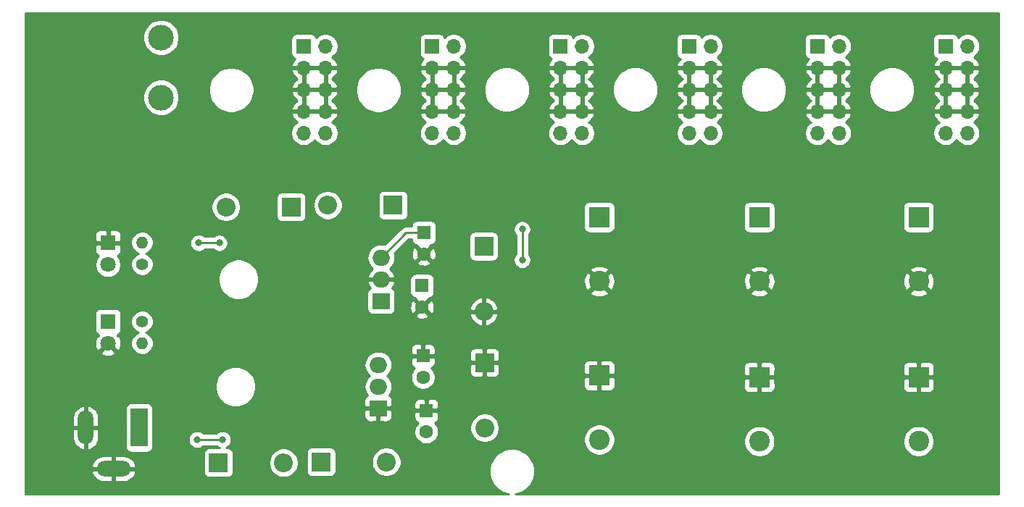
<source format=gbr>
%TF.GenerationSoftware,KiCad,Pcbnew,(5.1.7-0-10_14)*%
%TF.CreationDate,2021-01-19T07:42:21-05:00*%
%TF.ProjectId,Power Supply,506f7765-7220-4537-9570-706c792e6b69,rev?*%
%TF.SameCoordinates,Original*%
%TF.FileFunction,Copper,L2,Bot*%
%TF.FilePolarity,Positive*%
%FSLAX46Y46*%
G04 Gerber Fmt 4.6, Leading zero omitted, Abs format (unit mm)*
G04 Created by KiCad (PCBNEW (5.1.7-0-10_14)) date 2021-01-19 07:42:21*
%MOMM*%
%LPD*%
G01*
G04 APERTURE LIST*
%TA.AperFunction,ComponentPad*%
%ADD10C,3.000000*%
%TD*%
%TA.AperFunction,ComponentPad*%
%ADD11O,4.000000X1.800000*%
%TD*%
%TA.AperFunction,ComponentPad*%
%ADD12O,1.800000X4.000000*%
%TD*%
%TA.AperFunction,ComponentPad*%
%ADD13R,2.000000X4.500000*%
%TD*%
%TA.AperFunction,ComponentPad*%
%ADD14O,1.700000X1.700000*%
%TD*%
%TA.AperFunction,ComponentPad*%
%ADD15R,1.700000X1.700000*%
%TD*%
%TA.AperFunction,ComponentPad*%
%ADD16O,1.400000X1.400000*%
%TD*%
%TA.AperFunction,ComponentPad*%
%ADD17C,1.400000*%
%TD*%
%TA.AperFunction,ComponentPad*%
%ADD18O,2.000000X1.905000*%
%TD*%
%TA.AperFunction,ComponentPad*%
%ADD19R,2.000000X1.905000*%
%TD*%
%TA.AperFunction,ComponentPad*%
%ADD20C,1.800000*%
%TD*%
%TA.AperFunction,ComponentPad*%
%ADD21R,1.800000X1.800000*%
%TD*%
%TA.AperFunction,ComponentPad*%
%ADD22O,2.200000X2.200000*%
%TD*%
%TA.AperFunction,ComponentPad*%
%ADD23R,2.200000X2.200000*%
%TD*%
%TA.AperFunction,ComponentPad*%
%ADD24C,1.600000*%
%TD*%
%TA.AperFunction,ComponentPad*%
%ADD25R,1.600000X1.600000*%
%TD*%
%TA.AperFunction,ComponentPad*%
%ADD26C,2.400000*%
%TD*%
%TA.AperFunction,ComponentPad*%
%ADD27R,2.400000X2.400000*%
%TD*%
%TA.AperFunction,ViaPad*%
%ADD28C,0.800000*%
%TD*%
%TA.AperFunction,Conductor*%
%ADD29C,0.250000*%
%TD*%
%TA.AperFunction,Conductor*%
%ADD30C,0.254000*%
%TD*%
%TA.AperFunction,Conductor*%
%ADD31C,0.100000*%
%TD*%
G04 APERTURE END LIST*
D10*
%TO.P,SW101,2*%
%TO.N,Net-(D101-Pad2)*%
X84000000Y-58000000D03*
%TO.P,SW101,1*%
%TO.N,Net-(P101-Pad1)*%
X84000000Y-51000000D03*
%TD*%
D11*
%TO.P,P101,2*%
%TO.N,GNDREF*%
X78450000Y-101400000D03*
D12*
X75200000Y-96600000D03*
D13*
%TO.P,P101,1*%
%TO.N,Net-(P101-Pad1)*%
X81450000Y-96600000D03*
%TD*%
D14*
%TO.P,J106,10*%
%TO.N,-12V*%
X178200000Y-62160000D03*
%TO.P,J106,9*%
X175660000Y-62160000D03*
%TO.P,J106,8*%
%TO.N,GNDREF*%
X178200000Y-59620000D03*
%TO.P,J106,7*%
X175660000Y-59620000D03*
%TO.P,J106,6*%
X178200000Y-57080000D03*
%TO.P,J106,5*%
X175660000Y-57080000D03*
%TO.P,J106,4*%
X178200000Y-54540000D03*
%TO.P,J106,3*%
X175660000Y-54540000D03*
%TO.P,J106,2*%
%TO.N,+12V*%
X178200000Y-52000000D03*
D15*
%TO.P,J106,1*%
X175660000Y-52000000D03*
%TD*%
D14*
%TO.P,J105,10*%
%TO.N,-12V*%
X163200000Y-62160000D03*
%TO.P,J105,9*%
X160660000Y-62160000D03*
%TO.P,J105,8*%
%TO.N,GNDREF*%
X163200000Y-59620000D03*
%TO.P,J105,7*%
X160660000Y-59620000D03*
%TO.P,J105,6*%
X163200000Y-57080000D03*
%TO.P,J105,5*%
X160660000Y-57080000D03*
%TO.P,J105,4*%
X163200000Y-54540000D03*
%TO.P,J105,3*%
X160660000Y-54540000D03*
%TO.P,J105,2*%
%TO.N,+12V*%
X163200000Y-52000000D03*
D15*
%TO.P,J105,1*%
X160660000Y-52000000D03*
%TD*%
D14*
%TO.P,J104,10*%
%TO.N,-12V*%
X148200000Y-62160000D03*
%TO.P,J104,9*%
X145660000Y-62160000D03*
%TO.P,J104,8*%
%TO.N,GNDREF*%
X148200000Y-59620000D03*
%TO.P,J104,7*%
X145660000Y-59620000D03*
%TO.P,J104,6*%
X148200000Y-57080000D03*
%TO.P,J104,5*%
X145660000Y-57080000D03*
%TO.P,J104,4*%
X148200000Y-54540000D03*
%TO.P,J104,3*%
X145660000Y-54540000D03*
%TO.P,J104,2*%
%TO.N,+12V*%
X148200000Y-52000000D03*
D15*
%TO.P,J104,1*%
X145660000Y-52000000D03*
%TD*%
D14*
%TO.P,J103,10*%
%TO.N,-12V*%
X133200000Y-62160000D03*
%TO.P,J103,9*%
X130660000Y-62160000D03*
%TO.P,J103,8*%
%TO.N,GNDREF*%
X133200000Y-59620000D03*
%TO.P,J103,7*%
X130660000Y-59620000D03*
%TO.P,J103,6*%
X133200000Y-57080000D03*
%TO.P,J103,5*%
X130660000Y-57080000D03*
%TO.P,J103,4*%
X133200000Y-54540000D03*
%TO.P,J103,3*%
X130660000Y-54540000D03*
%TO.P,J103,2*%
%TO.N,+12V*%
X133200000Y-52000000D03*
D15*
%TO.P,J103,1*%
X130660000Y-52000000D03*
%TD*%
D14*
%TO.P,J102,10*%
%TO.N,-12V*%
X118200000Y-62160000D03*
%TO.P,J102,9*%
X115660000Y-62160000D03*
%TO.P,J102,8*%
%TO.N,GNDREF*%
X118200000Y-59620000D03*
%TO.P,J102,7*%
X115660000Y-59620000D03*
%TO.P,J102,6*%
X118200000Y-57080000D03*
%TO.P,J102,5*%
X115660000Y-57080000D03*
%TO.P,J102,4*%
X118200000Y-54540000D03*
%TO.P,J102,3*%
X115660000Y-54540000D03*
%TO.P,J102,2*%
%TO.N,+12V*%
X118200000Y-52000000D03*
D15*
%TO.P,J102,1*%
X115660000Y-52000000D03*
%TD*%
D14*
%TO.P,J101,10*%
%TO.N,-12V*%
X103200000Y-62160000D03*
%TO.P,J101,9*%
X100660000Y-62160000D03*
%TO.P,J101,8*%
%TO.N,GNDREF*%
X103200000Y-59620000D03*
%TO.P,J101,7*%
X100660000Y-59620000D03*
%TO.P,J101,6*%
X103200000Y-57080000D03*
%TO.P,J101,5*%
X100660000Y-57080000D03*
%TO.P,J101,4*%
X103200000Y-54540000D03*
%TO.P,J101,3*%
X100660000Y-54540000D03*
%TO.P,J101,2*%
%TO.N,+12V*%
X103200000Y-52000000D03*
D15*
%TO.P,J101,1*%
X100660000Y-52000000D03*
%TD*%
D16*
%TO.P,R102,2*%
%TO.N,-12V*%
X81800000Y-86740000D03*
D17*
%TO.P,R102,1*%
%TO.N,Net-(D108-Pad1)*%
X81800000Y-84200000D03*
%TD*%
D16*
%TO.P,R101,2*%
%TO.N,+12V*%
X81800000Y-74960000D03*
D17*
%TO.P,R101,1*%
%TO.N,Net-(D107-Pad2)*%
X81800000Y-77500000D03*
%TD*%
D18*
%TO.P,U102,3*%
%TO.N,-12V*%
X109360000Y-89260000D03*
%TO.P,U102,2*%
%TO.N,/VI-*%
X109360000Y-91800000D03*
D19*
%TO.P,U102,1*%
%TO.N,GNDREF*%
X109360000Y-94340000D03*
%TD*%
D18*
%TO.P,U101,3*%
%TO.N,+12V*%
X109700000Y-76720000D03*
%TO.P,U101,2*%
%TO.N,GNDREF*%
X109700000Y-79260000D03*
D19*
%TO.P,U101,1*%
%TO.N,/VI+*%
X109700000Y-81800000D03*
%TD*%
D20*
%TO.P,D108,2*%
%TO.N,GNDREF*%
X77800000Y-86740000D03*
D21*
%TO.P,D108,1*%
%TO.N,Net-(D108-Pad1)*%
X77800000Y-84200000D03*
%TD*%
D20*
%TO.P,D107,2*%
%TO.N,Net-(D107-Pad2)*%
X77800000Y-77540000D03*
D21*
%TO.P,D107,1*%
%TO.N,GNDREF*%
X77800000Y-75000000D03*
%TD*%
D22*
%TO.P,D106,2*%
%TO.N,-12V*%
X121800000Y-96620000D03*
D23*
%TO.P,D106,1*%
%TO.N,GNDREF*%
X121800000Y-89000000D03*
%TD*%
D22*
%TO.P,D105,2*%
%TO.N,GNDREF*%
X121700000Y-83020000D03*
D23*
%TO.P,D105,1*%
%TO.N,+12V*%
X121700000Y-75400000D03*
%TD*%
D22*
%TO.P,D104,2*%
%TO.N,/VI-*%
X110320000Y-100600000D03*
D23*
%TO.P,D104,1*%
%TO.N,-12V*%
X102700000Y-100600000D03*
%TD*%
D22*
%TO.P,D103,2*%
%TO.N,+12V*%
X103480000Y-70600000D03*
D23*
%TO.P,D103,1*%
%TO.N,/VI+*%
X111100000Y-70600000D03*
%TD*%
D22*
%TO.P,D102,2*%
%TO.N,/VI-*%
X98320000Y-100700000D03*
D23*
%TO.P,D102,1*%
%TO.N,Net-(D101-Pad2)*%
X90700000Y-100700000D03*
%TD*%
D22*
%TO.P,D101,2*%
%TO.N,Net-(D101-Pad2)*%
X91580000Y-70800000D03*
D23*
%TO.P,D101,1*%
%TO.N,/VI+*%
X99200000Y-70800000D03*
%TD*%
D24*
%TO.P,C110,2*%
%TO.N,-12V*%
X114600000Y-90700000D03*
D25*
%TO.P,C110,1*%
%TO.N,GNDREF*%
X114600000Y-88200000D03*
%TD*%
D24*
%TO.P,C109,2*%
%TO.N,GNDREF*%
X114700000Y-76300000D03*
D25*
%TO.P,C109,1*%
%TO.N,+12V*%
X114700000Y-73800000D03*
%TD*%
D24*
%TO.P,C108,2*%
%TO.N,/VI-*%
X115000000Y-97100000D03*
D25*
%TO.P,C108,1*%
%TO.N,GNDREF*%
X115000000Y-94600000D03*
%TD*%
D24*
%TO.P,C107,2*%
%TO.N,GNDREF*%
X114500000Y-82500000D03*
D25*
%TO.P,C107,1*%
%TO.N,/VI+*%
X114500000Y-80000000D03*
%TD*%
D26*
%TO.P,C106,2*%
%TO.N,/VI-*%
X172500000Y-98200000D03*
D27*
%TO.P,C106,1*%
%TO.N,GNDREF*%
X172500000Y-90700000D03*
%TD*%
D26*
%TO.P,C105,2*%
%TO.N,GNDREF*%
X135200000Y-79500000D03*
D27*
%TO.P,C105,1*%
%TO.N,/VI+*%
X135200000Y-72000000D03*
%TD*%
D26*
%TO.P,C104,2*%
%TO.N,/VI-*%
X153900000Y-98200000D03*
D27*
%TO.P,C104,1*%
%TO.N,GNDREF*%
X153900000Y-90700000D03*
%TD*%
D26*
%TO.P,C103,2*%
%TO.N,GNDREF*%
X172500000Y-79500000D03*
D27*
%TO.P,C103,1*%
%TO.N,/VI+*%
X172500000Y-72000000D03*
%TD*%
D26*
%TO.P,C102,2*%
%TO.N,/VI-*%
X135200000Y-98000000D03*
D27*
%TO.P,C102,1*%
%TO.N,GNDREF*%
X135200000Y-90500000D03*
%TD*%
D26*
%TO.P,C101,2*%
%TO.N,GNDREF*%
X153900000Y-79500000D03*
D27*
%TO.P,C101,1*%
%TO.N,/VI+*%
X153900000Y-72000000D03*
%TD*%
D28*
%TO.N,+12V*%
X88400000Y-74999998D03*
X90800000Y-75000000D03*
%TO.N,-12V*%
X126200000Y-73400000D03*
X126200000Y-77000000D03*
X91200000Y-98000000D03*
X88200000Y-98000000D03*
%TD*%
D29*
%TO.N,+12V*%
X112620000Y-73800000D02*
X109700000Y-76720000D01*
X114700000Y-73800000D02*
X112620000Y-73800000D01*
X88400000Y-74999998D02*
X90799998Y-74999998D01*
X90799998Y-74999998D02*
X90800000Y-75000000D01*
%TO.N,-12V*%
X126200000Y-73400000D02*
X126200000Y-77000000D01*
X91200000Y-98000000D02*
X88200000Y-98000000D01*
%TD*%
D30*
%TO.N,GNDREF*%
X181840000Y-104340000D02*
X125398902Y-104340000D01*
X125777963Y-104264600D01*
X126263343Y-104063549D01*
X126700174Y-103771668D01*
X127071668Y-103400174D01*
X127363549Y-102963343D01*
X127564600Y-102477963D01*
X127667095Y-101962686D01*
X127667095Y-101437314D01*
X127564600Y-100922037D01*
X127363549Y-100436657D01*
X127071668Y-99999826D01*
X126700174Y-99628332D01*
X126263343Y-99336451D01*
X125777963Y-99135400D01*
X125262686Y-99032905D01*
X124737314Y-99032905D01*
X124222037Y-99135400D01*
X123736657Y-99336451D01*
X123299826Y-99628332D01*
X122928332Y-99999826D01*
X122636451Y-100436657D01*
X122435400Y-100922037D01*
X122332905Y-101437314D01*
X122332905Y-101962686D01*
X122435400Y-102477963D01*
X122636451Y-102963343D01*
X122928332Y-103400174D01*
X123299826Y-103771668D01*
X123736657Y-104063549D01*
X124222037Y-104264600D01*
X124601098Y-104340000D01*
X68160000Y-104340000D01*
X68160000Y-101764740D01*
X75858964Y-101764740D01*
X75883245Y-101870087D01*
X76003138Y-102147204D01*
X76174790Y-102395606D01*
X76391604Y-102605748D01*
X76645249Y-102769554D01*
X76925977Y-102880729D01*
X77223000Y-102935000D01*
X78323000Y-102935000D01*
X78323000Y-101527000D01*
X78577000Y-101527000D01*
X78577000Y-102935000D01*
X79677000Y-102935000D01*
X79974023Y-102880729D01*
X80254751Y-102769554D01*
X80508396Y-102605748D01*
X80725210Y-102395606D01*
X80896862Y-102147204D01*
X81016755Y-101870087D01*
X81041036Y-101764740D01*
X80920378Y-101527000D01*
X78577000Y-101527000D01*
X78323000Y-101527000D01*
X75979622Y-101527000D01*
X75858964Y-101764740D01*
X68160000Y-101764740D01*
X68160000Y-101035260D01*
X75858964Y-101035260D01*
X75979622Y-101273000D01*
X78323000Y-101273000D01*
X78323000Y-99865000D01*
X78577000Y-99865000D01*
X78577000Y-101273000D01*
X80920378Y-101273000D01*
X81041036Y-101035260D01*
X81016755Y-100929913D01*
X80896862Y-100652796D01*
X80725210Y-100404394D01*
X80508396Y-100194252D01*
X80254751Y-100030446D01*
X79974023Y-99919271D01*
X79677000Y-99865000D01*
X78577000Y-99865000D01*
X78323000Y-99865000D01*
X77223000Y-99865000D01*
X76925977Y-99919271D01*
X76645249Y-100030446D01*
X76391604Y-100194252D01*
X76174790Y-100404394D01*
X76003138Y-100652796D01*
X75883245Y-100929913D01*
X75858964Y-101035260D01*
X68160000Y-101035260D01*
X68160000Y-96727000D01*
X73665000Y-96727000D01*
X73665000Y-97827000D01*
X73719271Y-98124023D01*
X73830446Y-98404751D01*
X73994252Y-98658396D01*
X74204394Y-98875210D01*
X74452796Y-99046862D01*
X74729913Y-99166755D01*
X74835260Y-99191036D01*
X75073000Y-99070378D01*
X75073000Y-96727000D01*
X75327000Y-96727000D01*
X75327000Y-99070378D01*
X75564740Y-99191036D01*
X75670087Y-99166755D01*
X75947204Y-99046862D01*
X76195606Y-98875210D01*
X76405748Y-98658396D01*
X76569554Y-98404751D01*
X76680729Y-98124023D01*
X76735000Y-97827000D01*
X76735000Y-96727000D01*
X75327000Y-96727000D01*
X75073000Y-96727000D01*
X73665000Y-96727000D01*
X68160000Y-96727000D01*
X68160000Y-95373000D01*
X73665000Y-95373000D01*
X73665000Y-96473000D01*
X75073000Y-96473000D01*
X75073000Y-94129622D01*
X75327000Y-94129622D01*
X75327000Y-96473000D01*
X76735000Y-96473000D01*
X76735000Y-95373000D01*
X76680729Y-95075977D01*
X76569554Y-94795249D01*
X76405748Y-94541604D01*
X76220041Y-94350000D01*
X79811928Y-94350000D01*
X79811928Y-98850000D01*
X79824188Y-98974482D01*
X79860498Y-99094180D01*
X79919463Y-99204494D01*
X79998815Y-99301185D01*
X80095506Y-99380537D01*
X80205820Y-99439502D01*
X80325518Y-99475812D01*
X80450000Y-99488072D01*
X82450000Y-99488072D01*
X82574482Y-99475812D01*
X82694180Y-99439502D01*
X82804494Y-99380537D01*
X82901185Y-99301185D01*
X82980537Y-99204494D01*
X83039502Y-99094180D01*
X83075812Y-98974482D01*
X83088072Y-98850000D01*
X83088072Y-97898061D01*
X87165000Y-97898061D01*
X87165000Y-98101939D01*
X87204774Y-98301898D01*
X87282795Y-98490256D01*
X87396063Y-98659774D01*
X87540226Y-98803937D01*
X87709744Y-98917205D01*
X87898102Y-98995226D01*
X88098061Y-99035000D01*
X88301939Y-99035000D01*
X88501898Y-98995226D01*
X88690256Y-98917205D01*
X88859774Y-98803937D01*
X88903711Y-98760000D01*
X90496289Y-98760000D01*
X90540226Y-98803937D01*
X90709744Y-98917205D01*
X90817714Y-98961928D01*
X89600000Y-98961928D01*
X89475518Y-98974188D01*
X89355820Y-99010498D01*
X89245506Y-99069463D01*
X89148815Y-99148815D01*
X89069463Y-99245506D01*
X89010498Y-99355820D01*
X88974188Y-99475518D01*
X88961928Y-99600000D01*
X88961928Y-101800000D01*
X88974188Y-101924482D01*
X89010498Y-102044180D01*
X89069463Y-102154494D01*
X89148815Y-102251185D01*
X89245506Y-102330537D01*
X89355820Y-102389502D01*
X89475518Y-102425812D01*
X89600000Y-102438072D01*
X91800000Y-102438072D01*
X91924482Y-102425812D01*
X92044180Y-102389502D01*
X92154494Y-102330537D01*
X92251185Y-102251185D01*
X92330537Y-102154494D01*
X92389502Y-102044180D01*
X92425812Y-101924482D01*
X92438072Y-101800000D01*
X92438072Y-100529117D01*
X96585000Y-100529117D01*
X96585000Y-100870883D01*
X96651675Y-101206081D01*
X96782463Y-101521831D01*
X96972337Y-101805998D01*
X97214002Y-102047663D01*
X97498169Y-102237537D01*
X97813919Y-102368325D01*
X98149117Y-102435000D01*
X98490883Y-102435000D01*
X98826081Y-102368325D01*
X99141831Y-102237537D01*
X99425998Y-102047663D01*
X99667663Y-101805998D01*
X99857537Y-101521831D01*
X99988325Y-101206081D01*
X100055000Y-100870883D01*
X100055000Y-100529117D01*
X99988325Y-100193919D01*
X99857537Y-99878169D01*
X99667663Y-99594002D01*
X99573661Y-99500000D01*
X100961928Y-99500000D01*
X100961928Y-101700000D01*
X100974188Y-101824482D01*
X101010498Y-101944180D01*
X101069463Y-102054494D01*
X101148815Y-102151185D01*
X101245506Y-102230537D01*
X101355820Y-102289502D01*
X101475518Y-102325812D01*
X101600000Y-102338072D01*
X103800000Y-102338072D01*
X103924482Y-102325812D01*
X104044180Y-102289502D01*
X104154494Y-102230537D01*
X104251185Y-102151185D01*
X104330537Y-102054494D01*
X104389502Y-101944180D01*
X104425812Y-101824482D01*
X104438072Y-101700000D01*
X104438072Y-100429117D01*
X108585000Y-100429117D01*
X108585000Y-100770883D01*
X108651675Y-101106081D01*
X108782463Y-101421831D01*
X108972337Y-101705998D01*
X109214002Y-101947663D01*
X109498169Y-102137537D01*
X109813919Y-102268325D01*
X110149117Y-102335000D01*
X110490883Y-102335000D01*
X110826081Y-102268325D01*
X111141831Y-102137537D01*
X111425998Y-101947663D01*
X111667663Y-101705998D01*
X111857537Y-101421831D01*
X111988325Y-101106081D01*
X112055000Y-100770883D01*
X112055000Y-100429117D01*
X111988325Y-100093919D01*
X111857537Y-99778169D01*
X111667663Y-99494002D01*
X111425998Y-99252337D01*
X111141831Y-99062463D01*
X110826081Y-98931675D01*
X110490883Y-98865000D01*
X110149117Y-98865000D01*
X109813919Y-98931675D01*
X109498169Y-99062463D01*
X109214002Y-99252337D01*
X108972337Y-99494002D01*
X108782463Y-99778169D01*
X108651675Y-100093919D01*
X108585000Y-100429117D01*
X104438072Y-100429117D01*
X104438072Y-99500000D01*
X104425812Y-99375518D01*
X104389502Y-99255820D01*
X104330537Y-99145506D01*
X104251185Y-99048815D01*
X104154494Y-98969463D01*
X104044180Y-98910498D01*
X103924482Y-98874188D01*
X103800000Y-98861928D01*
X101600000Y-98861928D01*
X101475518Y-98874188D01*
X101355820Y-98910498D01*
X101245506Y-98969463D01*
X101148815Y-99048815D01*
X101069463Y-99145506D01*
X101010498Y-99255820D01*
X100974188Y-99375518D01*
X100961928Y-99500000D01*
X99573661Y-99500000D01*
X99425998Y-99352337D01*
X99141831Y-99162463D01*
X98826081Y-99031675D01*
X98490883Y-98965000D01*
X98149117Y-98965000D01*
X97813919Y-99031675D01*
X97498169Y-99162463D01*
X97214002Y-99352337D01*
X96972337Y-99594002D01*
X96782463Y-99878169D01*
X96651675Y-100193919D01*
X96585000Y-100529117D01*
X92438072Y-100529117D01*
X92438072Y-99600000D01*
X92425812Y-99475518D01*
X92389502Y-99355820D01*
X92330537Y-99245506D01*
X92251185Y-99148815D01*
X92154494Y-99069463D01*
X92044180Y-99010498D01*
X91924482Y-98974188D01*
X91800000Y-98961928D01*
X91582286Y-98961928D01*
X91690256Y-98917205D01*
X91859774Y-98803937D01*
X92003937Y-98659774D01*
X92117205Y-98490256D01*
X92195226Y-98301898D01*
X92235000Y-98101939D01*
X92235000Y-97898061D01*
X92195226Y-97698102D01*
X92117205Y-97509744D01*
X92003937Y-97340226D01*
X91859774Y-97196063D01*
X91690256Y-97082795D01*
X91501898Y-97004774D01*
X91301939Y-96965000D01*
X91098061Y-96965000D01*
X90898102Y-97004774D01*
X90709744Y-97082795D01*
X90540226Y-97196063D01*
X90496289Y-97240000D01*
X88903711Y-97240000D01*
X88859774Y-97196063D01*
X88690256Y-97082795D01*
X88501898Y-97004774D01*
X88301939Y-96965000D01*
X88098061Y-96965000D01*
X87898102Y-97004774D01*
X87709744Y-97082795D01*
X87540226Y-97196063D01*
X87396063Y-97340226D01*
X87282795Y-97509744D01*
X87204774Y-97698102D01*
X87165000Y-97898061D01*
X83088072Y-97898061D01*
X83088072Y-95292500D01*
X107721928Y-95292500D01*
X107734188Y-95416982D01*
X107770498Y-95536680D01*
X107829463Y-95646994D01*
X107908815Y-95743685D01*
X108005506Y-95823037D01*
X108115820Y-95882002D01*
X108235518Y-95918312D01*
X108360000Y-95930572D01*
X109074250Y-95927500D01*
X109233000Y-95768750D01*
X109233000Y-94467000D01*
X109487000Y-94467000D01*
X109487000Y-95768750D01*
X109645750Y-95927500D01*
X110360000Y-95930572D01*
X110484482Y-95918312D01*
X110604180Y-95882002D01*
X110714494Y-95823037D01*
X110811185Y-95743685D01*
X110890537Y-95646994D01*
X110949502Y-95536680D01*
X110985812Y-95416982D01*
X110987484Y-95400000D01*
X113561928Y-95400000D01*
X113574188Y-95524482D01*
X113610498Y-95644180D01*
X113669463Y-95754494D01*
X113748815Y-95851185D01*
X113845506Y-95930537D01*
X113955820Y-95989502D01*
X114051943Y-96018661D01*
X113885363Y-96185241D01*
X113728320Y-96420273D01*
X113620147Y-96681426D01*
X113565000Y-96958665D01*
X113565000Y-97241335D01*
X113620147Y-97518574D01*
X113728320Y-97779727D01*
X113885363Y-98014759D01*
X114085241Y-98214637D01*
X114320273Y-98371680D01*
X114581426Y-98479853D01*
X114858665Y-98535000D01*
X115141335Y-98535000D01*
X115418574Y-98479853D01*
X115679727Y-98371680D01*
X115914759Y-98214637D01*
X116114637Y-98014759D01*
X116271680Y-97779727D01*
X116379853Y-97518574D01*
X116435000Y-97241335D01*
X116435000Y-96958665D01*
X116379853Y-96681426D01*
X116283628Y-96449117D01*
X120065000Y-96449117D01*
X120065000Y-96790883D01*
X120131675Y-97126081D01*
X120262463Y-97441831D01*
X120452337Y-97725998D01*
X120694002Y-97967663D01*
X120978169Y-98157537D01*
X121293919Y-98288325D01*
X121629117Y-98355000D01*
X121970883Y-98355000D01*
X122306081Y-98288325D01*
X122621831Y-98157537D01*
X122905998Y-97967663D01*
X123054393Y-97819268D01*
X133365000Y-97819268D01*
X133365000Y-98180732D01*
X133435518Y-98535250D01*
X133573844Y-98869199D01*
X133774662Y-99169744D01*
X134030256Y-99425338D01*
X134330801Y-99626156D01*
X134664750Y-99764482D01*
X135019268Y-99835000D01*
X135380732Y-99835000D01*
X135735250Y-99764482D01*
X136069199Y-99626156D01*
X136369744Y-99425338D01*
X136625338Y-99169744D01*
X136826156Y-98869199D01*
X136964482Y-98535250D01*
X137035000Y-98180732D01*
X137035000Y-98019268D01*
X152065000Y-98019268D01*
X152065000Y-98380732D01*
X152135518Y-98735250D01*
X152273844Y-99069199D01*
X152474662Y-99369744D01*
X152730256Y-99625338D01*
X153030801Y-99826156D01*
X153364750Y-99964482D01*
X153719268Y-100035000D01*
X154080732Y-100035000D01*
X154435250Y-99964482D01*
X154769199Y-99826156D01*
X155069744Y-99625338D01*
X155325338Y-99369744D01*
X155526156Y-99069199D01*
X155664482Y-98735250D01*
X155735000Y-98380732D01*
X155735000Y-98019268D01*
X170665000Y-98019268D01*
X170665000Y-98380732D01*
X170735518Y-98735250D01*
X170873844Y-99069199D01*
X171074662Y-99369744D01*
X171330256Y-99625338D01*
X171630801Y-99826156D01*
X171964750Y-99964482D01*
X172319268Y-100035000D01*
X172680732Y-100035000D01*
X173035250Y-99964482D01*
X173369199Y-99826156D01*
X173669744Y-99625338D01*
X173925338Y-99369744D01*
X174126156Y-99069199D01*
X174264482Y-98735250D01*
X174335000Y-98380732D01*
X174335000Y-98019268D01*
X174264482Y-97664750D01*
X174126156Y-97330801D01*
X173925338Y-97030256D01*
X173669744Y-96774662D01*
X173369199Y-96573844D01*
X173035250Y-96435518D01*
X172680732Y-96365000D01*
X172319268Y-96365000D01*
X171964750Y-96435518D01*
X171630801Y-96573844D01*
X171330256Y-96774662D01*
X171074662Y-97030256D01*
X170873844Y-97330801D01*
X170735518Y-97664750D01*
X170665000Y-98019268D01*
X155735000Y-98019268D01*
X155664482Y-97664750D01*
X155526156Y-97330801D01*
X155325338Y-97030256D01*
X155069744Y-96774662D01*
X154769199Y-96573844D01*
X154435250Y-96435518D01*
X154080732Y-96365000D01*
X153719268Y-96365000D01*
X153364750Y-96435518D01*
X153030801Y-96573844D01*
X152730256Y-96774662D01*
X152474662Y-97030256D01*
X152273844Y-97330801D01*
X152135518Y-97664750D01*
X152065000Y-98019268D01*
X137035000Y-98019268D01*
X137035000Y-97819268D01*
X136964482Y-97464750D01*
X136826156Y-97130801D01*
X136625338Y-96830256D01*
X136369744Y-96574662D01*
X136069199Y-96373844D01*
X135735250Y-96235518D01*
X135380732Y-96165000D01*
X135019268Y-96165000D01*
X134664750Y-96235518D01*
X134330801Y-96373844D01*
X134030256Y-96574662D01*
X133774662Y-96830256D01*
X133573844Y-97130801D01*
X133435518Y-97464750D01*
X133365000Y-97819268D01*
X123054393Y-97819268D01*
X123147663Y-97725998D01*
X123337537Y-97441831D01*
X123468325Y-97126081D01*
X123535000Y-96790883D01*
X123535000Y-96449117D01*
X123468325Y-96113919D01*
X123337537Y-95798169D01*
X123147663Y-95514002D01*
X122905998Y-95272337D01*
X122621831Y-95082463D01*
X122306081Y-94951675D01*
X121970883Y-94885000D01*
X121629117Y-94885000D01*
X121293919Y-94951675D01*
X120978169Y-95082463D01*
X120694002Y-95272337D01*
X120452337Y-95514002D01*
X120262463Y-95798169D01*
X120131675Y-96113919D01*
X120065000Y-96449117D01*
X116283628Y-96449117D01*
X116271680Y-96420273D01*
X116114637Y-96185241D01*
X115948057Y-96018661D01*
X116044180Y-95989502D01*
X116154494Y-95930537D01*
X116251185Y-95851185D01*
X116330537Y-95754494D01*
X116389502Y-95644180D01*
X116425812Y-95524482D01*
X116438072Y-95400000D01*
X116435000Y-94885750D01*
X116276250Y-94727000D01*
X115127000Y-94727000D01*
X115127000Y-94747000D01*
X114873000Y-94747000D01*
X114873000Y-94727000D01*
X113723750Y-94727000D01*
X113565000Y-94885750D01*
X113561928Y-95400000D01*
X110987484Y-95400000D01*
X110998072Y-95292500D01*
X110995000Y-94625750D01*
X110836250Y-94467000D01*
X109487000Y-94467000D01*
X109233000Y-94467000D01*
X107883750Y-94467000D01*
X107725000Y-94625750D01*
X107721928Y-95292500D01*
X83088072Y-95292500D01*
X83088072Y-94350000D01*
X83075812Y-94225518D01*
X83039502Y-94105820D01*
X82980537Y-93995506D01*
X82901185Y-93898815D01*
X82804494Y-93819463D01*
X82694180Y-93760498D01*
X82574482Y-93724188D01*
X82450000Y-93711928D01*
X80450000Y-93711928D01*
X80325518Y-93724188D01*
X80205820Y-93760498D01*
X80095506Y-93819463D01*
X79998815Y-93898815D01*
X79919463Y-93995506D01*
X79860498Y-94105820D01*
X79824188Y-94225518D01*
X79811928Y-94350000D01*
X76220041Y-94350000D01*
X76195606Y-94324790D01*
X75947204Y-94153138D01*
X75670087Y-94033245D01*
X75564740Y-94008964D01*
X75327000Y-94129622D01*
X75073000Y-94129622D01*
X74835260Y-94008964D01*
X74729913Y-94033245D01*
X74452796Y-94153138D01*
X74204394Y-94324790D01*
X73994252Y-94541604D01*
X73830446Y-94795249D01*
X73719271Y-95075977D01*
X73665000Y-95373000D01*
X68160000Y-95373000D01*
X68160000Y-91565098D01*
X90315000Y-91565098D01*
X90315000Y-92034902D01*
X90406654Y-92495679D01*
X90586440Y-92929721D01*
X90847450Y-93320349D01*
X91179651Y-93652550D01*
X91570279Y-93913560D01*
X92004321Y-94093346D01*
X92465098Y-94185000D01*
X92934902Y-94185000D01*
X93395679Y-94093346D01*
X93829721Y-93913560D01*
X94220349Y-93652550D01*
X94552550Y-93320349D01*
X94813560Y-92929721D01*
X94993346Y-92495679D01*
X95085000Y-92034902D01*
X95085000Y-91565098D01*
X94993346Y-91104321D01*
X94813560Y-90670279D01*
X94552550Y-90279651D01*
X94220349Y-89947450D01*
X93829721Y-89686440D01*
X93395679Y-89506654D01*
X92934902Y-89415000D01*
X92465098Y-89415000D01*
X92004321Y-89506654D01*
X91570279Y-89686440D01*
X91179651Y-89947450D01*
X90847450Y-90279651D01*
X90586440Y-90670279D01*
X90406654Y-91104321D01*
X90315000Y-91565098D01*
X68160000Y-91565098D01*
X68160000Y-89260000D01*
X107717319Y-89260000D01*
X107747970Y-89571204D01*
X107838745Y-89870449D01*
X107986155Y-90146235D01*
X108184537Y-90387963D01*
X108357609Y-90530000D01*
X108184537Y-90672037D01*
X107986155Y-90913765D01*
X107838745Y-91189551D01*
X107747970Y-91488796D01*
X107717319Y-91800000D01*
X107747970Y-92111204D01*
X107838745Y-92410449D01*
X107986155Y-92686235D01*
X108089446Y-92812095D01*
X108005506Y-92856963D01*
X107908815Y-92936315D01*
X107829463Y-93033006D01*
X107770498Y-93143320D01*
X107734188Y-93263018D01*
X107721928Y-93387500D01*
X107725000Y-94054250D01*
X107883750Y-94213000D01*
X109233000Y-94213000D01*
X109233000Y-94193000D01*
X109487000Y-94193000D01*
X109487000Y-94213000D01*
X110836250Y-94213000D01*
X110995000Y-94054250D01*
X110996171Y-93800000D01*
X113561928Y-93800000D01*
X113565000Y-94314250D01*
X113723750Y-94473000D01*
X114873000Y-94473000D01*
X114873000Y-93323750D01*
X115127000Y-93323750D01*
X115127000Y-94473000D01*
X116276250Y-94473000D01*
X116435000Y-94314250D01*
X116438072Y-93800000D01*
X116425812Y-93675518D01*
X116389502Y-93555820D01*
X116330537Y-93445506D01*
X116251185Y-93348815D01*
X116154494Y-93269463D01*
X116044180Y-93210498D01*
X115924482Y-93174188D01*
X115800000Y-93161928D01*
X115285750Y-93165000D01*
X115127000Y-93323750D01*
X114873000Y-93323750D01*
X114714250Y-93165000D01*
X114200000Y-93161928D01*
X114075518Y-93174188D01*
X113955820Y-93210498D01*
X113845506Y-93269463D01*
X113748815Y-93348815D01*
X113669463Y-93445506D01*
X113610498Y-93555820D01*
X113574188Y-93675518D01*
X113561928Y-93800000D01*
X110996171Y-93800000D01*
X110998072Y-93387500D01*
X110985812Y-93263018D01*
X110949502Y-93143320D01*
X110890537Y-93033006D01*
X110811185Y-92936315D01*
X110714494Y-92856963D01*
X110630554Y-92812095D01*
X110733845Y-92686235D01*
X110881255Y-92410449D01*
X110972030Y-92111204D01*
X111002681Y-91800000D01*
X110972030Y-91488796D01*
X110881255Y-91189551D01*
X110733845Y-90913765D01*
X110535463Y-90672037D01*
X110362391Y-90530000D01*
X110535463Y-90387963D01*
X110733845Y-90146235D01*
X110881255Y-89870449D01*
X110972030Y-89571204D01*
X111002681Y-89260000D01*
X110977074Y-89000000D01*
X113161928Y-89000000D01*
X113174188Y-89124482D01*
X113210498Y-89244180D01*
X113269463Y-89354494D01*
X113348815Y-89451185D01*
X113445506Y-89530537D01*
X113555820Y-89589502D01*
X113651943Y-89618661D01*
X113485363Y-89785241D01*
X113328320Y-90020273D01*
X113220147Y-90281426D01*
X113165000Y-90558665D01*
X113165000Y-90841335D01*
X113220147Y-91118574D01*
X113328320Y-91379727D01*
X113485363Y-91614759D01*
X113685241Y-91814637D01*
X113920273Y-91971680D01*
X114181426Y-92079853D01*
X114458665Y-92135000D01*
X114741335Y-92135000D01*
X115018574Y-92079853D01*
X115279727Y-91971680D01*
X115514759Y-91814637D01*
X115629396Y-91700000D01*
X133361928Y-91700000D01*
X133374188Y-91824482D01*
X133410498Y-91944180D01*
X133469463Y-92054494D01*
X133548815Y-92151185D01*
X133645506Y-92230537D01*
X133755820Y-92289502D01*
X133875518Y-92325812D01*
X134000000Y-92338072D01*
X134914250Y-92335000D01*
X135073000Y-92176250D01*
X135073000Y-90627000D01*
X135327000Y-90627000D01*
X135327000Y-92176250D01*
X135485750Y-92335000D01*
X136400000Y-92338072D01*
X136524482Y-92325812D01*
X136644180Y-92289502D01*
X136754494Y-92230537D01*
X136851185Y-92151185D01*
X136930537Y-92054494D01*
X136989502Y-91944180D01*
X137002903Y-91900000D01*
X152061928Y-91900000D01*
X152074188Y-92024482D01*
X152110498Y-92144180D01*
X152169463Y-92254494D01*
X152248815Y-92351185D01*
X152345506Y-92430537D01*
X152455820Y-92489502D01*
X152575518Y-92525812D01*
X152700000Y-92538072D01*
X153614250Y-92535000D01*
X153773000Y-92376250D01*
X153773000Y-90827000D01*
X154027000Y-90827000D01*
X154027000Y-92376250D01*
X154185750Y-92535000D01*
X155100000Y-92538072D01*
X155224482Y-92525812D01*
X155344180Y-92489502D01*
X155454494Y-92430537D01*
X155551185Y-92351185D01*
X155630537Y-92254494D01*
X155689502Y-92144180D01*
X155725812Y-92024482D01*
X155738072Y-91900000D01*
X170661928Y-91900000D01*
X170674188Y-92024482D01*
X170710498Y-92144180D01*
X170769463Y-92254494D01*
X170848815Y-92351185D01*
X170945506Y-92430537D01*
X171055820Y-92489502D01*
X171175518Y-92525812D01*
X171300000Y-92538072D01*
X172214250Y-92535000D01*
X172373000Y-92376250D01*
X172373000Y-90827000D01*
X172627000Y-90827000D01*
X172627000Y-92376250D01*
X172785750Y-92535000D01*
X173700000Y-92538072D01*
X173824482Y-92525812D01*
X173944180Y-92489502D01*
X174054494Y-92430537D01*
X174151185Y-92351185D01*
X174230537Y-92254494D01*
X174289502Y-92144180D01*
X174325812Y-92024482D01*
X174338072Y-91900000D01*
X174335000Y-90985750D01*
X174176250Y-90827000D01*
X172627000Y-90827000D01*
X172373000Y-90827000D01*
X170823750Y-90827000D01*
X170665000Y-90985750D01*
X170661928Y-91900000D01*
X155738072Y-91900000D01*
X155735000Y-90985750D01*
X155576250Y-90827000D01*
X154027000Y-90827000D01*
X153773000Y-90827000D01*
X152223750Y-90827000D01*
X152065000Y-90985750D01*
X152061928Y-91900000D01*
X137002903Y-91900000D01*
X137025812Y-91824482D01*
X137038072Y-91700000D01*
X137035000Y-90785750D01*
X136876250Y-90627000D01*
X135327000Y-90627000D01*
X135073000Y-90627000D01*
X133523750Y-90627000D01*
X133365000Y-90785750D01*
X133361928Y-91700000D01*
X115629396Y-91700000D01*
X115714637Y-91614759D01*
X115871680Y-91379727D01*
X115979853Y-91118574D01*
X116035000Y-90841335D01*
X116035000Y-90558665D01*
X115979853Y-90281426D01*
X115904704Y-90100000D01*
X120061928Y-90100000D01*
X120074188Y-90224482D01*
X120110498Y-90344180D01*
X120169463Y-90454494D01*
X120248815Y-90551185D01*
X120345506Y-90630537D01*
X120455820Y-90689502D01*
X120575518Y-90725812D01*
X120700000Y-90738072D01*
X121514250Y-90735000D01*
X121673000Y-90576250D01*
X121673000Y-89127000D01*
X121927000Y-89127000D01*
X121927000Y-90576250D01*
X122085750Y-90735000D01*
X122900000Y-90738072D01*
X123024482Y-90725812D01*
X123144180Y-90689502D01*
X123254494Y-90630537D01*
X123351185Y-90551185D01*
X123430537Y-90454494D01*
X123489502Y-90344180D01*
X123525812Y-90224482D01*
X123538072Y-90100000D01*
X123535054Y-89300000D01*
X133361928Y-89300000D01*
X133365000Y-90214250D01*
X133523750Y-90373000D01*
X135073000Y-90373000D01*
X135073000Y-88823750D01*
X135327000Y-88823750D01*
X135327000Y-90373000D01*
X136876250Y-90373000D01*
X137035000Y-90214250D01*
X137037399Y-89500000D01*
X152061928Y-89500000D01*
X152065000Y-90414250D01*
X152223750Y-90573000D01*
X153773000Y-90573000D01*
X153773000Y-89023750D01*
X154027000Y-89023750D01*
X154027000Y-90573000D01*
X155576250Y-90573000D01*
X155735000Y-90414250D01*
X155738072Y-89500000D01*
X170661928Y-89500000D01*
X170665000Y-90414250D01*
X170823750Y-90573000D01*
X172373000Y-90573000D01*
X172373000Y-89023750D01*
X172627000Y-89023750D01*
X172627000Y-90573000D01*
X174176250Y-90573000D01*
X174335000Y-90414250D01*
X174338072Y-89500000D01*
X174325812Y-89375518D01*
X174289502Y-89255820D01*
X174230537Y-89145506D01*
X174151185Y-89048815D01*
X174054494Y-88969463D01*
X173944180Y-88910498D01*
X173824482Y-88874188D01*
X173700000Y-88861928D01*
X172785750Y-88865000D01*
X172627000Y-89023750D01*
X172373000Y-89023750D01*
X172214250Y-88865000D01*
X171300000Y-88861928D01*
X171175518Y-88874188D01*
X171055820Y-88910498D01*
X170945506Y-88969463D01*
X170848815Y-89048815D01*
X170769463Y-89145506D01*
X170710498Y-89255820D01*
X170674188Y-89375518D01*
X170661928Y-89500000D01*
X155738072Y-89500000D01*
X155725812Y-89375518D01*
X155689502Y-89255820D01*
X155630537Y-89145506D01*
X155551185Y-89048815D01*
X155454494Y-88969463D01*
X155344180Y-88910498D01*
X155224482Y-88874188D01*
X155100000Y-88861928D01*
X154185750Y-88865000D01*
X154027000Y-89023750D01*
X153773000Y-89023750D01*
X153614250Y-88865000D01*
X152700000Y-88861928D01*
X152575518Y-88874188D01*
X152455820Y-88910498D01*
X152345506Y-88969463D01*
X152248815Y-89048815D01*
X152169463Y-89145506D01*
X152110498Y-89255820D01*
X152074188Y-89375518D01*
X152061928Y-89500000D01*
X137037399Y-89500000D01*
X137038072Y-89300000D01*
X137025812Y-89175518D01*
X136989502Y-89055820D01*
X136930537Y-88945506D01*
X136851185Y-88848815D01*
X136754494Y-88769463D01*
X136644180Y-88710498D01*
X136524482Y-88674188D01*
X136400000Y-88661928D01*
X135485750Y-88665000D01*
X135327000Y-88823750D01*
X135073000Y-88823750D01*
X134914250Y-88665000D01*
X134000000Y-88661928D01*
X133875518Y-88674188D01*
X133755820Y-88710498D01*
X133645506Y-88769463D01*
X133548815Y-88848815D01*
X133469463Y-88945506D01*
X133410498Y-89055820D01*
X133374188Y-89175518D01*
X133361928Y-89300000D01*
X123535054Y-89300000D01*
X123535000Y-89285750D01*
X123376250Y-89127000D01*
X121927000Y-89127000D01*
X121673000Y-89127000D01*
X120223750Y-89127000D01*
X120065000Y-89285750D01*
X120061928Y-90100000D01*
X115904704Y-90100000D01*
X115871680Y-90020273D01*
X115714637Y-89785241D01*
X115548057Y-89618661D01*
X115644180Y-89589502D01*
X115754494Y-89530537D01*
X115851185Y-89451185D01*
X115930537Y-89354494D01*
X115989502Y-89244180D01*
X116025812Y-89124482D01*
X116038072Y-89000000D01*
X116035000Y-88485750D01*
X115876250Y-88327000D01*
X114727000Y-88327000D01*
X114727000Y-88347000D01*
X114473000Y-88347000D01*
X114473000Y-88327000D01*
X113323750Y-88327000D01*
X113165000Y-88485750D01*
X113161928Y-89000000D01*
X110977074Y-89000000D01*
X110972030Y-88948796D01*
X110881255Y-88649551D01*
X110733845Y-88373765D01*
X110535463Y-88132037D01*
X110293735Y-87933655D01*
X110017949Y-87786245D01*
X109718704Y-87695470D01*
X109485486Y-87672500D01*
X109234514Y-87672500D01*
X109001296Y-87695470D01*
X108702051Y-87786245D01*
X108426265Y-87933655D01*
X108184537Y-88132037D01*
X107986155Y-88373765D01*
X107838745Y-88649551D01*
X107747970Y-88948796D01*
X107717319Y-89260000D01*
X68160000Y-89260000D01*
X68160000Y-87804080D01*
X76915525Y-87804080D01*
X76999208Y-88058261D01*
X77271775Y-88189158D01*
X77564642Y-88264365D01*
X77866553Y-88280991D01*
X78165907Y-88238397D01*
X78451199Y-88138222D01*
X78600792Y-88058261D01*
X78684475Y-87804080D01*
X77800000Y-86919605D01*
X76915525Y-87804080D01*
X68160000Y-87804080D01*
X68160000Y-86806553D01*
X76259009Y-86806553D01*
X76301603Y-87105907D01*
X76401778Y-87391199D01*
X76481739Y-87540792D01*
X76735920Y-87624475D01*
X77620395Y-86740000D01*
X77606253Y-86725858D01*
X77785858Y-86546253D01*
X77800000Y-86560395D01*
X77814143Y-86546253D01*
X77993748Y-86725858D01*
X77979605Y-86740000D01*
X78864080Y-87624475D01*
X79118261Y-87540792D01*
X79249158Y-87268225D01*
X79324365Y-86975358D01*
X79340991Y-86673447D01*
X79298397Y-86374093D01*
X79198222Y-86088801D01*
X79118261Y-85939208D01*
X78864082Y-85855526D01*
X78980030Y-85739578D01*
X78933265Y-85692813D01*
X78944180Y-85689502D01*
X79054494Y-85630537D01*
X79151185Y-85551185D01*
X79230537Y-85454494D01*
X79289502Y-85344180D01*
X79325812Y-85224482D01*
X79338072Y-85100000D01*
X79338072Y-84068514D01*
X80465000Y-84068514D01*
X80465000Y-84331486D01*
X80516304Y-84589405D01*
X80616939Y-84832359D01*
X80763038Y-85051013D01*
X80948987Y-85236962D01*
X81167641Y-85383061D01*
X81377530Y-85470000D01*
X81167641Y-85556939D01*
X80948987Y-85703038D01*
X80763038Y-85888987D01*
X80616939Y-86107641D01*
X80516304Y-86350595D01*
X80465000Y-86608514D01*
X80465000Y-86871486D01*
X80516304Y-87129405D01*
X80616939Y-87372359D01*
X80763038Y-87591013D01*
X80948987Y-87776962D01*
X81167641Y-87923061D01*
X81410595Y-88023696D01*
X81668514Y-88075000D01*
X81931486Y-88075000D01*
X82189405Y-88023696D01*
X82432359Y-87923061D01*
X82651013Y-87776962D01*
X82836962Y-87591013D01*
X82964591Y-87400000D01*
X113161928Y-87400000D01*
X113165000Y-87914250D01*
X113323750Y-88073000D01*
X114473000Y-88073000D01*
X114473000Y-86923750D01*
X114727000Y-86923750D01*
X114727000Y-88073000D01*
X115876250Y-88073000D01*
X116035000Y-87914250D01*
X116035085Y-87900000D01*
X120061928Y-87900000D01*
X120065000Y-88714250D01*
X120223750Y-88873000D01*
X121673000Y-88873000D01*
X121673000Y-87423750D01*
X121927000Y-87423750D01*
X121927000Y-88873000D01*
X123376250Y-88873000D01*
X123535000Y-88714250D01*
X123538072Y-87900000D01*
X123525812Y-87775518D01*
X123489502Y-87655820D01*
X123430537Y-87545506D01*
X123351185Y-87448815D01*
X123254494Y-87369463D01*
X123144180Y-87310498D01*
X123024482Y-87274188D01*
X122900000Y-87261928D01*
X122085750Y-87265000D01*
X121927000Y-87423750D01*
X121673000Y-87423750D01*
X121514250Y-87265000D01*
X120700000Y-87261928D01*
X120575518Y-87274188D01*
X120455820Y-87310498D01*
X120345506Y-87369463D01*
X120248815Y-87448815D01*
X120169463Y-87545506D01*
X120110498Y-87655820D01*
X120074188Y-87775518D01*
X120061928Y-87900000D01*
X116035085Y-87900000D01*
X116038072Y-87400000D01*
X116025812Y-87275518D01*
X115989502Y-87155820D01*
X115930537Y-87045506D01*
X115851185Y-86948815D01*
X115754494Y-86869463D01*
X115644180Y-86810498D01*
X115524482Y-86774188D01*
X115400000Y-86761928D01*
X114885750Y-86765000D01*
X114727000Y-86923750D01*
X114473000Y-86923750D01*
X114314250Y-86765000D01*
X113800000Y-86761928D01*
X113675518Y-86774188D01*
X113555820Y-86810498D01*
X113445506Y-86869463D01*
X113348815Y-86948815D01*
X113269463Y-87045506D01*
X113210498Y-87155820D01*
X113174188Y-87275518D01*
X113161928Y-87400000D01*
X82964591Y-87400000D01*
X82983061Y-87372359D01*
X83083696Y-87129405D01*
X83135000Y-86871486D01*
X83135000Y-86608514D01*
X83083696Y-86350595D01*
X82983061Y-86107641D01*
X82836962Y-85888987D01*
X82651013Y-85703038D01*
X82432359Y-85556939D01*
X82222470Y-85470000D01*
X82432359Y-85383061D01*
X82651013Y-85236962D01*
X82836962Y-85051013D01*
X82983061Y-84832359D01*
X83083696Y-84589405D01*
X83135000Y-84331486D01*
X83135000Y-84068514D01*
X83083696Y-83810595D01*
X82983061Y-83567641D01*
X82932989Y-83492702D01*
X113686903Y-83492702D01*
X113758486Y-83736671D01*
X114013996Y-83857571D01*
X114288184Y-83926300D01*
X114570512Y-83940217D01*
X114850130Y-83898787D01*
X115116292Y-83803603D01*
X115241514Y-83736671D01*
X115313097Y-83492702D01*
X115236518Y-83416123D01*
X120010821Y-83416123D01*
X120120558Y-83738054D01*
X120290992Y-84032391D01*
X120515573Y-84287822D01*
X120785671Y-84494531D01*
X121090906Y-84644575D01*
X121303878Y-84709175D01*
X121573000Y-84591125D01*
X121573000Y-83147000D01*
X121827000Y-83147000D01*
X121827000Y-84591125D01*
X122096122Y-84709175D01*
X122309094Y-84644575D01*
X122614329Y-84494531D01*
X122884427Y-84287822D01*
X123109008Y-84032391D01*
X123279442Y-83738054D01*
X123389179Y-83416123D01*
X123271600Y-83147000D01*
X121827000Y-83147000D01*
X121573000Y-83147000D01*
X120128400Y-83147000D01*
X120010821Y-83416123D01*
X115236518Y-83416123D01*
X114500000Y-82679605D01*
X113686903Y-83492702D01*
X82932989Y-83492702D01*
X82836962Y-83348987D01*
X82651013Y-83163038D01*
X82432359Y-83016939D01*
X82189405Y-82916304D01*
X81931486Y-82865000D01*
X81668514Y-82865000D01*
X81410595Y-82916304D01*
X81167641Y-83016939D01*
X80948987Y-83163038D01*
X80763038Y-83348987D01*
X80616939Y-83567641D01*
X80516304Y-83810595D01*
X80465000Y-84068514D01*
X79338072Y-84068514D01*
X79338072Y-83300000D01*
X79325812Y-83175518D01*
X79289502Y-83055820D01*
X79230537Y-82945506D01*
X79151185Y-82848815D01*
X79054494Y-82769463D01*
X78944180Y-82710498D01*
X78824482Y-82674188D01*
X78700000Y-82661928D01*
X76900000Y-82661928D01*
X76775518Y-82674188D01*
X76655820Y-82710498D01*
X76545506Y-82769463D01*
X76448815Y-82848815D01*
X76369463Y-82945506D01*
X76310498Y-83055820D01*
X76274188Y-83175518D01*
X76261928Y-83300000D01*
X76261928Y-85100000D01*
X76274188Y-85224482D01*
X76310498Y-85344180D01*
X76369463Y-85454494D01*
X76448815Y-85551185D01*
X76545506Y-85630537D01*
X76655820Y-85689502D01*
X76666735Y-85692813D01*
X76619970Y-85739578D01*
X76735918Y-85855526D01*
X76481739Y-85939208D01*
X76350842Y-86211775D01*
X76275635Y-86504642D01*
X76259009Y-86806553D01*
X68160000Y-86806553D01*
X68160000Y-75900000D01*
X76261928Y-75900000D01*
X76274188Y-76024482D01*
X76310498Y-76144180D01*
X76369463Y-76254494D01*
X76448815Y-76351185D01*
X76545506Y-76430537D01*
X76655820Y-76489502D01*
X76674127Y-76495056D01*
X76607688Y-76561495D01*
X76439701Y-76812905D01*
X76323989Y-77092257D01*
X76265000Y-77388816D01*
X76265000Y-77691184D01*
X76323989Y-77987743D01*
X76439701Y-78267095D01*
X76607688Y-78518505D01*
X76821495Y-78732312D01*
X77072905Y-78900299D01*
X77352257Y-79016011D01*
X77648816Y-79075000D01*
X77951184Y-79075000D01*
X78202059Y-79025098D01*
X90655000Y-79025098D01*
X90655000Y-79494902D01*
X90746654Y-79955679D01*
X90926440Y-80389721D01*
X91187450Y-80780349D01*
X91519651Y-81112550D01*
X91910279Y-81373560D01*
X92344321Y-81553346D01*
X92805098Y-81645000D01*
X93274902Y-81645000D01*
X93735679Y-81553346D01*
X94169721Y-81373560D01*
X94560349Y-81112550D01*
X94825399Y-80847500D01*
X108061928Y-80847500D01*
X108061928Y-82752500D01*
X108074188Y-82876982D01*
X108110498Y-82996680D01*
X108169463Y-83106994D01*
X108248815Y-83203685D01*
X108345506Y-83283037D01*
X108455820Y-83342002D01*
X108575518Y-83378312D01*
X108700000Y-83390572D01*
X110700000Y-83390572D01*
X110824482Y-83378312D01*
X110944180Y-83342002D01*
X111054494Y-83283037D01*
X111151185Y-83203685D01*
X111230537Y-83106994D01*
X111289502Y-82996680D01*
X111325812Y-82876982D01*
X111338072Y-82752500D01*
X111338072Y-82570512D01*
X113059783Y-82570512D01*
X113101213Y-82850130D01*
X113196397Y-83116292D01*
X113263329Y-83241514D01*
X113507298Y-83313097D01*
X114320395Y-82500000D01*
X114679605Y-82500000D01*
X115492702Y-83313097D01*
X115736671Y-83241514D01*
X115857571Y-82986004D01*
X115926300Y-82711816D01*
X115930634Y-82623877D01*
X120010821Y-82623877D01*
X120128400Y-82893000D01*
X121573000Y-82893000D01*
X121573000Y-81448875D01*
X121827000Y-81448875D01*
X121827000Y-82893000D01*
X123271600Y-82893000D01*
X123389179Y-82623877D01*
X123279442Y-82301946D01*
X123109008Y-82007609D01*
X122884427Y-81752178D01*
X122614329Y-81545469D01*
X122309094Y-81395425D01*
X122096122Y-81330825D01*
X121827000Y-81448875D01*
X121573000Y-81448875D01*
X121303878Y-81330825D01*
X121090906Y-81395425D01*
X120785671Y-81545469D01*
X120515573Y-81752178D01*
X120290992Y-82007609D01*
X120120558Y-82301946D01*
X120010821Y-82623877D01*
X115930634Y-82623877D01*
X115940217Y-82429488D01*
X115898787Y-82149870D01*
X115803603Y-81883708D01*
X115736671Y-81758486D01*
X115492702Y-81686903D01*
X114679605Y-82500000D01*
X114320395Y-82500000D01*
X113507298Y-81686903D01*
X113263329Y-81758486D01*
X113142429Y-82013996D01*
X113073700Y-82288184D01*
X113059783Y-82570512D01*
X111338072Y-82570512D01*
X111338072Y-80847500D01*
X111325812Y-80723018D01*
X111289502Y-80603320D01*
X111230537Y-80493006D01*
X111151185Y-80396315D01*
X111054494Y-80316963D01*
X110962781Y-80267941D01*
X111075969Y-80126923D01*
X111219571Y-79851094D01*
X111290563Y-79632980D01*
X111170594Y-79387000D01*
X109827000Y-79387000D01*
X109827000Y-79407000D01*
X109573000Y-79407000D01*
X109573000Y-79387000D01*
X108229406Y-79387000D01*
X108109437Y-79632980D01*
X108180429Y-79851094D01*
X108324031Y-80126923D01*
X108437219Y-80267941D01*
X108345506Y-80316963D01*
X108248815Y-80396315D01*
X108169463Y-80493006D01*
X108110498Y-80603320D01*
X108074188Y-80723018D01*
X108061928Y-80847500D01*
X94825399Y-80847500D01*
X94892550Y-80780349D01*
X95153560Y-80389721D01*
X95333346Y-79955679D01*
X95425000Y-79494902D01*
X95425000Y-79200000D01*
X113061928Y-79200000D01*
X113061928Y-80800000D01*
X113074188Y-80924482D01*
X113110498Y-81044180D01*
X113169463Y-81154494D01*
X113248815Y-81251185D01*
X113345506Y-81330537D01*
X113455820Y-81389502D01*
X113575518Y-81425812D01*
X113700000Y-81438072D01*
X113707215Y-81438072D01*
X113686903Y-81507298D01*
X114500000Y-82320395D01*
X115313097Y-81507298D01*
X115292785Y-81438072D01*
X115300000Y-81438072D01*
X115424482Y-81425812D01*
X115544180Y-81389502D01*
X115654494Y-81330537D01*
X115751185Y-81251185D01*
X115830537Y-81154494D01*
X115889502Y-81044180D01*
X115925812Y-80924482D01*
X115938072Y-80800000D01*
X115938072Y-80777980D01*
X134101626Y-80777980D01*
X134221514Y-81062836D01*
X134545210Y-81223699D01*
X134894069Y-81318322D01*
X135254684Y-81343067D01*
X135613198Y-81296985D01*
X135955833Y-81181846D01*
X136178486Y-81062836D01*
X136298374Y-80777980D01*
X152801626Y-80777980D01*
X152921514Y-81062836D01*
X153245210Y-81223699D01*
X153594069Y-81318322D01*
X153954684Y-81343067D01*
X154313198Y-81296985D01*
X154655833Y-81181846D01*
X154878486Y-81062836D01*
X154998374Y-80777980D01*
X171401626Y-80777980D01*
X171521514Y-81062836D01*
X171845210Y-81223699D01*
X172194069Y-81318322D01*
X172554684Y-81343067D01*
X172913198Y-81296985D01*
X173255833Y-81181846D01*
X173478486Y-81062836D01*
X173598374Y-80777980D01*
X172500000Y-79679605D01*
X171401626Y-80777980D01*
X154998374Y-80777980D01*
X153900000Y-79679605D01*
X152801626Y-80777980D01*
X136298374Y-80777980D01*
X135200000Y-79679605D01*
X134101626Y-80777980D01*
X115938072Y-80777980D01*
X115938072Y-79554684D01*
X133356933Y-79554684D01*
X133403015Y-79913198D01*
X133518154Y-80255833D01*
X133637164Y-80478486D01*
X133922020Y-80598374D01*
X135020395Y-79500000D01*
X135379605Y-79500000D01*
X136477980Y-80598374D01*
X136762836Y-80478486D01*
X136923699Y-80154790D01*
X137018322Y-79805931D01*
X137035562Y-79554684D01*
X152056933Y-79554684D01*
X152103015Y-79913198D01*
X152218154Y-80255833D01*
X152337164Y-80478486D01*
X152622020Y-80598374D01*
X153720395Y-79500000D01*
X154079605Y-79500000D01*
X155177980Y-80598374D01*
X155462836Y-80478486D01*
X155623699Y-80154790D01*
X155718322Y-79805931D01*
X155735562Y-79554684D01*
X170656933Y-79554684D01*
X170703015Y-79913198D01*
X170818154Y-80255833D01*
X170937164Y-80478486D01*
X171222020Y-80598374D01*
X172320395Y-79500000D01*
X172679605Y-79500000D01*
X173777980Y-80598374D01*
X174062836Y-80478486D01*
X174223699Y-80154790D01*
X174318322Y-79805931D01*
X174343067Y-79445316D01*
X174296985Y-79086802D01*
X174181846Y-78744167D01*
X174062836Y-78521514D01*
X173777980Y-78401626D01*
X172679605Y-79500000D01*
X172320395Y-79500000D01*
X171222020Y-78401626D01*
X170937164Y-78521514D01*
X170776301Y-78845210D01*
X170681678Y-79194069D01*
X170656933Y-79554684D01*
X155735562Y-79554684D01*
X155743067Y-79445316D01*
X155696985Y-79086802D01*
X155581846Y-78744167D01*
X155462836Y-78521514D01*
X155177980Y-78401626D01*
X154079605Y-79500000D01*
X153720395Y-79500000D01*
X152622020Y-78401626D01*
X152337164Y-78521514D01*
X152176301Y-78845210D01*
X152081678Y-79194069D01*
X152056933Y-79554684D01*
X137035562Y-79554684D01*
X137043067Y-79445316D01*
X136996985Y-79086802D01*
X136881846Y-78744167D01*
X136762836Y-78521514D01*
X136477980Y-78401626D01*
X135379605Y-79500000D01*
X135020395Y-79500000D01*
X133922020Y-78401626D01*
X133637164Y-78521514D01*
X133476301Y-78845210D01*
X133381678Y-79194069D01*
X133356933Y-79554684D01*
X115938072Y-79554684D01*
X115938072Y-79200000D01*
X115925812Y-79075518D01*
X115889502Y-78955820D01*
X115830537Y-78845506D01*
X115751185Y-78748815D01*
X115654494Y-78669463D01*
X115544180Y-78610498D01*
X115424482Y-78574188D01*
X115300000Y-78561928D01*
X113700000Y-78561928D01*
X113575518Y-78574188D01*
X113455820Y-78610498D01*
X113345506Y-78669463D01*
X113248815Y-78748815D01*
X113169463Y-78845506D01*
X113110498Y-78955820D01*
X113074188Y-79075518D01*
X113061928Y-79200000D01*
X95425000Y-79200000D01*
X95425000Y-79025098D01*
X95333346Y-78564321D01*
X95153560Y-78130279D01*
X94892550Y-77739651D01*
X94560349Y-77407450D01*
X94169721Y-77146440D01*
X93735679Y-76966654D01*
X93274902Y-76875000D01*
X92805098Y-76875000D01*
X92344321Y-76966654D01*
X91910279Y-77146440D01*
X91519651Y-77407450D01*
X91187450Y-77739651D01*
X90926440Y-78130279D01*
X90746654Y-78564321D01*
X90655000Y-79025098D01*
X78202059Y-79025098D01*
X78247743Y-79016011D01*
X78527095Y-78900299D01*
X78778505Y-78732312D01*
X78992312Y-78518505D01*
X79160299Y-78267095D01*
X79276011Y-77987743D01*
X79335000Y-77691184D01*
X79335000Y-77388816D01*
X79276011Y-77092257D01*
X79160299Y-76812905D01*
X78992312Y-76561495D01*
X78925873Y-76495056D01*
X78944180Y-76489502D01*
X79054494Y-76430537D01*
X79151185Y-76351185D01*
X79230537Y-76254494D01*
X79289502Y-76144180D01*
X79325812Y-76024482D01*
X79338072Y-75900000D01*
X79335000Y-75285750D01*
X79176250Y-75127000D01*
X77927000Y-75127000D01*
X77927000Y-75147000D01*
X77673000Y-75147000D01*
X77673000Y-75127000D01*
X76423750Y-75127000D01*
X76265000Y-75285750D01*
X76261928Y-75900000D01*
X68160000Y-75900000D01*
X68160000Y-74100000D01*
X76261928Y-74100000D01*
X76265000Y-74714250D01*
X76423750Y-74873000D01*
X77673000Y-74873000D01*
X77673000Y-73623750D01*
X77927000Y-73623750D01*
X77927000Y-74873000D01*
X79176250Y-74873000D01*
X79220736Y-74828514D01*
X80465000Y-74828514D01*
X80465000Y-75091486D01*
X80516304Y-75349405D01*
X80616939Y-75592359D01*
X80763038Y-75811013D01*
X80948987Y-75996962D01*
X81167641Y-76143061D01*
X81377530Y-76230000D01*
X81167641Y-76316939D01*
X80948987Y-76463038D01*
X80763038Y-76648987D01*
X80616939Y-76867641D01*
X80516304Y-77110595D01*
X80465000Y-77368514D01*
X80465000Y-77631486D01*
X80516304Y-77889405D01*
X80616939Y-78132359D01*
X80763038Y-78351013D01*
X80948987Y-78536962D01*
X81167641Y-78683061D01*
X81410595Y-78783696D01*
X81668514Y-78835000D01*
X81931486Y-78835000D01*
X82189405Y-78783696D01*
X82432359Y-78683061D01*
X82651013Y-78536962D01*
X82836962Y-78351013D01*
X82983061Y-78132359D01*
X83083696Y-77889405D01*
X83135000Y-77631486D01*
X83135000Y-77368514D01*
X83083696Y-77110595D01*
X82983061Y-76867641D01*
X82884412Y-76720000D01*
X108057319Y-76720000D01*
X108087970Y-77031204D01*
X108178745Y-77330449D01*
X108326155Y-77606235D01*
X108524537Y-77847963D01*
X108703899Y-77995163D01*
X108518685Y-78150563D01*
X108324031Y-78393077D01*
X108180429Y-78668906D01*
X108109437Y-78887020D01*
X108229406Y-79133000D01*
X109573000Y-79133000D01*
X109573000Y-79113000D01*
X109827000Y-79113000D01*
X109827000Y-79133000D01*
X111170594Y-79133000D01*
X111290563Y-78887020D01*
X111219571Y-78668906D01*
X111075969Y-78393077D01*
X110938671Y-78222020D01*
X134101626Y-78222020D01*
X135200000Y-79320395D01*
X136298374Y-78222020D01*
X152801626Y-78222020D01*
X153900000Y-79320395D01*
X154998374Y-78222020D01*
X171401626Y-78222020D01*
X172500000Y-79320395D01*
X173598374Y-78222020D01*
X173478486Y-77937164D01*
X173154790Y-77776301D01*
X172805931Y-77681678D01*
X172445316Y-77656933D01*
X172086802Y-77703015D01*
X171744167Y-77818154D01*
X171521514Y-77937164D01*
X171401626Y-78222020D01*
X154998374Y-78222020D01*
X154878486Y-77937164D01*
X154554790Y-77776301D01*
X154205931Y-77681678D01*
X153845316Y-77656933D01*
X153486802Y-77703015D01*
X153144167Y-77818154D01*
X152921514Y-77937164D01*
X152801626Y-78222020D01*
X136298374Y-78222020D01*
X136178486Y-77937164D01*
X135854790Y-77776301D01*
X135505931Y-77681678D01*
X135145316Y-77656933D01*
X134786802Y-77703015D01*
X134444167Y-77818154D01*
X134221514Y-77937164D01*
X134101626Y-78222020D01*
X110938671Y-78222020D01*
X110881315Y-78150563D01*
X110696101Y-77995163D01*
X110875463Y-77847963D01*
X111073845Y-77606235D01*
X111221255Y-77330449D01*
X111232705Y-77292702D01*
X113886903Y-77292702D01*
X113958486Y-77536671D01*
X114213996Y-77657571D01*
X114488184Y-77726300D01*
X114770512Y-77740217D01*
X115050130Y-77698787D01*
X115316292Y-77603603D01*
X115441514Y-77536671D01*
X115513097Y-77292702D01*
X114700000Y-76479605D01*
X113886903Y-77292702D01*
X111232705Y-77292702D01*
X111312030Y-77031204D01*
X111342681Y-76720000D01*
X111312030Y-76408796D01*
X111300417Y-76370512D01*
X113259783Y-76370512D01*
X113301213Y-76650130D01*
X113396397Y-76916292D01*
X113463329Y-77041514D01*
X113707298Y-77113097D01*
X114520395Y-76300000D01*
X114879605Y-76300000D01*
X115692702Y-77113097D01*
X115936671Y-77041514D01*
X116057571Y-76786004D01*
X116126300Y-76511816D01*
X116140217Y-76229488D01*
X116098787Y-75949870D01*
X116003603Y-75683708D01*
X115936671Y-75558486D01*
X115692702Y-75486903D01*
X114879605Y-76300000D01*
X114520395Y-76300000D01*
X113707298Y-75486903D01*
X113463329Y-75558486D01*
X113342429Y-75813996D01*
X113273700Y-76088184D01*
X113259783Y-76370512D01*
X111300417Y-76370512D01*
X111259424Y-76235377D01*
X112934802Y-74560000D01*
X113261928Y-74560000D01*
X113261928Y-74600000D01*
X113274188Y-74724482D01*
X113310498Y-74844180D01*
X113369463Y-74954494D01*
X113448815Y-75051185D01*
X113545506Y-75130537D01*
X113655820Y-75189502D01*
X113775518Y-75225812D01*
X113900000Y-75238072D01*
X113907215Y-75238072D01*
X113886903Y-75307298D01*
X114700000Y-76120395D01*
X115513097Y-75307298D01*
X115492785Y-75238072D01*
X115500000Y-75238072D01*
X115624482Y-75225812D01*
X115744180Y-75189502D01*
X115854494Y-75130537D01*
X115951185Y-75051185D01*
X116030537Y-74954494D01*
X116089502Y-74844180D01*
X116125812Y-74724482D01*
X116138072Y-74600000D01*
X116138072Y-74300000D01*
X119961928Y-74300000D01*
X119961928Y-76500000D01*
X119974188Y-76624482D01*
X120010498Y-76744180D01*
X120069463Y-76854494D01*
X120148815Y-76951185D01*
X120245506Y-77030537D01*
X120355820Y-77089502D01*
X120475518Y-77125812D01*
X120600000Y-77138072D01*
X122800000Y-77138072D01*
X122924482Y-77125812D01*
X123044180Y-77089502D01*
X123154494Y-77030537D01*
X123251185Y-76951185D01*
X123330537Y-76854494D01*
X123389502Y-76744180D01*
X123425812Y-76624482D01*
X123438072Y-76500000D01*
X123438072Y-74300000D01*
X123425812Y-74175518D01*
X123389502Y-74055820D01*
X123330537Y-73945506D01*
X123251185Y-73848815D01*
X123154494Y-73769463D01*
X123044180Y-73710498D01*
X122924482Y-73674188D01*
X122800000Y-73661928D01*
X120600000Y-73661928D01*
X120475518Y-73674188D01*
X120355820Y-73710498D01*
X120245506Y-73769463D01*
X120148815Y-73848815D01*
X120069463Y-73945506D01*
X120010498Y-74055820D01*
X119974188Y-74175518D01*
X119961928Y-74300000D01*
X116138072Y-74300000D01*
X116138072Y-73298061D01*
X125165000Y-73298061D01*
X125165000Y-73501939D01*
X125204774Y-73701898D01*
X125282795Y-73890256D01*
X125396063Y-74059774D01*
X125440000Y-74103711D01*
X125440001Y-76296288D01*
X125396063Y-76340226D01*
X125282795Y-76509744D01*
X125204774Y-76698102D01*
X125165000Y-76898061D01*
X125165000Y-77101939D01*
X125204774Y-77301898D01*
X125282795Y-77490256D01*
X125396063Y-77659774D01*
X125540226Y-77803937D01*
X125709744Y-77917205D01*
X125898102Y-77995226D01*
X126098061Y-78035000D01*
X126301939Y-78035000D01*
X126501898Y-77995226D01*
X126690256Y-77917205D01*
X126859774Y-77803937D01*
X127003937Y-77659774D01*
X127117205Y-77490256D01*
X127195226Y-77301898D01*
X127235000Y-77101939D01*
X127235000Y-76898061D01*
X127195226Y-76698102D01*
X127117205Y-76509744D01*
X127003937Y-76340226D01*
X126960000Y-76296289D01*
X126960000Y-74103711D01*
X127003937Y-74059774D01*
X127117205Y-73890256D01*
X127195226Y-73701898D01*
X127235000Y-73501939D01*
X127235000Y-73298061D01*
X127195226Y-73098102D01*
X127117205Y-72909744D01*
X127003937Y-72740226D01*
X126859774Y-72596063D01*
X126690256Y-72482795D01*
X126501898Y-72404774D01*
X126301939Y-72365000D01*
X126098061Y-72365000D01*
X125898102Y-72404774D01*
X125709744Y-72482795D01*
X125540226Y-72596063D01*
X125396063Y-72740226D01*
X125282795Y-72909744D01*
X125204774Y-73098102D01*
X125165000Y-73298061D01*
X116138072Y-73298061D01*
X116138072Y-73000000D01*
X116125812Y-72875518D01*
X116089502Y-72755820D01*
X116030537Y-72645506D01*
X115951185Y-72548815D01*
X115854494Y-72469463D01*
X115744180Y-72410498D01*
X115624482Y-72374188D01*
X115500000Y-72361928D01*
X113900000Y-72361928D01*
X113775518Y-72374188D01*
X113655820Y-72410498D01*
X113545506Y-72469463D01*
X113448815Y-72548815D01*
X113369463Y-72645506D01*
X113310498Y-72755820D01*
X113274188Y-72875518D01*
X113261928Y-73000000D01*
X113261928Y-73040000D01*
X112657333Y-73040000D01*
X112620000Y-73036323D01*
X112582667Y-73040000D01*
X112471014Y-73050997D01*
X112327753Y-73094454D01*
X112195724Y-73165026D01*
X112079999Y-73259999D01*
X112056201Y-73288997D01*
X110159233Y-75185965D01*
X110058704Y-75155470D01*
X109825486Y-75132500D01*
X109574514Y-75132500D01*
X109341296Y-75155470D01*
X109042051Y-75246245D01*
X108766265Y-75393655D01*
X108524537Y-75592037D01*
X108326155Y-75833765D01*
X108178745Y-76109551D01*
X108087970Y-76408796D01*
X108057319Y-76720000D01*
X82884412Y-76720000D01*
X82836962Y-76648987D01*
X82651013Y-76463038D01*
X82432359Y-76316939D01*
X82222470Y-76230000D01*
X82432359Y-76143061D01*
X82651013Y-75996962D01*
X82836962Y-75811013D01*
X82983061Y-75592359D01*
X83083696Y-75349405D01*
X83135000Y-75091486D01*
X83135000Y-74898059D01*
X87365000Y-74898059D01*
X87365000Y-75101937D01*
X87404774Y-75301896D01*
X87482795Y-75490254D01*
X87596063Y-75659772D01*
X87740226Y-75803935D01*
X87909744Y-75917203D01*
X88098102Y-75995224D01*
X88298061Y-76034998D01*
X88501939Y-76034998D01*
X88701898Y-75995224D01*
X88890256Y-75917203D01*
X89059774Y-75803935D01*
X89103711Y-75759998D01*
X90096287Y-75759998D01*
X90140226Y-75803937D01*
X90309744Y-75917205D01*
X90498102Y-75995226D01*
X90698061Y-76035000D01*
X90901939Y-76035000D01*
X91101898Y-75995226D01*
X91290256Y-75917205D01*
X91459774Y-75803937D01*
X91603937Y-75659774D01*
X91717205Y-75490256D01*
X91795226Y-75301898D01*
X91835000Y-75101939D01*
X91835000Y-74898061D01*
X91795226Y-74698102D01*
X91717205Y-74509744D01*
X91603937Y-74340226D01*
X91459774Y-74196063D01*
X91290256Y-74082795D01*
X91101898Y-74004774D01*
X90901939Y-73965000D01*
X90698061Y-73965000D01*
X90498102Y-74004774D01*
X90309744Y-74082795D01*
X90140226Y-74196063D01*
X90096291Y-74239998D01*
X89103711Y-74239998D01*
X89059774Y-74196061D01*
X88890256Y-74082793D01*
X88701898Y-74004772D01*
X88501939Y-73964998D01*
X88298061Y-73964998D01*
X88098102Y-74004772D01*
X87909744Y-74082793D01*
X87740226Y-74196061D01*
X87596063Y-74340224D01*
X87482795Y-74509742D01*
X87404774Y-74698100D01*
X87365000Y-74898059D01*
X83135000Y-74898059D01*
X83135000Y-74828514D01*
X83083696Y-74570595D01*
X82983061Y-74327641D01*
X82836962Y-74108987D01*
X82651013Y-73923038D01*
X82432359Y-73776939D01*
X82189405Y-73676304D01*
X81931486Y-73625000D01*
X81668514Y-73625000D01*
X81410595Y-73676304D01*
X81167641Y-73776939D01*
X80948987Y-73923038D01*
X80763038Y-74108987D01*
X80616939Y-74327641D01*
X80516304Y-74570595D01*
X80465000Y-74828514D01*
X79220736Y-74828514D01*
X79335000Y-74714250D01*
X79338072Y-74100000D01*
X79325812Y-73975518D01*
X79289502Y-73855820D01*
X79230537Y-73745506D01*
X79151185Y-73648815D01*
X79054494Y-73569463D01*
X78944180Y-73510498D01*
X78824482Y-73474188D01*
X78700000Y-73461928D01*
X78085750Y-73465000D01*
X77927000Y-73623750D01*
X77673000Y-73623750D01*
X77514250Y-73465000D01*
X76900000Y-73461928D01*
X76775518Y-73474188D01*
X76655820Y-73510498D01*
X76545506Y-73569463D01*
X76448815Y-73648815D01*
X76369463Y-73745506D01*
X76310498Y-73855820D01*
X76274188Y-73975518D01*
X76261928Y-74100000D01*
X68160000Y-74100000D01*
X68160000Y-70629117D01*
X89845000Y-70629117D01*
X89845000Y-70970883D01*
X89911675Y-71306081D01*
X90042463Y-71621831D01*
X90232337Y-71905998D01*
X90474002Y-72147663D01*
X90758169Y-72337537D01*
X91073919Y-72468325D01*
X91409117Y-72535000D01*
X91750883Y-72535000D01*
X92086081Y-72468325D01*
X92401831Y-72337537D01*
X92685998Y-72147663D01*
X92927663Y-71905998D01*
X93117537Y-71621831D01*
X93248325Y-71306081D01*
X93315000Y-70970883D01*
X93315000Y-70629117D01*
X93248325Y-70293919D01*
X93117537Y-69978169D01*
X92931671Y-69700000D01*
X97461928Y-69700000D01*
X97461928Y-71900000D01*
X97474188Y-72024482D01*
X97510498Y-72144180D01*
X97569463Y-72254494D01*
X97648815Y-72351185D01*
X97745506Y-72430537D01*
X97855820Y-72489502D01*
X97975518Y-72525812D01*
X98100000Y-72538072D01*
X100300000Y-72538072D01*
X100424482Y-72525812D01*
X100544180Y-72489502D01*
X100654494Y-72430537D01*
X100751185Y-72351185D01*
X100830537Y-72254494D01*
X100889502Y-72144180D01*
X100925812Y-72024482D01*
X100938072Y-71900000D01*
X100938072Y-70429117D01*
X101745000Y-70429117D01*
X101745000Y-70770883D01*
X101811675Y-71106081D01*
X101942463Y-71421831D01*
X102132337Y-71705998D01*
X102374002Y-71947663D01*
X102658169Y-72137537D01*
X102973919Y-72268325D01*
X103309117Y-72335000D01*
X103650883Y-72335000D01*
X103986081Y-72268325D01*
X104301831Y-72137537D01*
X104585998Y-71947663D01*
X104827663Y-71705998D01*
X105017537Y-71421831D01*
X105148325Y-71106081D01*
X105215000Y-70770883D01*
X105215000Y-70429117D01*
X105148325Y-70093919D01*
X105017537Y-69778169D01*
X104831671Y-69500000D01*
X109361928Y-69500000D01*
X109361928Y-71700000D01*
X109374188Y-71824482D01*
X109410498Y-71944180D01*
X109469463Y-72054494D01*
X109548815Y-72151185D01*
X109645506Y-72230537D01*
X109755820Y-72289502D01*
X109875518Y-72325812D01*
X110000000Y-72338072D01*
X112200000Y-72338072D01*
X112324482Y-72325812D01*
X112444180Y-72289502D01*
X112554494Y-72230537D01*
X112651185Y-72151185D01*
X112730537Y-72054494D01*
X112789502Y-71944180D01*
X112825812Y-71824482D01*
X112838072Y-71700000D01*
X112838072Y-70800000D01*
X133361928Y-70800000D01*
X133361928Y-73200000D01*
X133374188Y-73324482D01*
X133410498Y-73444180D01*
X133469463Y-73554494D01*
X133548815Y-73651185D01*
X133645506Y-73730537D01*
X133755820Y-73789502D01*
X133875518Y-73825812D01*
X134000000Y-73838072D01*
X136400000Y-73838072D01*
X136524482Y-73825812D01*
X136644180Y-73789502D01*
X136754494Y-73730537D01*
X136851185Y-73651185D01*
X136930537Y-73554494D01*
X136989502Y-73444180D01*
X137025812Y-73324482D01*
X137038072Y-73200000D01*
X137038072Y-70800000D01*
X152061928Y-70800000D01*
X152061928Y-73200000D01*
X152074188Y-73324482D01*
X152110498Y-73444180D01*
X152169463Y-73554494D01*
X152248815Y-73651185D01*
X152345506Y-73730537D01*
X152455820Y-73789502D01*
X152575518Y-73825812D01*
X152700000Y-73838072D01*
X155100000Y-73838072D01*
X155224482Y-73825812D01*
X155344180Y-73789502D01*
X155454494Y-73730537D01*
X155551185Y-73651185D01*
X155630537Y-73554494D01*
X155689502Y-73444180D01*
X155725812Y-73324482D01*
X155738072Y-73200000D01*
X155738072Y-70800000D01*
X170661928Y-70800000D01*
X170661928Y-73200000D01*
X170674188Y-73324482D01*
X170710498Y-73444180D01*
X170769463Y-73554494D01*
X170848815Y-73651185D01*
X170945506Y-73730537D01*
X171055820Y-73789502D01*
X171175518Y-73825812D01*
X171300000Y-73838072D01*
X173700000Y-73838072D01*
X173824482Y-73825812D01*
X173944180Y-73789502D01*
X174054494Y-73730537D01*
X174151185Y-73651185D01*
X174230537Y-73554494D01*
X174289502Y-73444180D01*
X174325812Y-73324482D01*
X174338072Y-73200000D01*
X174338072Y-70800000D01*
X174325812Y-70675518D01*
X174289502Y-70555820D01*
X174230537Y-70445506D01*
X174151185Y-70348815D01*
X174054494Y-70269463D01*
X173944180Y-70210498D01*
X173824482Y-70174188D01*
X173700000Y-70161928D01*
X171300000Y-70161928D01*
X171175518Y-70174188D01*
X171055820Y-70210498D01*
X170945506Y-70269463D01*
X170848815Y-70348815D01*
X170769463Y-70445506D01*
X170710498Y-70555820D01*
X170674188Y-70675518D01*
X170661928Y-70800000D01*
X155738072Y-70800000D01*
X155725812Y-70675518D01*
X155689502Y-70555820D01*
X155630537Y-70445506D01*
X155551185Y-70348815D01*
X155454494Y-70269463D01*
X155344180Y-70210498D01*
X155224482Y-70174188D01*
X155100000Y-70161928D01*
X152700000Y-70161928D01*
X152575518Y-70174188D01*
X152455820Y-70210498D01*
X152345506Y-70269463D01*
X152248815Y-70348815D01*
X152169463Y-70445506D01*
X152110498Y-70555820D01*
X152074188Y-70675518D01*
X152061928Y-70800000D01*
X137038072Y-70800000D01*
X137025812Y-70675518D01*
X136989502Y-70555820D01*
X136930537Y-70445506D01*
X136851185Y-70348815D01*
X136754494Y-70269463D01*
X136644180Y-70210498D01*
X136524482Y-70174188D01*
X136400000Y-70161928D01*
X134000000Y-70161928D01*
X133875518Y-70174188D01*
X133755820Y-70210498D01*
X133645506Y-70269463D01*
X133548815Y-70348815D01*
X133469463Y-70445506D01*
X133410498Y-70555820D01*
X133374188Y-70675518D01*
X133361928Y-70800000D01*
X112838072Y-70800000D01*
X112838072Y-69500000D01*
X112825812Y-69375518D01*
X112789502Y-69255820D01*
X112730537Y-69145506D01*
X112651185Y-69048815D01*
X112554494Y-68969463D01*
X112444180Y-68910498D01*
X112324482Y-68874188D01*
X112200000Y-68861928D01*
X110000000Y-68861928D01*
X109875518Y-68874188D01*
X109755820Y-68910498D01*
X109645506Y-68969463D01*
X109548815Y-69048815D01*
X109469463Y-69145506D01*
X109410498Y-69255820D01*
X109374188Y-69375518D01*
X109361928Y-69500000D01*
X104831671Y-69500000D01*
X104827663Y-69494002D01*
X104585998Y-69252337D01*
X104301831Y-69062463D01*
X103986081Y-68931675D01*
X103650883Y-68865000D01*
X103309117Y-68865000D01*
X102973919Y-68931675D01*
X102658169Y-69062463D01*
X102374002Y-69252337D01*
X102132337Y-69494002D01*
X101942463Y-69778169D01*
X101811675Y-70093919D01*
X101745000Y-70429117D01*
X100938072Y-70429117D01*
X100938072Y-69700000D01*
X100925812Y-69575518D01*
X100889502Y-69455820D01*
X100830537Y-69345506D01*
X100751185Y-69248815D01*
X100654494Y-69169463D01*
X100544180Y-69110498D01*
X100424482Y-69074188D01*
X100300000Y-69061928D01*
X98100000Y-69061928D01*
X97975518Y-69074188D01*
X97855820Y-69110498D01*
X97745506Y-69169463D01*
X97648815Y-69248815D01*
X97569463Y-69345506D01*
X97510498Y-69455820D01*
X97474188Y-69575518D01*
X97461928Y-69700000D01*
X92931671Y-69700000D01*
X92927663Y-69694002D01*
X92685998Y-69452337D01*
X92401831Y-69262463D01*
X92086081Y-69131675D01*
X91750883Y-69065000D01*
X91409117Y-69065000D01*
X91073919Y-69131675D01*
X90758169Y-69262463D01*
X90474002Y-69452337D01*
X90232337Y-69694002D01*
X90042463Y-69978169D01*
X89911675Y-70293919D01*
X89845000Y-70629117D01*
X68160000Y-70629117D01*
X68160000Y-62013740D01*
X99175000Y-62013740D01*
X99175000Y-62306260D01*
X99232068Y-62593158D01*
X99344010Y-62863411D01*
X99506525Y-63106632D01*
X99713368Y-63313475D01*
X99956589Y-63475990D01*
X100226842Y-63587932D01*
X100513740Y-63645000D01*
X100806260Y-63645000D01*
X101093158Y-63587932D01*
X101363411Y-63475990D01*
X101606632Y-63313475D01*
X101813475Y-63106632D01*
X101930000Y-62932240D01*
X102046525Y-63106632D01*
X102253368Y-63313475D01*
X102496589Y-63475990D01*
X102766842Y-63587932D01*
X103053740Y-63645000D01*
X103346260Y-63645000D01*
X103633158Y-63587932D01*
X103903411Y-63475990D01*
X104146632Y-63313475D01*
X104353475Y-63106632D01*
X104515990Y-62863411D01*
X104627932Y-62593158D01*
X104685000Y-62306260D01*
X104685000Y-62013740D01*
X114175000Y-62013740D01*
X114175000Y-62306260D01*
X114232068Y-62593158D01*
X114344010Y-62863411D01*
X114506525Y-63106632D01*
X114713368Y-63313475D01*
X114956589Y-63475990D01*
X115226842Y-63587932D01*
X115513740Y-63645000D01*
X115806260Y-63645000D01*
X116093158Y-63587932D01*
X116363411Y-63475990D01*
X116606632Y-63313475D01*
X116813475Y-63106632D01*
X116930000Y-62932240D01*
X117046525Y-63106632D01*
X117253368Y-63313475D01*
X117496589Y-63475990D01*
X117766842Y-63587932D01*
X118053740Y-63645000D01*
X118346260Y-63645000D01*
X118633158Y-63587932D01*
X118903411Y-63475990D01*
X119146632Y-63313475D01*
X119353475Y-63106632D01*
X119515990Y-62863411D01*
X119627932Y-62593158D01*
X119685000Y-62306260D01*
X119685000Y-62013740D01*
X129175000Y-62013740D01*
X129175000Y-62306260D01*
X129232068Y-62593158D01*
X129344010Y-62863411D01*
X129506525Y-63106632D01*
X129713368Y-63313475D01*
X129956589Y-63475990D01*
X130226842Y-63587932D01*
X130513740Y-63645000D01*
X130806260Y-63645000D01*
X131093158Y-63587932D01*
X131363411Y-63475990D01*
X131606632Y-63313475D01*
X131813475Y-63106632D01*
X131930000Y-62932240D01*
X132046525Y-63106632D01*
X132253368Y-63313475D01*
X132496589Y-63475990D01*
X132766842Y-63587932D01*
X133053740Y-63645000D01*
X133346260Y-63645000D01*
X133633158Y-63587932D01*
X133903411Y-63475990D01*
X134146632Y-63313475D01*
X134353475Y-63106632D01*
X134515990Y-62863411D01*
X134627932Y-62593158D01*
X134685000Y-62306260D01*
X134685000Y-62013740D01*
X144175000Y-62013740D01*
X144175000Y-62306260D01*
X144232068Y-62593158D01*
X144344010Y-62863411D01*
X144506525Y-63106632D01*
X144713368Y-63313475D01*
X144956589Y-63475990D01*
X145226842Y-63587932D01*
X145513740Y-63645000D01*
X145806260Y-63645000D01*
X146093158Y-63587932D01*
X146363411Y-63475990D01*
X146606632Y-63313475D01*
X146813475Y-63106632D01*
X146930000Y-62932240D01*
X147046525Y-63106632D01*
X147253368Y-63313475D01*
X147496589Y-63475990D01*
X147766842Y-63587932D01*
X148053740Y-63645000D01*
X148346260Y-63645000D01*
X148633158Y-63587932D01*
X148903411Y-63475990D01*
X149146632Y-63313475D01*
X149353475Y-63106632D01*
X149515990Y-62863411D01*
X149627932Y-62593158D01*
X149685000Y-62306260D01*
X149685000Y-62013740D01*
X159175000Y-62013740D01*
X159175000Y-62306260D01*
X159232068Y-62593158D01*
X159344010Y-62863411D01*
X159506525Y-63106632D01*
X159713368Y-63313475D01*
X159956589Y-63475990D01*
X160226842Y-63587932D01*
X160513740Y-63645000D01*
X160806260Y-63645000D01*
X161093158Y-63587932D01*
X161363411Y-63475990D01*
X161606632Y-63313475D01*
X161813475Y-63106632D01*
X161930000Y-62932240D01*
X162046525Y-63106632D01*
X162253368Y-63313475D01*
X162496589Y-63475990D01*
X162766842Y-63587932D01*
X163053740Y-63645000D01*
X163346260Y-63645000D01*
X163633158Y-63587932D01*
X163903411Y-63475990D01*
X164146632Y-63313475D01*
X164353475Y-63106632D01*
X164515990Y-62863411D01*
X164627932Y-62593158D01*
X164685000Y-62306260D01*
X164685000Y-62013740D01*
X174175000Y-62013740D01*
X174175000Y-62306260D01*
X174232068Y-62593158D01*
X174344010Y-62863411D01*
X174506525Y-63106632D01*
X174713368Y-63313475D01*
X174956589Y-63475990D01*
X175226842Y-63587932D01*
X175513740Y-63645000D01*
X175806260Y-63645000D01*
X176093158Y-63587932D01*
X176363411Y-63475990D01*
X176606632Y-63313475D01*
X176813475Y-63106632D01*
X176930000Y-62932240D01*
X177046525Y-63106632D01*
X177253368Y-63313475D01*
X177496589Y-63475990D01*
X177766842Y-63587932D01*
X178053740Y-63645000D01*
X178346260Y-63645000D01*
X178633158Y-63587932D01*
X178903411Y-63475990D01*
X179146632Y-63313475D01*
X179353475Y-63106632D01*
X179515990Y-62863411D01*
X179627932Y-62593158D01*
X179685000Y-62306260D01*
X179685000Y-62013740D01*
X179627932Y-61726842D01*
X179515990Y-61456589D01*
X179353475Y-61213368D01*
X179146632Y-61006525D01*
X178964466Y-60884805D01*
X179081355Y-60815178D01*
X179297588Y-60620269D01*
X179471641Y-60386920D01*
X179596825Y-60124099D01*
X179641476Y-59976890D01*
X179520155Y-59747000D01*
X178327000Y-59747000D01*
X178327000Y-59767000D01*
X178073000Y-59767000D01*
X178073000Y-59747000D01*
X175787000Y-59747000D01*
X175787000Y-59767000D01*
X175533000Y-59767000D01*
X175533000Y-59747000D01*
X174339845Y-59747000D01*
X174218524Y-59976890D01*
X174263175Y-60124099D01*
X174388359Y-60386920D01*
X174562412Y-60620269D01*
X174778645Y-60815178D01*
X174895534Y-60884805D01*
X174713368Y-61006525D01*
X174506525Y-61213368D01*
X174344010Y-61456589D01*
X174232068Y-61726842D01*
X174175000Y-62013740D01*
X164685000Y-62013740D01*
X164627932Y-61726842D01*
X164515990Y-61456589D01*
X164353475Y-61213368D01*
X164146632Y-61006525D01*
X163964466Y-60884805D01*
X164081355Y-60815178D01*
X164297588Y-60620269D01*
X164471641Y-60386920D01*
X164596825Y-60124099D01*
X164641476Y-59976890D01*
X164520155Y-59747000D01*
X163327000Y-59747000D01*
X163327000Y-59767000D01*
X163073000Y-59767000D01*
X163073000Y-59747000D01*
X160787000Y-59747000D01*
X160787000Y-59767000D01*
X160533000Y-59767000D01*
X160533000Y-59747000D01*
X159339845Y-59747000D01*
X159218524Y-59976890D01*
X159263175Y-60124099D01*
X159388359Y-60386920D01*
X159562412Y-60620269D01*
X159778645Y-60815178D01*
X159895534Y-60884805D01*
X159713368Y-61006525D01*
X159506525Y-61213368D01*
X159344010Y-61456589D01*
X159232068Y-61726842D01*
X159175000Y-62013740D01*
X149685000Y-62013740D01*
X149627932Y-61726842D01*
X149515990Y-61456589D01*
X149353475Y-61213368D01*
X149146632Y-61006525D01*
X148964466Y-60884805D01*
X149081355Y-60815178D01*
X149297588Y-60620269D01*
X149471641Y-60386920D01*
X149596825Y-60124099D01*
X149641476Y-59976890D01*
X149520155Y-59747000D01*
X148327000Y-59747000D01*
X148327000Y-59767000D01*
X148073000Y-59767000D01*
X148073000Y-59747000D01*
X145787000Y-59747000D01*
X145787000Y-59767000D01*
X145533000Y-59767000D01*
X145533000Y-59747000D01*
X144339845Y-59747000D01*
X144218524Y-59976890D01*
X144263175Y-60124099D01*
X144388359Y-60386920D01*
X144562412Y-60620269D01*
X144778645Y-60815178D01*
X144895534Y-60884805D01*
X144713368Y-61006525D01*
X144506525Y-61213368D01*
X144344010Y-61456589D01*
X144232068Y-61726842D01*
X144175000Y-62013740D01*
X134685000Y-62013740D01*
X134627932Y-61726842D01*
X134515990Y-61456589D01*
X134353475Y-61213368D01*
X134146632Y-61006525D01*
X133964466Y-60884805D01*
X134081355Y-60815178D01*
X134297588Y-60620269D01*
X134471641Y-60386920D01*
X134596825Y-60124099D01*
X134641476Y-59976890D01*
X134520155Y-59747000D01*
X133327000Y-59747000D01*
X133327000Y-59767000D01*
X133073000Y-59767000D01*
X133073000Y-59747000D01*
X130787000Y-59747000D01*
X130787000Y-59767000D01*
X130533000Y-59767000D01*
X130533000Y-59747000D01*
X129339845Y-59747000D01*
X129218524Y-59976890D01*
X129263175Y-60124099D01*
X129388359Y-60386920D01*
X129562412Y-60620269D01*
X129778645Y-60815178D01*
X129895534Y-60884805D01*
X129713368Y-61006525D01*
X129506525Y-61213368D01*
X129344010Y-61456589D01*
X129232068Y-61726842D01*
X129175000Y-62013740D01*
X119685000Y-62013740D01*
X119627932Y-61726842D01*
X119515990Y-61456589D01*
X119353475Y-61213368D01*
X119146632Y-61006525D01*
X118964466Y-60884805D01*
X119081355Y-60815178D01*
X119297588Y-60620269D01*
X119471641Y-60386920D01*
X119596825Y-60124099D01*
X119641476Y-59976890D01*
X119520155Y-59747000D01*
X118327000Y-59747000D01*
X118327000Y-59767000D01*
X118073000Y-59767000D01*
X118073000Y-59747000D01*
X115787000Y-59747000D01*
X115787000Y-59767000D01*
X115533000Y-59767000D01*
X115533000Y-59747000D01*
X114339845Y-59747000D01*
X114218524Y-59976890D01*
X114263175Y-60124099D01*
X114388359Y-60386920D01*
X114562412Y-60620269D01*
X114778645Y-60815178D01*
X114895534Y-60884805D01*
X114713368Y-61006525D01*
X114506525Y-61213368D01*
X114344010Y-61456589D01*
X114232068Y-61726842D01*
X114175000Y-62013740D01*
X104685000Y-62013740D01*
X104627932Y-61726842D01*
X104515990Y-61456589D01*
X104353475Y-61213368D01*
X104146632Y-61006525D01*
X103964466Y-60884805D01*
X104081355Y-60815178D01*
X104297588Y-60620269D01*
X104471641Y-60386920D01*
X104596825Y-60124099D01*
X104641476Y-59976890D01*
X104520155Y-59747000D01*
X103327000Y-59747000D01*
X103327000Y-59767000D01*
X103073000Y-59767000D01*
X103073000Y-59747000D01*
X100787000Y-59747000D01*
X100787000Y-59767000D01*
X100533000Y-59767000D01*
X100533000Y-59747000D01*
X99339845Y-59747000D01*
X99218524Y-59976890D01*
X99263175Y-60124099D01*
X99388359Y-60386920D01*
X99562412Y-60620269D01*
X99778645Y-60815178D01*
X99895534Y-60884805D01*
X99713368Y-61006525D01*
X99506525Y-61213368D01*
X99344010Y-61456589D01*
X99232068Y-61726842D01*
X99175000Y-62013740D01*
X68160000Y-62013740D01*
X68160000Y-57789721D01*
X81865000Y-57789721D01*
X81865000Y-58210279D01*
X81947047Y-58622756D01*
X82107988Y-59011302D01*
X82341637Y-59360983D01*
X82639017Y-59658363D01*
X82988698Y-59892012D01*
X83377244Y-60052953D01*
X83789721Y-60135000D01*
X84210279Y-60135000D01*
X84622756Y-60052953D01*
X85011302Y-59892012D01*
X85360983Y-59658363D01*
X85658363Y-59360983D01*
X85892012Y-59011302D01*
X86052953Y-58622756D01*
X86135000Y-58210279D01*
X86135000Y-57789721D01*
X86052953Y-57377244D01*
X85892012Y-56988698D01*
X85807566Y-56862314D01*
X89532905Y-56862314D01*
X89532905Y-57387686D01*
X89635400Y-57902963D01*
X89836451Y-58388343D01*
X90128332Y-58825174D01*
X90499826Y-59196668D01*
X90936657Y-59488549D01*
X91422037Y-59689600D01*
X91937314Y-59792095D01*
X92462686Y-59792095D01*
X92977963Y-59689600D01*
X93463343Y-59488549D01*
X93900174Y-59196668D01*
X94271668Y-58825174D01*
X94563549Y-58388343D01*
X94764600Y-57902963D01*
X94857307Y-57436890D01*
X99218524Y-57436890D01*
X99263175Y-57584099D01*
X99388359Y-57846920D01*
X99562412Y-58080269D01*
X99778645Y-58275178D01*
X99904255Y-58350000D01*
X99778645Y-58424822D01*
X99562412Y-58619731D01*
X99388359Y-58853080D01*
X99263175Y-59115901D01*
X99218524Y-59263110D01*
X99339845Y-59493000D01*
X100533000Y-59493000D01*
X100533000Y-57207000D01*
X100787000Y-57207000D01*
X100787000Y-59493000D01*
X103073000Y-59493000D01*
X103073000Y-57207000D01*
X103327000Y-57207000D01*
X103327000Y-59493000D01*
X104520155Y-59493000D01*
X104641476Y-59263110D01*
X104596825Y-59115901D01*
X104471641Y-58853080D01*
X104297588Y-58619731D01*
X104081355Y-58424822D01*
X103955745Y-58350000D01*
X104081355Y-58275178D01*
X104297588Y-58080269D01*
X104471641Y-57846920D01*
X104596825Y-57584099D01*
X104641476Y-57436890D01*
X104520155Y-57207000D01*
X103327000Y-57207000D01*
X103073000Y-57207000D01*
X100787000Y-57207000D01*
X100533000Y-57207000D01*
X99339845Y-57207000D01*
X99218524Y-57436890D01*
X94857307Y-57436890D01*
X94867095Y-57387686D01*
X94867095Y-56862314D01*
X94764600Y-56347037D01*
X94563549Y-55861657D01*
X94271668Y-55424826D01*
X93900174Y-55053332D01*
X93666042Y-54896890D01*
X99218524Y-54896890D01*
X99263175Y-55044099D01*
X99388359Y-55306920D01*
X99562412Y-55540269D01*
X99778645Y-55735178D01*
X99904255Y-55810000D01*
X99778645Y-55884822D01*
X99562412Y-56079731D01*
X99388359Y-56313080D01*
X99263175Y-56575901D01*
X99218524Y-56723110D01*
X99339845Y-56953000D01*
X100533000Y-56953000D01*
X100533000Y-54667000D01*
X100787000Y-54667000D01*
X100787000Y-56953000D01*
X103073000Y-56953000D01*
X103073000Y-54667000D01*
X103327000Y-54667000D01*
X103327000Y-56953000D01*
X104520155Y-56953000D01*
X104568013Y-56862314D01*
X106732905Y-56862314D01*
X106732905Y-57387686D01*
X106835400Y-57902963D01*
X107036451Y-58388343D01*
X107328332Y-58825174D01*
X107699826Y-59196668D01*
X108136657Y-59488549D01*
X108622037Y-59689600D01*
X109137314Y-59792095D01*
X109662686Y-59792095D01*
X110177963Y-59689600D01*
X110663343Y-59488549D01*
X111100174Y-59196668D01*
X111471668Y-58825174D01*
X111763549Y-58388343D01*
X111964600Y-57902963D01*
X112057307Y-57436890D01*
X114218524Y-57436890D01*
X114263175Y-57584099D01*
X114388359Y-57846920D01*
X114562412Y-58080269D01*
X114778645Y-58275178D01*
X114904255Y-58350000D01*
X114778645Y-58424822D01*
X114562412Y-58619731D01*
X114388359Y-58853080D01*
X114263175Y-59115901D01*
X114218524Y-59263110D01*
X114339845Y-59493000D01*
X115533000Y-59493000D01*
X115533000Y-57207000D01*
X115787000Y-57207000D01*
X115787000Y-59493000D01*
X118073000Y-59493000D01*
X118073000Y-57207000D01*
X118327000Y-57207000D01*
X118327000Y-59493000D01*
X119520155Y-59493000D01*
X119641476Y-59263110D01*
X119596825Y-59115901D01*
X119471641Y-58853080D01*
X119297588Y-58619731D01*
X119081355Y-58424822D01*
X118955745Y-58350000D01*
X119081355Y-58275178D01*
X119297588Y-58080269D01*
X119471641Y-57846920D01*
X119596825Y-57584099D01*
X119641476Y-57436890D01*
X119520155Y-57207000D01*
X118327000Y-57207000D01*
X118073000Y-57207000D01*
X115787000Y-57207000D01*
X115533000Y-57207000D01*
X114339845Y-57207000D01*
X114218524Y-57436890D01*
X112057307Y-57436890D01*
X112067095Y-57387686D01*
X112067095Y-56862314D01*
X111964600Y-56347037D01*
X111763549Y-55861657D01*
X111471668Y-55424826D01*
X111100174Y-55053332D01*
X110866042Y-54896890D01*
X114218524Y-54896890D01*
X114263175Y-55044099D01*
X114388359Y-55306920D01*
X114562412Y-55540269D01*
X114778645Y-55735178D01*
X114904255Y-55810000D01*
X114778645Y-55884822D01*
X114562412Y-56079731D01*
X114388359Y-56313080D01*
X114263175Y-56575901D01*
X114218524Y-56723110D01*
X114339845Y-56953000D01*
X115533000Y-56953000D01*
X115533000Y-54667000D01*
X115787000Y-54667000D01*
X115787000Y-56953000D01*
X118073000Y-56953000D01*
X118073000Y-54667000D01*
X118327000Y-54667000D01*
X118327000Y-56953000D01*
X119520155Y-56953000D01*
X119594399Y-56812314D01*
X121722905Y-56812314D01*
X121722905Y-57337686D01*
X121825400Y-57852963D01*
X122026451Y-58338343D01*
X122318332Y-58775174D01*
X122689826Y-59146668D01*
X123126657Y-59438549D01*
X123612037Y-59639600D01*
X124127314Y-59742095D01*
X124652686Y-59742095D01*
X125167963Y-59639600D01*
X125653343Y-59438549D01*
X126090174Y-59146668D01*
X126461668Y-58775174D01*
X126753549Y-58338343D01*
X126954600Y-57852963D01*
X127037362Y-57436890D01*
X129218524Y-57436890D01*
X129263175Y-57584099D01*
X129388359Y-57846920D01*
X129562412Y-58080269D01*
X129778645Y-58275178D01*
X129904255Y-58350000D01*
X129778645Y-58424822D01*
X129562412Y-58619731D01*
X129388359Y-58853080D01*
X129263175Y-59115901D01*
X129218524Y-59263110D01*
X129339845Y-59493000D01*
X130533000Y-59493000D01*
X130533000Y-57207000D01*
X130787000Y-57207000D01*
X130787000Y-59493000D01*
X133073000Y-59493000D01*
X133073000Y-57207000D01*
X133327000Y-57207000D01*
X133327000Y-59493000D01*
X134520155Y-59493000D01*
X134641476Y-59263110D01*
X134596825Y-59115901D01*
X134471641Y-58853080D01*
X134297588Y-58619731D01*
X134081355Y-58424822D01*
X133955745Y-58350000D01*
X134081355Y-58275178D01*
X134297588Y-58080269D01*
X134471641Y-57846920D01*
X134596825Y-57584099D01*
X134641476Y-57436890D01*
X134520155Y-57207000D01*
X133327000Y-57207000D01*
X133073000Y-57207000D01*
X130787000Y-57207000D01*
X130533000Y-57207000D01*
X129339845Y-57207000D01*
X129218524Y-57436890D01*
X127037362Y-57436890D01*
X127057095Y-57337686D01*
X127057095Y-56812314D01*
X126954600Y-56297037D01*
X126753549Y-55811657D01*
X126461668Y-55374826D01*
X126090174Y-55003332D01*
X125930873Y-54896890D01*
X129218524Y-54896890D01*
X129263175Y-55044099D01*
X129388359Y-55306920D01*
X129562412Y-55540269D01*
X129778645Y-55735178D01*
X129904255Y-55810000D01*
X129778645Y-55884822D01*
X129562412Y-56079731D01*
X129388359Y-56313080D01*
X129263175Y-56575901D01*
X129218524Y-56723110D01*
X129339845Y-56953000D01*
X130533000Y-56953000D01*
X130533000Y-54667000D01*
X130787000Y-54667000D01*
X130787000Y-56953000D01*
X133073000Y-56953000D01*
X133073000Y-54667000D01*
X133327000Y-54667000D01*
X133327000Y-56953000D01*
X134520155Y-56953000D01*
X134594399Y-56812314D01*
X136722905Y-56812314D01*
X136722905Y-57337686D01*
X136825400Y-57852963D01*
X137026451Y-58338343D01*
X137318332Y-58775174D01*
X137689826Y-59146668D01*
X138126657Y-59438549D01*
X138612037Y-59639600D01*
X139127314Y-59742095D01*
X139652686Y-59742095D01*
X140167963Y-59639600D01*
X140653343Y-59438549D01*
X141090174Y-59146668D01*
X141461668Y-58775174D01*
X141753549Y-58338343D01*
X141954600Y-57852963D01*
X142037362Y-57436890D01*
X144218524Y-57436890D01*
X144263175Y-57584099D01*
X144388359Y-57846920D01*
X144562412Y-58080269D01*
X144778645Y-58275178D01*
X144904255Y-58350000D01*
X144778645Y-58424822D01*
X144562412Y-58619731D01*
X144388359Y-58853080D01*
X144263175Y-59115901D01*
X144218524Y-59263110D01*
X144339845Y-59493000D01*
X145533000Y-59493000D01*
X145533000Y-57207000D01*
X145787000Y-57207000D01*
X145787000Y-59493000D01*
X148073000Y-59493000D01*
X148073000Y-57207000D01*
X148327000Y-57207000D01*
X148327000Y-59493000D01*
X149520155Y-59493000D01*
X149641476Y-59263110D01*
X149596825Y-59115901D01*
X149471641Y-58853080D01*
X149297588Y-58619731D01*
X149081355Y-58424822D01*
X148955745Y-58350000D01*
X149081355Y-58275178D01*
X149297588Y-58080269D01*
X149471641Y-57846920D01*
X149596825Y-57584099D01*
X149641476Y-57436890D01*
X149520155Y-57207000D01*
X148327000Y-57207000D01*
X148073000Y-57207000D01*
X145787000Y-57207000D01*
X145533000Y-57207000D01*
X144339845Y-57207000D01*
X144218524Y-57436890D01*
X142037362Y-57436890D01*
X142057095Y-57337686D01*
X142057095Y-56812314D01*
X141954600Y-56297037D01*
X141753549Y-55811657D01*
X141461668Y-55374826D01*
X141090174Y-55003332D01*
X140930873Y-54896890D01*
X144218524Y-54896890D01*
X144263175Y-55044099D01*
X144388359Y-55306920D01*
X144562412Y-55540269D01*
X144778645Y-55735178D01*
X144904255Y-55810000D01*
X144778645Y-55884822D01*
X144562412Y-56079731D01*
X144388359Y-56313080D01*
X144263175Y-56575901D01*
X144218524Y-56723110D01*
X144339845Y-56953000D01*
X145533000Y-56953000D01*
X145533000Y-54667000D01*
X145787000Y-54667000D01*
X145787000Y-56953000D01*
X148073000Y-56953000D01*
X148073000Y-54667000D01*
X148327000Y-54667000D01*
X148327000Y-56953000D01*
X149520155Y-56953000D01*
X149594399Y-56812314D01*
X151722905Y-56812314D01*
X151722905Y-57337686D01*
X151825400Y-57852963D01*
X152026451Y-58338343D01*
X152318332Y-58775174D01*
X152689826Y-59146668D01*
X153126657Y-59438549D01*
X153612037Y-59639600D01*
X154127314Y-59742095D01*
X154652686Y-59742095D01*
X155167963Y-59639600D01*
X155653343Y-59438549D01*
X156090174Y-59146668D01*
X156461668Y-58775174D01*
X156753549Y-58338343D01*
X156954600Y-57852963D01*
X157037362Y-57436890D01*
X159218524Y-57436890D01*
X159263175Y-57584099D01*
X159388359Y-57846920D01*
X159562412Y-58080269D01*
X159778645Y-58275178D01*
X159904255Y-58350000D01*
X159778645Y-58424822D01*
X159562412Y-58619731D01*
X159388359Y-58853080D01*
X159263175Y-59115901D01*
X159218524Y-59263110D01*
X159339845Y-59493000D01*
X160533000Y-59493000D01*
X160533000Y-57207000D01*
X160787000Y-57207000D01*
X160787000Y-59493000D01*
X163073000Y-59493000D01*
X163073000Y-57207000D01*
X163327000Y-57207000D01*
X163327000Y-59493000D01*
X164520155Y-59493000D01*
X164641476Y-59263110D01*
X164596825Y-59115901D01*
X164471641Y-58853080D01*
X164297588Y-58619731D01*
X164081355Y-58424822D01*
X163955745Y-58350000D01*
X164081355Y-58275178D01*
X164297588Y-58080269D01*
X164471641Y-57846920D01*
X164596825Y-57584099D01*
X164641476Y-57436890D01*
X164520155Y-57207000D01*
X163327000Y-57207000D01*
X163073000Y-57207000D01*
X160787000Y-57207000D01*
X160533000Y-57207000D01*
X159339845Y-57207000D01*
X159218524Y-57436890D01*
X157037362Y-57436890D01*
X157057095Y-57337686D01*
X157057095Y-56812314D01*
X156954600Y-56297037D01*
X156753549Y-55811657D01*
X156461668Y-55374826D01*
X156090174Y-55003332D01*
X155930873Y-54896890D01*
X159218524Y-54896890D01*
X159263175Y-55044099D01*
X159388359Y-55306920D01*
X159562412Y-55540269D01*
X159778645Y-55735178D01*
X159904255Y-55810000D01*
X159778645Y-55884822D01*
X159562412Y-56079731D01*
X159388359Y-56313080D01*
X159263175Y-56575901D01*
X159218524Y-56723110D01*
X159339845Y-56953000D01*
X160533000Y-56953000D01*
X160533000Y-54667000D01*
X160787000Y-54667000D01*
X160787000Y-56953000D01*
X163073000Y-56953000D01*
X163073000Y-54667000D01*
X163327000Y-54667000D01*
X163327000Y-56953000D01*
X164520155Y-56953000D01*
X164594399Y-56812314D01*
X166722905Y-56812314D01*
X166722905Y-57337686D01*
X166825400Y-57852963D01*
X167026451Y-58338343D01*
X167318332Y-58775174D01*
X167689826Y-59146668D01*
X168126657Y-59438549D01*
X168612037Y-59639600D01*
X169127314Y-59742095D01*
X169652686Y-59742095D01*
X170167963Y-59639600D01*
X170653343Y-59438549D01*
X171090174Y-59146668D01*
X171461668Y-58775174D01*
X171753549Y-58338343D01*
X171954600Y-57852963D01*
X172037362Y-57436890D01*
X174218524Y-57436890D01*
X174263175Y-57584099D01*
X174388359Y-57846920D01*
X174562412Y-58080269D01*
X174778645Y-58275178D01*
X174904255Y-58350000D01*
X174778645Y-58424822D01*
X174562412Y-58619731D01*
X174388359Y-58853080D01*
X174263175Y-59115901D01*
X174218524Y-59263110D01*
X174339845Y-59493000D01*
X175533000Y-59493000D01*
X175533000Y-57207000D01*
X175787000Y-57207000D01*
X175787000Y-59493000D01*
X178073000Y-59493000D01*
X178073000Y-57207000D01*
X178327000Y-57207000D01*
X178327000Y-59493000D01*
X179520155Y-59493000D01*
X179641476Y-59263110D01*
X179596825Y-59115901D01*
X179471641Y-58853080D01*
X179297588Y-58619731D01*
X179081355Y-58424822D01*
X178955745Y-58350000D01*
X179081355Y-58275178D01*
X179297588Y-58080269D01*
X179471641Y-57846920D01*
X179596825Y-57584099D01*
X179641476Y-57436890D01*
X179520155Y-57207000D01*
X178327000Y-57207000D01*
X178073000Y-57207000D01*
X175787000Y-57207000D01*
X175533000Y-57207000D01*
X174339845Y-57207000D01*
X174218524Y-57436890D01*
X172037362Y-57436890D01*
X172057095Y-57337686D01*
X172057095Y-56812314D01*
X171954600Y-56297037D01*
X171753549Y-55811657D01*
X171461668Y-55374826D01*
X171090174Y-55003332D01*
X170930873Y-54896890D01*
X174218524Y-54896890D01*
X174263175Y-55044099D01*
X174388359Y-55306920D01*
X174562412Y-55540269D01*
X174778645Y-55735178D01*
X174904255Y-55810000D01*
X174778645Y-55884822D01*
X174562412Y-56079731D01*
X174388359Y-56313080D01*
X174263175Y-56575901D01*
X174218524Y-56723110D01*
X174339845Y-56953000D01*
X175533000Y-56953000D01*
X175533000Y-54667000D01*
X175787000Y-54667000D01*
X175787000Y-56953000D01*
X178073000Y-56953000D01*
X178073000Y-54667000D01*
X178327000Y-54667000D01*
X178327000Y-56953000D01*
X179520155Y-56953000D01*
X179641476Y-56723110D01*
X179596825Y-56575901D01*
X179471641Y-56313080D01*
X179297588Y-56079731D01*
X179081355Y-55884822D01*
X178955745Y-55810000D01*
X179081355Y-55735178D01*
X179297588Y-55540269D01*
X179471641Y-55306920D01*
X179596825Y-55044099D01*
X179641476Y-54896890D01*
X179520155Y-54667000D01*
X178327000Y-54667000D01*
X178073000Y-54667000D01*
X175787000Y-54667000D01*
X175533000Y-54667000D01*
X174339845Y-54667000D01*
X174218524Y-54896890D01*
X170930873Y-54896890D01*
X170653343Y-54711451D01*
X170167963Y-54510400D01*
X169652686Y-54407905D01*
X169127314Y-54407905D01*
X168612037Y-54510400D01*
X168126657Y-54711451D01*
X167689826Y-55003332D01*
X167318332Y-55374826D01*
X167026451Y-55811657D01*
X166825400Y-56297037D01*
X166722905Y-56812314D01*
X164594399Y-56812314D01*
X164641476Y-56723110D01*
X164596825Y-56575901D01*
X164471641Y-56313080D01*
X164297588Y-56079731D01*
X164081355Y-55884822D01*
X163955745Y-55810000D01*
X164081355Y-55735178D01*
X164297588Y-55540269D01*
X164471641Y-55306920D01*
X164596825Y-55044099D01*
X164641476Y-54896890D01*
X164520155Y-54667000D01*
X163327000Y-54667000D01*
X163073000Y-54667000D01*
X160787000Y-54667000D01*
X160533000Y-54667000D01*
X159339845Y-54667000D01*
X159218524Y-54896890D01*
X155930873Y-54896890D01*
X155653343Y-54711451D01*
X155167963Y-54510400D01*
X154652686Y-54407905D01*
X154127314Y-54407905D01*
X153612037Y-54510400D01*
X153126657Y-54711451D01*
X152689826Y-55003332D01*
X152318332Y-55374826D01*
X152026451Y-55811657D01*
X151825400Y-56297037D01*
X151722905Y-56812314D01*
X149594399Y-56812314D01*
X149641476Y-56723110D01*
X149596825Y-56575901D01*
X149471641Y-56313080D01*
X149297588Y-56079731D01*
X149081355Y-55884822D01*
X148955745Y-55810000D01*
X149081355Y-55735178D01*
X149297588Y-55540269D01*
X149471641Y-55306920D01*
X149596825Y-55044099D01*
X149641476Y-54896890D01*
X149520155Y-54667000D01*
X148327000Y-54667000D01*
X148073000Y-54667000D01*
X145787000Y-54667000D01*
X145533000Y-54667000D01*
X144339845Y-54667000D01*
X144218524Y-54896890D01*
X140930873Y-54896890D01*
X140653343Y-54711451D01*
X140167963Y-54510400D01*
X139652686Y-54407905D01*
X139127314Y-54407905D01*
X138612037Y-54510400D01*
X138126657Y-54711451D01*
X137689826Y-55003332D01*
X137318332Y-55374826D01*
X137026451Y-55811657D01*
X136825400Y-56297037D01*
X136722905Y-56812314D01*
X134594399Y-56812314D01*
X134641476Y-56723110D01*
X134596825Y-56575901D01*
X134471641Y-56313080D01*
X134297588Y-56079731D01*
X134081355Y-55884822D01*
X133955745Y-55810000D01*
X134081355Y-55735178D01*
X134297588Y-55540269D01*
X134471641Y-55306920D01*
X134596825Y-55044099D01*
X134641476Y-54896890D01*
X134520155Y-54667000D01*
X133327000Y-54667000D01*
X133073000Y-54667000D01*
X130787000Y-54667000D01*
X130533000Y-54667000D01*
X129339845Y-54667000D01*
X129218524Y-54896890D01*
X125930873Y-54896890D01*
X125653343Y-54711451D01*
X125167963Y-54510400D01*
X124652686Y-54407905D01*
X124127314Y-54407905D01*
X123612037Y-54510400D01*
X123126657Y-54711451D01*
X122689826Y-55003332D01*
X122318332Y-55374826D01*
X122026451Y-55811657D01*
X121825400Y-56297037D01*
X121722905Y-56812314D01*
X119594399Y-56812314D01*
X119641476Y-56723110D01*
X119596825Y-56575901D01*
X119471641Y-56313080D01*
X119297588Y-56079731D01*
X119081355Y-55884822D01*
X118955745Y-55810000D01*
X119081355Y-55735178D01*
X119297588Y-55540269D01*
X119471641Y-55306920D01*
X119596825Y-55044099D01*
X119641476Y-54896890D01*
X119520155Y-54667000D01*
X118327000Y-54667000D01*
X118073000Y-54667000D01*
X115787000Y-54667000D01*
X115533000Y-54667000D01*
X114339845Y-54667000D01*
X114218524Y-54896890D01*
X110866042Y-54896890D01*
X110663343Y-54761451D01*
X110177963Y-54560400D01*
X109662686Y-54457905D01*
X109137314Y-54457905D01*
X108622037Y-54560400D01*
X108136657Y-54761451D01*
X107699826Y-55053332D01*
X107328332Y-55424826D01*
X107036451Y-55861657D01*
X106835400Y-56347037D01*
X106732905Y-56862314D01*
X104568013Y-56862314D01*
X104641476Y-56723110D01*
X104596825Y-56575901D01*
X104471641Y-56313080D01*
X104297588Y-56079731D01*
X104081355Y-55884822D01*
X103955745Y-55810000D01*
X104081355Y-55735178D01*
X104297588Y-55540269D01*
X104471641Y-55306920D01*
X104596825Y-55044099D01*
X104641476Y-54896890D01*
X104520155Y-54667000D01*
X103327000Y-54667000D01*
X103073000Y-54667000D01*
X100787000Y-54667000D01*
X100533000Y-54667000D01*
X99339845Y-54667000D01*
X99218524Y-54896890D01*
X93666042Y-54896890D01*
X93463343Y-54761451D01*
X92977963Y-54560400D01*
X92462686Y-54457905D01*
X91937314Y-54457905D01*
X91422037Y-54560400D01*
X90936657Y-54761451D01*
X90499826Y-55053332D01*
X90128332Y-55424826D01*
X89836451Y-55861657D01*
X89635400Y-56347037D01*
X89532905Y-56862314D01*
X85807566Y-56862314D01*
X85658363Y-56639017D01*
X85360983Y-56341637D01*
X85011302Y-56107988D01*
X84622756Y-55947047D01*
X84210279Y-55865000D01*
X83789721Y-55865000D01*
X83377244Y-55947047D01*
X82988698Y-56107988D01*
X82639017Y-56341637D01*
X82341637Y-56639017D01*
X82107988Y-56988698D01*
X81947047Y-57377244D01*
X81865000Y-57789721D01*
X68160000Y-57789721D01*
X68160000Y-50789721D01*
X81865000Y-50789721D01*
X81865000Y-51210279D01*
X81947047Y-51622756D01*
X82107988Y-52011302D01*
X82341637Y-52360983D01*
X82639017Y-52658363D01*
X82988698Y-52892012D01*
X83377244Y-53052953D01*
X83789721Y-53135000D01*
X84210279Y-53135000D01*
X84622756Y-53052953D01*
X85011302Y-52892012D01*
X85360983Y-52658363D01*
X85658363Y-52360983D01*
X85892012Y-52011302D01*
X86052953Y-51622756D01*
X86135000Y-51210279D01*
X86135000Y-51150000D01*
X99171928Y-51150000D01*
X99171928Y-52850000D01*
X99184188Y-52974482D01*
X99220498Y-53094180D01*
X99279463Y-53204494D01*
X99358815Y-53301185D01*
X99455506Y-53380537D01*
X99565820Y-53439502D01*
X99646466Y-53463966D01*
X99562412Y-53539731D01*
X99388359Y-53773080D01*
X99263175Y-54035901D01*
X99218524Y-54183110D01*
X99339845Y-54413000D01*
X100533000Y-54413000D01*
X100533000Y-54393000D01*
X100787000Y-54393000D01*
X100787000Y-54413000D01*
X103073000Y-54413000D01*
X103073000Y-54393000D01*
X103327000Y-54393000D01*
X103327000Y-54413000D01*
X104520155Y-54413000D01*
X104641476Y-54183110D01*
X104596825Y-54035901D01*
X104471641Y-53773080D01*
X104297588Y-53539731D01*
X104081355Y-53344822D01*
X103964466Y-53275195D01*
X104146632Y-53153475D01*
X104353475Y-52946632D01*
X104515990Y-52703411D01*
X104627932Y-52433158D01*
X104685000Y-52146260D01*
X104685000Y-51853740D01*
X104627932Y-51566842D01*
X104515990Y-51296589D01*
X104418043Y-51150000D01*
X114171928Y-51150000D01*
X114171928Y-52850000D01*
X114184188Y-52974482D01*
X114220498Y-53094180D01*
X114279463Y-53204494D01*
X114358815Y-53301185D01*
X114455506Y-53380537D01*
X114565820Y-53439502D01*
X114646466Y-53463966D01*
X114562412Y-53539731D01*
X114388359Y-53773080D01*
X114263175Y-54035901D01*
X114218524Y-54183110D01*
X114339845Y-54413000D01*
X115533000Y-54413000D01*
X115533000Y-54393000D01*
X115787000Y-54393000D01*
X115787000Y-54413000D01*
X118073000Y-54413000D01*
X118073000Y-54393000D01*
X118327000Y-54393000D01*
X118327000Y-54413000D01*
X119520155Y-54413000D01*
X119641476Y-54183110D01*
X119596825Y-54035901D01*
X119471641Y-53773080D01*
X119297588Y-53539731D01*
X119081355Y-53344822D01*
X118964466Y-53275195D01*
X119146632Y-53153475D01*
X119353475Y-52946632D01*
X119515990Y-52703411D01*
X119627932Y-52433158D01*
X119685000Y-52146260D01*
X119685000Y-51853740D01*
X119627932Y-51566842D01*
X119515990Y-51296589D01*
X119418043Y-51150000D01*
X129171928Y-51150000D01*
X129171928Y-52850000D01*
X129184188Y-52974482D01*
X129220498Y-53094180D01*
X129279463Y-53204494D01*
X129358815Y-53301185D01*
X129455506Y-53380537D01*
X129565820Y-53439502D01*
X129646466Y-53463966D01*
X129562412Y-53539731D01*
X129388359Y-53773080D01*
X129263175Y-54035901D01*
X129218524Y-54183110D01*
X129339845Y-54413000D01*
X130533000Y-54413000D01*
X130533000Y-54393000D01*
X130787000Y-54393000D01*
X130787000Y-54413000D01*
X133073000Y-54413000D01*
X133073000Y-54393000D01*
X133327000Y-54393000D01*
X133327000Y-54413000D01*
X134520155Y-54413000D01*
X134641476Y-54183110D01*
X134596825Y-54035901D01*
X134471641Y-53773080D01*
X134297588Y-53539731D01*
X134081355Y-53344822D01*
X133964466Y-53275195D01*
X134146632Y-53153475D01*
X134353475Y-52946632D01*
X134515990Y-52703411D01*
X134627932Y-52433158D01*
X134685000Y-52146260D01*
X134685000Y-51853740D01*
X134627932Y-51566842D01*
X134515990Y-51296589D01*
X134418043Y-51150000D01*
X144171928Y-51150000D01*
X144171928Y-52850000D01*
X144184188Y-52974482D01*
X144220498Y-53094180D01*
X144279463Y-53204494D01*
X144358815Y-53301185D01*
X144455506Y-53380537D01*
X144565820Y-53439502D01*
X144646466Y-53463966D01*
X144562412Y-53539731D01*
X144388359Y-53773080D01*
X144263175Y-54035901D01*
X144218524Y-54183110D01*
X144339845Y-54413000D01*
X145533000Y-54413000D01*
X145533000Y-54393000D01*
X145787000Y-54393000D01*
X145787000Y-54413000D01*
X148073000Y-54413000D01*
X148073000Y-54393000D01*
X148327000Y-54393000D01*
X148327000Y-54413000D01*
X149520155Y-54413000D01*
X149641476Y-54183110D01*
X149596825Y-54035901D01*
X149471641Y-53773080D01*
X149297588Y-53539731D01*
X149081355Y-53344822D01*
X148964466Y-53275195D01*
X149146632Y-53153475D01*
X149353475Y-52946632D01*
X149515990Y-52703411D01*
X149627932Y-52433158D01*
X149685000Y-52146260D01*
X149685000Y-51853740D01*
X149627932Y-51566842D01*
X149515990Y-51296589D01*
X149418043Y-51150000D01*
X159171928Y-51150000D01*
X159171928Y-52850000D01*
X159184188Y-52974482D01*
X159220498Y-53094180D01*
X159279463Y-53204494D01*
X159358815Y-53301185D01*
X159455506Y-53380537D01*
X159565820Y-53439502D01*
X159646466Y-53463966D01*
X159562412Y-53539731D01*
X159388359Y-53773080D01*
X159263175Y-54035901D01*
X159218524Y-54183110D01*
X159339845Y-54413000D01*
X160533000Y-54413000D01*
X160533000Y-54393000D01*
X160787000Y-54393000D01*
X160787000Y-54413000D01*
X163073000Y-54413000D01*
X163073000Y-54393000D01*
X163327000Y-54393000D01*
X163327000Y-54413000D01*
X164520155Y-54413000D01*
X164641476Y-54183110D01*
X164596825Y-54035901D01*
X164471641Y-53773080D01*
X164297588Y-53539731D01*
X164081355Y-53344822D01*
X163964466Y-53275195D01*
X164146632Y-53153475D01*
X164353475Y-52946632D01*
X164515990Y-52703411D01*
X164627932Y-52433158D01*
X164685000Y-52146260D01*
X164685000Y-51853740D01*
X164627932Y-51566842D01*
X164515990Y-51296589D01*
X164418043Y-51150000D01*
X174171928Y-51150000D01*
X174171928Y-52850000D01*
X174184188Y-52974482D01*
X174220498Y-53094180D01*
X174279463Y-53204494D01*
X174358815Y-53301185D01*
X174455506Y-53380537D01*
X174565820Y-53439502D01*
X174646466Y-53463966D01*
X174562412Y-53539731D01*
X174388359Y-53773080D01*
X174263175Y-54035901D01*
X174218524Y-54183110D01*
X174339845Y-54413000D01*
X175533000Y-54413000D01*
X175533000Y-54393000D01*
X175787000Y-54393000D01*
X175787000Y-54413000D01*
X178073000Y-54413000D01*
X178073000Y-54393000D01*
X178327000Y-54393000D01*
X178327000Y-54413000D01*
X179520155Y-54413000D01*
X179641476Y-54183110D01*
X179596825Y-54035901D01*
X179471641Y-53773080D01*
X179297588Y-53539731D01*
X179081355Y-53344822D01*
X178964466Y-53275195D01*
X179146632Y-53153475D01*
X179353475Y-52946632D01*
X179515990Y-52703411D01*
X179627932Y-52433158D01*
X179685000Y-52146260D01*
X179685000Y-51853740D01*
X179627932Y-51566842D01*
X179515990Y-51296589D01*
X179353475Y-51053368D01*
X179146632Y-50846525D01*
X178903411Y-50684010D01*
X178633158Y-50572068D01*
X178346260Y-50515000D01*
X178053740Y-50515000D01*
X177766842Y-50572068D01*
X177496589Y-50684010D01*
X177253368Y-50846525D01*
X177121513Y-50978380D01*
X177099502Y-50905820D01*
X177040537Y-50795506D01*
X176961185Y-50698815D01*
X176864494Y-50619463D01*
X176754180Y-50560498D01*
X176634482Y-50524188D01*
X176510000Y-50511928D01*
X174810000Y-50511928D01*
X174685518Y-50524188D01*
X174565820Y-50560498D01*
X174455506Y-50619463D01*
X174358815Y-50698815D01*
X174279463Y-50795506D01*
X174220498Y-50905820D01*
X174184188Y-51025518D01*
X174171928Y-51150000D01*
X164418043Y-51150000D01*
X164353475Y-51053368D01*
X164146632Y-50846525D01*
X163903411Y-50684010D01*
X163633158Y-50572068D01*
X163346260Y-50515000D01*
X163053740Y-50515000D01*
X162766842Y-50572068D01*
X162496589Y-50684010D01*
X162253368Y-50846525D01*
X162121513Y-50978380D01*
X162099502Y-50905820D01*
X162040537Y-50795506D01*
X161961185Y-50698815D01*
X161864494Y-50619463D01*
X161754180Y-50560498D01*
X161634482Y-50524188D01*
X161510000Y-50511928D01*
X159810000Y-50511928D01*
X159685518Y-50524188D01*
X159565820Y-50560498D01*
X159455506Y-50619463D01*
X159358815Y-50698815D01*
X159279463Y-50795506D01*
X159220498Y-50905820D01*
X159184188Y-51025518D01*
X159171928Y-51150000D01*
X149418043Y-51150000D01*
X149353475Y-51053368D01*
X149146632Y-50846525D01*
X148903411Y-50684010D01*
X148633158Y-50572068D01*
X148346260Y-50515000D01*
X148053740Y-50515000D01*
X147766842Y-50572068D01*
X147496589Y-50684010D01*
X147253368Y-50846525D01*
X147121513Y-50978380D01*
X147099502Y-50905820D01*
X147040537Y-50795506D01*
X146961185Y-50698815D01*
X146864494Y-50619463D01*
X146754180Y-50560498D01*
X146634482Y-50524188D01*
X146510000Y-50511928D01*
X144810000Y-50511928D01*
X144685518Y-50524188D01*
X144565820Y-50560498D01*
X144455506Y-50619463D01*
X144358815Y-50698815D01*
X144279463Y-50795506D01*
X144220498Y-50905820D01*
X144184188Y-51025518D01*
X144171928Y-51150000D01*
X134418043Y-51150000D01*
X134353475Y-51053368D01*
X134146632Y-50846525D01*
X133903411Y-50684010D01*
X133633158Y-50572068D01*
X133346260Y-50515000D01*
X133053740Y-50515000D01*
X132766842Y-50572068D01*
X132496589Y-50684010D01*
X132253368Y-50846525D01*
X132121513Y-50978380D01*
X132099502Y-50905820D01*
X132040537Y-50795506D01*
X131961185Y-50698815D01*
X131864494Y-50619463D01*
X131754180Y-50560498D01*
X131634482Y-50524188D01*
X131510000Y-50511928D01*
X129810000Y-50511928D01*
X129685518Y-50524188D01*
X129565820Y-50560498D01*
X129455506Y-50619463D01*
X129358815Y-50698815D01*
X129279463Y-50795506D01*
X129220498Y-50905820D01*
X129184188Y-51025518D01*
X129171928Y-51150000D01*
X119418043Y-51150000D01*
X119353475Y-51053368D01*
X119146632Y-50846525D01*
X118903411Y-50684010D01*
X118633158Y-50572068D01*
X118346260Y-50515000D01*
X118053740Y-50515000D01*
X117766842Y-50572068D01*
X117496589Y-50684010D01*
X117253368Y-50846525D01*
X117121513Y-50978380D01*
X117099502Y-50905820D01*
X117040537Y-50795506D01*
X116961185Y-50698815D01*
X116864494Y-50619463D01*
X116754180Y-50560498D01*
X116634482Y-50524188D01*
X116510000Y-50511928D01*
X114810000Y-50511928D01*
X114685518Y-50524188D01*
X114565820Y-50560498D01*
X114455506Y-50619463D01*
X114358815Y-50698815D01*
X114279463Y-50795506D01*
X114220498Y-50905820D01*
X114184188Y-51025518D01*
X114171928Y-51150000D01*
X104418043Y-51150000D01*
X104353475Y-51053368D01*
X104146632Y-50846525D01*
X103903411Y-50684010D01*
X103633158Y-50572068D01*
X103346260Y-50515000D01*
X103053740Y-50515000D01*
X102766842Y-50572068D01*
X102496589Y-50684010D01*
X102253368Y-50846525D01*
X102121513Y-50978380D01*
X102099502Y-50905820D01*
X102040537Y-50795506D01*
X101961185Y-50698815D01*
X101864494Y-50619463D01*
X101754180Y-50560498D01*
X101634482Y-50524188D01*
X101510000Y-50511928D01*
X99810000Y-50511928D01*
X99685518Y-50524188D01*
X99565820Y-50560498D01*
X99455506Y-50619463D01*
X99358815Y-50698815D01*
X99279463Y-50795506D01*
X99220498Y-50905820D01*
X99184188Y-51025518D01*
X99171928Y-51150000D01*
X86135000Y-51150000D01*
X86135000Y-50789721D01*
X86052953Y-50377244D01*
X85892012Y-49988698D01*
X85658363Y-49639017D01*
X85360983Y-49341637D01*
X85011302Y-49107988D01*
X84622756Y-48947047D01*
X84210279Y-48865000D01*
X83789721Y-48865000D01*
X83377244Y-48947047D01*
X82988698Y-49107988D01*
X82639017Y-49341637D01*
X82341637Y-49639017D01*
X82107988Y-49988698D01*
X81947047Y-50377244D01*
X81865000Y-50789721D01*
X68160000Y-50789721D01*
X68160000Y-48160000D01*
X181840001Y-48160000D01*
X181840000Y-104340000D01*
%TA.AperFunction,Conductor*%
D31*
G36*
X181840000Y-104340000D02*
G01*
X125398902Y-104340000D01*
X125777963Y-104264600D01*
X126263343Y-104063549D01*
X126700174Y-103771668D01*
X127071668Y-103400174D01*
X127363549Y-102963343D01*
X127564600Y-102477963D01*
X127667095Y-101962686D01*
X127667095Y-101437314D01*
X127564600Y-100922037D01*
X127363549Y-100436657D01*
X127071668Y-99999826D01*
X126700174Y-99628332D01*
X126263343Y-99336451D01*
X125777963Y-99135400D01*
X125262686Y-99032905D01*
X124737314Y-99032905D01*
X124222037Y-99135400D01*
X123736657Y-99336451D01*
X123299826Y-99628332D01*
X122928332Y-99999826D01*
X122636451Y-100436657D01*
X122435400Y-100922037D01*
X122332905Y-101437314D01*
X122332905Y-101962686D01*
X122435400Y-102477963D01*
X122636451Y-102963343D01*
X122928332Y-103400174D01*
X123299826Y-103771668D01*
X123736657Y-104063549D01*
X124222037Y-104264600D01*
X124601098Y-104340000D01*
X68160000Y-104340000D01*
X68160000Y-101764740D01*
X75858964Y-101764740D01*
X75883245Y-101870087D01*
X76003138Y-102147204D01*
X76174790Y-102395606D01*
X76391604Y-102605748D01*
X76645249Y-102769554D01*
X76925977Y-102880729D01*
X77223000Y-102935000D01*
X78323000Y-102935000D01*
X78323000Y-101527000D01*
X78577000Y-101527000D01*
X78577000Y-102935000D01*
X79677000Y-102935000D01*
X79974023Y-102880729D01*
X80254751Y-102769554D01*
X80508396Y-102605748D01*
X80725210Y-102395606D01*
X80896862Y-102147204D01*
X81016755Y-101870087D01*
X81041036Y-101764740D01*
X80920378Y-101527000D01*
X78577000Y-101527000D01*
X78323000Y-101527000D01*
X75979622Y-101527000D01*
X75858964Y-101764740D01*
X68160000Y-101764740D01*
X68160000Y-101035260D01*
X75858964Y-101035260D01*
X75979622Y-101273000D01*
X78323000Y-101273000D01*
X78323000Y-99865000D01*
X78577000Y-99865000D01*
X78577000Y-101273000D01*
X80920378Y-101273000D01*
X81041036Y-101035260D01*
X81016755Y-100929913D01*
X80896862Y-100652796D01*
X80725210Y-100404394D01*
X80508396Y-100194252D01*
X80254751Y-100030446D01*
X79974023Y-99919271D01*
X79677000Y-99865000D01*
X78577000Y-99865000D01*
X78323000Y-99865000D01*
X77223000Y-99865000D01*
X76925977Y-99919271D01*
X76645249Y-100030446D01*
X76391604Y-100194252D01*
X76174790Y-100404394D01*
X76003138Y-100652796D01*
X75883245Y-100929913D01*
X75858964Y-101035260D01*
X68160000Y-101035260D01*
X68160000Y-96727000D01*
X73665000Y-96727000D01*
X73665000Y-97827000D01*
X73719271Y-98124023D01*
X73830446Y-98404751D01*
X73994252Y-98658396D01*
X74204394Y-98875210D01*
X74452796Y-99046862D01*
X74729913Y-99166755D01*
X74835260Y-99191036D01*
X75073000Y-99070378D01*
X75073000Y-96727000D01*
X75327000Y-96727000D01*
X75327000Y-99070378D01*
X75564740Y-99191036D01*
X75670087Y-99166755D01*
X75947204Y-99046862D01*
X76195606Y-98875210D01*
X76405748Y-98658396D01*
X76569554Y-98404751D01*
X76680729Y-98124023D01*
X76735000Y-97827000D01*
X76735000Y-96727000D01*
X75327000Y-96727000D01*
X75073000Y-96727000D01*
X73665000Y-96727000D01*
X68160000Y-96727000D01*
X68160000Y-95373000D01*
X73665000Y-95373000D01*
X73665000Y-96473000D01*
X75073000Y-96473000D01*
X75073000Y-94129622D01*
X75327000Y-94129622D01*
X75327000Y-96473000D01*
X76735000Y-96473000D01*
X76735000Y-95373000D01*
X76680729Y-95075977D01*
X76569554Y-94795249D01*
X76405748Y-94541604D01*
X76220041Y-94350000D01*
X79811928Y-94350000D01*
X79811928Y-98850000D01*
X79824188Y-98974482D01*
X79860498Y-99094180D01*
X79919463Y-99204494D01*
X79998815Y-99301185D01*
X80095506Y-99380537D01*
X80205820Y-99439502D01*
X80325518Y-99475812D01*
X80450000Y-99488072D01*
X82450000Y-99488072D01*
X82574482Y-99475812D01*
X82694180Y-99439502D01*
X82804494Y-99380537D01*
X82901185Y-99301185D01*
X82980537Y-99204494D01*
X83039502Y-99094180D01*
X83075812Y-98974482D01*
X83088072Y-98850000D01*
X83088072Y-97898061D01*
X87165000Y-97898061D01*
X87165000Y-98101939D01*
X87204774Y-98301898D01*
X87282795Y-98490256D01*
X87396063Y-98659774D01*
X87540226Y-98803937D01*
X87709744Y-98917205D01*
X87898102Y-98995226D01*
X88098061Y-99035000D01*
X88301939Y-99035000D01*
X88501898Y-98995226D01*
X88690256Y-98917205D01*
X88859774Y-98803937D01*
X88903711Y-98760000D01*
X90496289Y-98760000D01*
X90540226Y-98803937D01*
X90709744Y-98917205D01*
X90817714Y-98961928D01*
X89600000Y-98961928D01*
X89475518Y-98974188D01*
X89355820Y-99010498D01*
X89245506Y-99069463D01*
X89148815Y-99148815D01*
X89069463Y-99245506D01*
X89010498Y-99355820D01*
X88974188Y-99475518D01*
X88961928Y-99600000D01*
X88961928Y-101800000D01*
X88974188Y-101924482D01*
X89010498Y-102044180D01*
X89069463Y-102154494D01*
X89148815Y-102251185D01*
X89245506Y-102330537D01*
X89355820Y-102389502D01*
X89475518Y-102425812D01*
X89600000Y-102438072D01*
X91800000Y-102438072D01*
X91924482Y-102425812D01*
X92044180Y-102389502D01*
X92154494Y-102330537D01*
X92251185Y-102251185D01*
X92330537Y-102154494D01*
X92389502Y-102044180D01*
X92425812Y-101924482D01*
X92438072Y-101800000D01*
X92438072Y-100529117D01*
X96585000Y-100529117D01*
X96585000Y-100870883D01*
X96651675Y-101206081D01*
X96782463Y-101521831D01*
X96972337Y-101805998D01*
X97214002Y-102047663D01*
X97498169Y-102237537D01*
X97813919Y-102368325D01*
X98149117Y-102435000D01*
X98490883Y-102435000D01*
X98826081Y-102368325D01*
X99141831Y-102237537D01*
X99425998Y-102047663D01*
X99667663Y-101805998D01*
X99857537Y-101521831D01*
X99988325Y-101206081D01*
X100055000Y-100870883D01*
X100055000Y-100529117D01*
X99988325Y-100193919D01*
X99857537Y-99878169D01*
X99667663Y-99594002D01*
X99573661Y-99500000D01*
X100961928Y-99500000D01*
X100961928Y-101700000D01*
X100974188Y-101824482D01*
X101010498Y-101944180D01*
X101069463Y-102054494D01*
X101148815Y-102151185D01*
X101245506Y-102230537D01*
X101355820Y-102289502D01*
X101475518Y-102325812D01*
X101600000Y-102338072D01*
X103800000Y-102338072D01*
X103924482Y-102325812D01*
X104044180Y-102289502D01*
X104154494Y-102230537D01*
X104251185Y-102151185D01*
X104330537Y-102054494D01*
X104389502Y-101944180D01*
X104425812Y-101824482D01*
X104438072Y-101700000D01*
X104438072Y-100429117D01*
X108585000Y-100429117D01*
X108585000Y-100770883D01*
X108651675Y-101106081D01*
X108782463Y-101421831D01*
X108972337Y-101705998D01*
X109214002Y-101947663D01*
X109498169Y-102137537D01*
X109813919Y-102268325D01*
X110149117Y-102335000D01*
X110490883Y-102335000D01*
X110826081Y-102268325D01*
X111141831Y-102137537D01*
X111425998Y-101947663D01*
X111667663Y-101705998D01*
X111857537Y-101421831D01*
X111988325Y-101106081D01*
X112055000Y-100770883D01*
X112055000Y-100429117D01*
X111988325Y-100093919D01*
X111857537Y-99778169D01*
X111667663Y-99494002D01*
X111425998Y-99252337D01*
X111141831Y-99062463D01*
X110826081Y-98931675D01*
X110490883Y-98865000D01*
X110149117Y-98865000D01*
X109813919Y-98931675D01*
X109498169Y-99062463D01*
X109214002Y-99252337D01*
X108972337Y-99494002D01*
X108782463Y-99778169D01*
X108651675Y-100093919D01*
X108585000Y-100429117D01*
X104438072Y-100429117D01*
X104438072Y-99500000D01*
X104425812Y-99375518D01*
X104389502Y-99255820D01*
X104330537Y-99145506D01*
X104251185Y-99048815D01*
X104154494Y-98969463D01*
X104044180Y-98910498D01*
X103924482Y-98874188D01*
X103800000Y-98861928D01*
X101600000Y-98861928D01*
X101475518Y-98874188D01*
X101355820Y-98910498D01*
X101245506Y-98969463D01*
X101148815Y-99048815D01*
X101069463Y-99145506D01*
X101010498Y-99255820D01*
X100974188Y-99375518D01*
X100961928Y-99500000D01*
X99573661Y-99500000D01*
X99425998Y-99352337D01*
X99141831Y-99162463D01*
X98826081Y-99031675D01*
X98490883Y-98965000D01*
X98149117Y-98965000D01*
X97813919Y-99031675D01*
X97498169Y-99162463D01*
X97214002Y-99352337D01*
X96972337Y-99594002D01*
X96782463Y-99878169D01*
X96651675Y-100193919D01*
X96585000Y-100529117D01*
X92438072Y-100529117D01*
X92438072Y-99600000D01*
X92425812Y-99475518D01*
X92389502Y-99355820D01*
X92330537Y-99245506D01*
X92251185Y-99148815D01*
X92154494Y-99069463D01*
X92044180Y-99010498D01*
X91924482Y-98974188D01*
X91800000Y-98961928D01*
X91582286Y-98961928D01*
X91690256Y-98917205D01*
X91859774Y-98803937D01*
X92003937Y-98659774D01*
X92117205Y-98490256D01*
X92195226Y-98301898D01*
X92235000Y-98101939D01*
X92235000Y-97898061D01*
X92195226Y-97698102D01*
X92117205Y-97509744D01*
X92003937Y-97340226D01*
X91859774Y-97196063D01*
X91690256Y-97082795D01*
X91501898Y-97004774D01*
X91301939Y-96965000D01*
X91098061Y-96965000D01*
X90898102Y-97004774D01*
X90709744Y-97082795D01*
X90540226Y-97196063D01*
X90496289Y-97240000D01*
X88903711Y-97240000D01*
X88859774Y-97196063D01*
X88690256Y-97082795D01*
X88501898Y-97004774D01*
X88301939Y-96965000D01*
X88098061Y-96965000D01*
X87898102Y-97004774D01*
X87709744Y-97082795D01*
X87540226Y-97196063D01*
X87396063Y-97340226D01*
X87282795Y-97509744D01*
X87204774Y-97698102D01*
X87165000Y-97898061D01*
X83088072Y-97898061D01*
X83088072Y-95292500D01*
X107721928Y-95292500D01*
X107734188Y-95416982D01*
X107770498Y-95536680D01*
X107829463Y-95646994D01*
X107908815Y-95743685D01*
X108005506Y-95823037D01*
X108115820Y-95882002D01*
X108235518Y-95918312D01*
X108360000Y-95930572D01*
X109074250Y-95927500D01*
X109233000Y-95768750D01*
X109233000Y-94467000D01*
X109487000Y-94467000D01*
X109487000Y-95768750D01*
X109645750Y-95927500D01*
X110360000Y-95930572D01*
X110484482Y-95918312D01*
X110604180Y-95882002D01*
X110714494Y-95823037D01*
X110811185Y-95743685D01*
X110890537Y-95646994D01*
X110949502Y-95536680D01*
X110985812Y-95416982D01*
X110987484Y-95400000D01*
X113561928Y-95400000D01*
X113574188Y-95524482D01*
X113610498Y-95644180D01*
X113669463Y-95754494D01*
X113748815Y-95851185D01*
X113845506Y-95930537D01*
X113955820Y-95989502D01*
X114051943Y-96018661D01*
X113885363Y-96185241D01*
X113728320Y-96420273D01*
X113620147Y-96681426D01*
X113565000Y-96958665D01*
X113565000Y-97241335D01*
X113620147Y-97518574D01*
X113728320Y-97779727D01*
X113885363Y-98014759D01*
X114085241Y-98214637D01*
X114320273Y-98371680D01*
X114581426Y-98479853D01*
X114858665Y-98535000D01*
X115141335Y-98535000D01*
X115418574Y-98479853D01*
X115679727Y-98371680D01*
X115914759Y-98214637D01*
X116114637Y-98014759D01*
X116271680Y-97779727D01*
X116379853Y-97518574D01*
X116435000Y-97241335D01*
X116435000Y-96958665D01*
X116379853Y-96681426D01*
X116283628Y-96449117D01*
X120065000Y-96449117D01*
X120065000Y-96790883D01*
X120131675Y-97126081D01*
X120262463Y-97441831D01*
X120452337Y-97725998D01*
X120694002Y-97967663D01*
X120978169Y-98157537D01*
X121293919Y-98288325D01*
X121629117Y-98355000D01*
X121970883Y-98355000D01*
X122306081Y-98288325D01*
X122621831Y-98157537D01*
X122905998Y-97967663D01*
X123054393Y-97819268D01*
X133365000Y-97819268D01*
X133365000Y-98180732D01*
X133435518Y-98535250D01*
X133573844Y-98869199D01*
X133774662Y-99169744D01*
X134030256Y-99425338D01*
X134330801Y-99626156D01*
X134664750Y-99764482D01*
X135019268Y-99835000D01*
X135380732Y-99835000D01*
X135735250Y-99764482D01*
X136069199Y-99626156D01*
X136369744Y-99425338D01*
X136625338Y-99169744D01*
X136826156Y-98869199D01*
X136964482Y-98535250D01*
X137035000Y-98180732D01*
X137035000Y-98019268D01*
X152065000Y-98019268D01*
X152065000Y-98380732D01*
X152135518Y-98735250D01*
X152273844Y-99069199D01*
X152474662Y-99369744D01*
X152730256Y-99625338D01*
X153030801Y-99826156D01*
X153364750Y-99964482D01*
X153719268Y-100035000D01*
X154080732Y-100035000D01*
X154435250Y-99964482D01*
X154769199Y-99826156D01*
X155069744Y-99625338D01*
X155325338Y-99369744D01*
X155526156Y-99069199D01*
X155664482Y-98735250D01*
X155735000Y-98380732D01*
X155735000Y-98019268D01*
X170665000Y-98019268D01*
X170665000Y-98380732D01*
X170735518Y-98735250D01*
X170873844Y-99069199D01*
X171074662Y-99369744D01*
X171330256Y-99625338D01*
X171630801Y-99826156D01*
X171964750Y-99964482D01*
X172319268Y-100035000D01*
X172680732Y-100035000D01*
X173035250Y-99964482D01*
X173369199Y-99826156D01*
X173669744Y-99625338D01*
X173925338Y-99369744D01*
X174126156Y-99069199D01*
X174264482Y-98735250D01*
X174335000Y-98380732D01*
X174335000Y-98019268D01*
X174264482Y-97664750D01*
X174126156Y-97330801D01*
X173925338Y-97030256D01*
X173669744Y-96774662D01*
X173369199Y-96573844D01*
X173035250Y-96435518D01*
X172680732Y-96365000D01*
X172319268Y-96365000D01*
X171964750Y-96435518D01*
X171630801Y-96573844D01*
X171330256Y-96774662D01*
X171074662Y-97030256D01*
X170873844Y-97330801D01*
X170735518Y-97664750D01*
X170665000Y-98019268D01*
X155735000Y-98019268D01*
X155664482Y-97664750D01*
X155526156Y-97330801D01*
X155325338Y-97030256D01*
X155069744Y-96774662D01*
X154769199Y-96573844D01*
X154435250Y-96435518D01*
X154080732Y-96365000D01*
X153719268Y-96365000D01*
X153364750Y-96435518D01*
X153030801Y-96573844D01*
X152730256Y-96774662D01*
X152474662Y-97030256D01*
X152273844Y-97330801D01*
X152135518Y-97664750D01*
X152065000Y-98019268D01*
X137035000Y-98019268D01*
X137035000Y-97819268D01*
X136964482Y-97464750D01*
X136826156Y-97130801D01*
X136625338Y-96830256D01*
X136369744Y-96574662D01*
X136069199Y-96373844D01*
X135735250Y-96235518D01*
X135380732Y-96165000D01*
X135019268Y-96165000D01*
X134664750Y-96235518D01*
X134330801Y-96373844D01*
X134030256Y-96574662D01*
X133774662Y-96830256D01*
X133573844Y-97130801D01*
X133435518Y-97464750D01*
X133365000Y-97819268D01*
X123054393Y-97819268D01*
X123147663Y-97725998D01*
X123337537Y-97441831D01*
X123468325Y-97126081D01*
X123535000Y-96790883D01*
X123535000Y-96449117D01*
X123468325Y-96113919D01*
X123337537Y-95798169D01*
X123147663Y-95514002D01*
X122905998Y-95272337D01*
X122621831Y-95082463D01*
X122306081Y-94951675D01*
X121970883Y-94885000D01*
X121629117Y-94885000D01*
X121293919Y-94951675D01*
X120978169Y-95082463D01*
X120694002Y-95272337D01*
X120452337Y-95514002D01*
X120262463Y-95798169D01*
X120131675Y-96113919D01*
X120065000Y-96449117D01*
X116283628Y-96449117D01*
X116271680Y-96420273D01*
X116114637Y-96185241D01*
X115948057Y-96018661D01*
X116044180Y-95989502D01*
X116154494Y-95930537D01*
X116251185Y-95851185D01*
X116330537Y-95754494D01*
X116389502Y-95644180D01*
X116425812Y-95524482D01*
X116438072Y-95400000D01*
X116435000Y-94885750D01*
X116276250Y-94727000D01*
X115127000Y-94727000D01*
X115127000Y-94747000D01*
X114873000Y-94747000D01*
X114873000Y-94727000D01*
X113723750Y-94727000D01*
X113565000Y-94885750D01*
X113561928Y-95400000D01*
X110987484Y-95400000D01*
X110998072Y-95292500D01*
X110995000Y-94625750D01*
X110836250Y-94467000D01*
X109487000Y-94467000D01*
X109233000Y-94467000D01*
X107883750Y-94467000D01*
X107725000Y-94625750D01*
X107721928Y-95292500D01*
X83088072Y-95292500D01*
X83088072Y-94350000D01*
X83075812Y-94225518D01*
X83039502Y-94105820D01*
X82980537Y-93995506D01*
X82901185Y-93898815D01*
X82804494Y-93819463D01*
X82694180Y-93760498D01*
X82574482Y-93724188D01*
X82450000Y-93711928D01*
X80450000Y-93711928D01*
X80325518Y-93724188D01*
X80205820Y-93760498D01*
X80095506Y-93819463D01*
X79998815Y-93898815D01*
X79919463Y-93995506D01*
X79860498Y-94105820D01*
X79824188Y-94225518D01*
X79811928Y-94350000D01*
X76220041Y-94350000D01*
X76195606Y-94324790D01*
X75947204Y-94153138D01*
X75670087Y-94033245D01*
X75564740Y-94008964D01*
X75327000Y-94129622D01*
X75073000Y-94129622D01*
X74835260Y-94008964D01*
X74729913Y-94033245D01*
X74452796Y-94153138D01*
X74204394Y-94324790D01*
X73994252Y-94541604D01*
X73830446Y-94795249D01*
X73719271Y-95075977D01*
X73665000Y-95373000D01*
X68160000Y-95373000D01*
X68160000Y-91565098D01*
X90315000Y-91565098D01*
X90315000Y-92034902D01*
X90406654Y-92495679D01*
X90586440Y-92929721D01*
X90847450Y-93320349D01*
X91179651Y-93652550D01*
X91570279Y-93913560D01*
X92004321Y-94093346D01*
X92465098Y-94185000D01*
X92934902Y-94185000D01*
X93395679Y-94093346D01*
X93829721Y-93913560D01*
X94220349Y-93652550D01*
X94552550Y-93320349D01*
X94813560Y-92929721D01*
X94993346Y-92495679D01*
X95085000Y-92034902D01*
X95085000Y-91565098D01*
X94993346Y-91104321D01*
X94813560Y-90670279D01*
X94552550Y-90279651D01*
X94220349Y-89947450D01*
X93829721Y-89686440D01*
X93395679Y-89506654D01*
X92934902Y-89415000D01*
X92465098Y-89415000D01*
X92004321Y-89506654D01*
X91570279Y-89686440D01*
X91179651Y-89947450D01*
X90847450Y-90279651D01*
X90586440Y-90670279D01*
X90406654Y-91104321D01*
X90315000Y-91565098D01*
X68160000Y-91565098D01*
X68160000Y-89260000D01*
X107717319Y-89260000D01*
X107747970Y-89571204D01*
X107838745Y-89870449D01*
X107986155Y-90146235D01*
X108184537Y-90387963D01*
X108357609Y-90530000D01*
X108184537Y-90672037D01*
X107986155Y-90913765D01*
X107838745Y-91189551D01*
X107747970Y-91488796D01*
X107717319Y-91800000D01*
X107747970Y-92111204D01*
X107838745Y-92410449D01*
X107986155Y-92686235D01*
X108089446Y-92812095D01*
X108005506Y-92856963D01*
X107908815Y-92936315D01*
X107829463Y-93033006D01*
X107770498Y-93143320D01*
X107734188Y-93263018D01*
X107721928Y-93387500D01*
X107725000Y-94054250D01*
X107883750Y-94213000D01*
X109233000Y-94213000D01*
X109233000Y-94193000D01*
X109487000Y-94193000D01*
X109487000Y-94213000D01*
X110836250Y-94213000D01*
X110995000Y-94054250D01*
X110996171Y-93800000D01*
X113561928Y-93800000D01*
X113565000Y-94314250D01*
X113723750Y-94473000D01*
X114873000Y-94473000D01*
X114873000Y-93323750D01*
X115127000Y-93323750D01*
X115127000Y-94473000D01*
X116276250Y-94473000D01*
X116435000Y-94314250D01*
X116438072Y-93800000D01*
X116425812Y-93675518D01*
X116389502Y-93555820D01*
X116330537Y-93445506D01*
X116251185Y-93348815D01*
X116154494Y-93269463D01*
X116044180Y-93210498D01*
X115924482Y-93174188D01*
X115800000Y-93161928D01*
X115285750Y-93165000D01*
X115127000Y-93323750D01*
X114873000Y-93323750D01*
X114714250Y-93165000D01*
X114200000Y-93161928D01*
X114075518Y-93174188D01*
X113955820Y-93210498D01*
X113845506Y-93269463D01*
X113748815Y-93348815D01*
X113669463Y-93445506D01*
X113610498Y-93555820D01*
X113574188Y-93675518D01*
X113561928Y-93800000D01*
X110996171Y-93800000D01*
X110998072Y-93387500D01*
X110985812Y-93263018D01*
X110949502Y-93143320D01*
X110890537Y-93033006D01*
X110811185Y-92936315D01*
X110714494Y-92856963D01*
X110630554Y-92812095D01*
X110733845Y-92686235D01*
X110881255Y-92410449D01*
X110972030Y-92111204D01*
X111002681Y-91800000D01*
X110972030Y-91488796D01*
X110881255Y-91189551D01*
X110733845Y-90913765D01*
X110535463Y-90672037D01*
X110362391Y-90530000D01*
X110535463Y-90387963D01*
X110733845Y-90146235D01*
X110881255Y-89870449D01*
X110972030Y-89571204D01*
X111002681Y-89260000D01*
X110977074Y-89000000D01*
X113161928Y-89000000D01*
X113174188Y-89124482D01*
X113210498Y-89244180D01*
X113269463Y-89354494D01*
X113348815Y-89451185D01*
X113445506Y-89530537D01*
X113555820Y-89589502D01*
X113651943Y-89618661D01*
X113485363Y-89785241D01*
X113328320Y-90020273D01*
X113220147Y-90281426D01*
X113165000Y-90558665D01*
X113165000Y-90841335D01*
X113220147Y-91118574D01*
X113328320Y-91379727D01*
X113485363Y-91614759D01*
X113685241Y-91814637D01*
X113920273Y-91971680D01*
X114181426Y-92079853D01*
X114458665Y-92135000D01*
X114741335Y-92135000D01*
X115018574Y-92079853D01*
X115279727Y-91971680D01*
X115514759Y-91814637D01*
X115629396Y-91700000D01*
X133361928Y-91700000D01*
X133374188Y-91824482D01*
X133410498Y-91944180D01*
X133469463Y-92054494D01*
X133548815Y-92151185D01*
X133645506Y-92230537D01*
X133755820Y-92289502D01*
X133875518Y-92325812D01*
X134000000Y-92338072D01*
X134914250Y-92335000D01*
X135073000Y-92176250D01*
X135073000Y-90627000D01*
X135327000Y-90627000D01*
X135327000Y-92176250D01*
X135485750Y-92335000D01*
X136400000Y-92338072D01*
X136524482Y-92325812D01*
X136644180Y-92289502D01*
X136754494Y-92230537D01*
X136851185Y-92151185D01*
X136930537Y-92054494D01*
X136989502Y-91944180D01*
X137002903Y-91900000D01*
X152061928Y-91900000D01*
X152074188Y-92024482D01*
X152110498Y-92144180D01*
X152169463Y-92254494D01*
X152248815Y-92351185D01*
X152345506Y-92430537D01*
X152455820Y-92489502D01*
X152575518Y-92525812D01*
X152700000Y-92538072D01*
X153614250Y-92535000D01*
X153773000Y-92376250D01*
X153773000Y-90827000D01*
X154027000Y-90827000D01*
X154027000Y-92376250D01*
X154185750Y-92535000D01*
X155100000Y-92538072D01*
X155224482Y-92525812D01*
X155344180Y-92489502D01*
X155454494Y-92430537D01*
X155551185Y-92351185D01*
X155630537Y-92254494D01*
X155689502Y-92144180D01*
X155725812Y-92024482D01*
X155738072Y-91900000D01*
X170661928Y-91900000D01*
X170674188Y-92024482D01*
X170710498Y-92144180D01*
X170769463Y-92254494D01*
X170848815Y-92351185D01*
X170945506Y-92430537D01*
X171055820Y-92489502D01*
X171175518Y-92525812D01*
X171300000Y-92538072D01*
X172214250Y-92535000D01*
X172373000Y-92376250D01*
X172373000Y-90827000D01*
X172627000Y-90827000D01*
X172627000Y-92376250D01*
X172785750Y-92535000D01*
X173700000Y-92538072D01*
X173824482Y-92525812D01*
X173944180Y-92489502D01*
X174054494Y-92430537D01*
X174151185Y-92351185D01*
X174230537Y-92254494D01*
X174289502Y-92144180D01*
X174325812Y-92024482D01*
X174338072Y-91900000D01*
X174335000Y-90985750D01*
X174176250Y-90827000D01*
X172627000Y-90827000D01*
X172373000Y-90827000D01*
X170823750Y-90827000D01*
X170665000Y-90985750D01*
X170661928Y-91900000D01*
X155738072Y-91900000D01*
X155735000Y-90985750D01*
X155576250Y-90827000D01*
X154027000Y-90827000D01*
X153773000Y-90827000D01*
X152223750Y-90827000D01*
X152065000Y-90985750D01*
X152061928Y-91900000D01*
X137002903Y-91900000D01*
X137025812Y-91824482D01*
X137038072Y-91700000D01*
X137035000Y-90785750D01*
X136876250Y-90627000D01*
X135327000Y-90627000D01*
X135073000Y-90627000D01*
X133523750Y-90627000D01*
X133365000Y-90785750D01*
X133361928Y-91700000D01*
X115629396Y-91700000D01*
X115714637Y-91614759D01*
X115871680Y-91379727D01*
X115979853Y-91118574D01*
X116035000Y-90841335D01*
X116035000Y-90558665D01*
X115979853Y-90281426D01*
X115904704Y-90100000D01*
X120061928Y-90100000D01*
X120074188Y-90224482D01*
X120110498Y-90344180D01*
X120169463Y-90454494D01*
X120248815Y-90551185D01*
X120345506Y-90630537D01*
X120455820Y-90689502D01*
X120575518Y-90725812D01*
X120700000Y-90738072D01*
X121514250Y-90735000D01*
X121673000Y-90576250D01*
X121673000Y-89127000D01*
X121927000Y-89127000D01*
X121927000Y-90576250D01*
X122085750Y-90735000D01*
X122900000Y-90738072D01*
X123024482Y-90725812D01*
X123144180Y-90689502D01*
X123254494Y-90630537D01*
X123351185Y-90551185D01*
X123430537Y-90454494D01*
X123489502Y-90344180D01*
X123525812Y-90224482D01*
X123538072Y-90100000D01*
X123535054Y-89300000D01*
X133361928Y-89300000D01*
X133365000Y-90214250D01*
X133523750Y-90373000D01*
X135073000Y-90373000D01*
X135073000Y-88823750D01*
X135327000Y-88823750D01*
X135327000Y-90373000D01*
X136876250Y-90373000D01*
X137035000Y-90214250D01*
X137037399Y-89500000D01*
X152061928Y-89500000D01*
X152065000Y-90414250D01*
X152223750Y-90573000D01*
X153773000Y-90573000D01*
X153773000Y-89023750D01*
X154027000Y-89023750D01*
X154027000Y-90573000D01*
X155576250Y-90573000D01*
X155735000Y-90414250D01*
X155738072Y-89500000D01*
X170661928Y-89500000D01*
X170665000Y-90414250D01*
X170823750Y-90573000D01*
X172373000Y-90573000D01*
X172373000Y-89023750D01*
X172627000Y-89023750D01*
X172627000Y-90573000D01*
X174176250Y-90573000D01*
X174335000Y-90414250D01*
X174338072Y-89500000D01*
X174325812Y-89375518D01*
X174289502Y-89255820D01*
X174230537Y-89145506D01*
X174151185Y-89048815D01*
X174054494Y-88969463D01*
X173944180Y-88910498D01*
X173824482Y-88874188D01*
X173700000Y-88861928D01*
X172785750Y-88865000D01*
X172627000Y-89023750D01*
X172373000Y-89023750D01*
X172214250Y-88865000D01*
X171300000Y-88861928D01*
X171175518Y-88874188D01*
X171055820Y-88910498D01*
X170945506Y-88969463D01*
X170848815Y-89048815D01*
X170769463Y-89145506D01*
X170710498Y-89255820D01*
X170674188Y-89375518D01*
X170661928Y-89500000D01*
X155738072Y-89500000D01*
X155725812Y-89375518D01*
X155689502Y-89255820D01*
X155630537Y-89145506D01*
X155551185Y-89048815D01*
X155454494Y-88969463D01*
X155344180Y-88910498D01*
X155224482Y-88874188D01*
X155100000Y-88861928D01*
X154185750Y-88865000D01*
X154027000Y-89023750D01*
X153773000Y-89023750D01*
X153614250Y-88865000D01*
X152700000Y-88861928D01*
X152575518Y-88874188D01*
X152455820Y-88910498D01*
X152345506Y-88969463D01*
X152248815Y-89048815D01*
X152169463Y-89145506D01*
X152110498Y-89255820D01*
X152074188Y-89375518D01*
X152061928Y-89500000D01*
X137037399Y-89500000D01*
X137038072Y-89300000D01*
X137025812Y-89175518D01*
X136989502Y-89055820D01*
X136930537Y-88945506D01*
X136851185Y-88848815D01*
X136754494Y-88769463D01*
X136644180Y-88710498D01*
X136524482Y-88674188D01*
X136400000Y-88661928D01*
X135485750Y-88665000D01*
X135327000Y-88823750D01*
X135073000Y-88823750D01*
X134914250Y-88665000D01*
X134000000Y-88661928D01*
X133875518Y-88674188D01*
X133755820Y-88710498D01*
X133645506Y-88769463D01*
X133548815Y-88848815D01*
X133469463Y-88945506D01*
X133410498Y-89055820D01*
X133374188Y-89175518D01*
X133361928Y-89300000D01*
X123535054Y-89300000D01*
X123535000Y-89285750D01*
X123376250Y-89127000D01*
X121927000Y-89127000D01*
X121673000Y-89127000D01*
X120223750Y-89127000D01*
X120065000Y-89285750D01*
X120061928Y-90100000D01*
X115904704Y-90100000D01*
X115871680Y-90020273D01*
X115714637Y-89785241D01*
X115548057Y-89618661D01*
X115644180Y-89589502D01*
X115754494Y-89530537D01*
X115851185Y-89451185D01*
X115930537Y-89354494D01*
X115989502Y-89244180D01*
X116025812Y-89124482D01*
X116038072Y-89000000D01*
X116035000Y-88485750D01*
X115876250Y-88327000D01*
X114727000Y-88327000D01*
X114727000Y-88347000D01*
X114473000Y-88347000D01*
X114473000Y-88327000D01*
X113323750Y-88327000D01*
X113165000Y-88485750D01*
X113161928Y-89000000D01*
X110977074Y-89000000D01*
X110972030Y-88948796D01*
X110881255Y-88649551D01*
X110733845Y-88373765D01*
X110535463Y-88132037D01*
X110293735Y-87933655D01*
X110017949Y-87786245D01*
X109718704Y-87695470D01*
X109485486Y-87672500D01*
X109234514Y-87672500D01*
X109001296Y-87695470D01*
X108702051Y-87786245D01*
X108426265Y-87933655D01*
X108184537Y-88132037D01*
X107986155Y-88373765D01*
X107838745Y-88649551D01*
X107747970Y-88948796D01*
X107717319Y-89260000D01*
X68160000Y-89260000D01*
X68160000Y-87804080D01*
X76915525Y-87804080D01*
X76999208Y-88058261D01*
X77271775Y-88189158D01*
X77564642Y-88264365D01*
X77866553Y-88280991D01*
X78165907Y-88238397D01*
X78451199Y-88138222D01*
X78600792Y-88058261D01*
X78684475Y-87804080D01*
X77800000Y-86919605D01*
X76915525Y-87804080D01*
X68160000Y-87804080D01*
X68160000Y-86806553D01*
X76259009Y-86806553D01*
X76301603Y-87105907D01*
X76401778Y-87391199D01*
X76481739Y-87540792D01*
X76735920Y-87624475D01*
X77620395Y-86740000D01*
X77606253Y-86725858D01*
X77785858Y-86546253D01*
X77800000Y-86560395D01*
X77814143Y-86546253D01*
X77993748Y-86725858D01*
X77979605Y-86740000D01*
X78864080Y-87624475D01*
X79118261Y-87540792D01*
X79249158Y-87268225D01*
X79324365Y-86975358D01*
X79340991Y-86673447D01*
X79298397Y-86374093D01*
X79198222Y-86088801D01*
X79118261Y-85939208D01*
X78864082Y-85855526D01*
X78980030Y-85739578D01*
X78933265Y-85692813D01*
X78944180Y-85689502D01*
X79054494Y-85630537D01*
X79151185Y-85551185D01*
X79230537Y-85454494D01*
X79289502Y-85344180D01*
X79325812Y-85224482D01*
X79338072Y-85100000D01*
X79338072Y-84068514D01*
X80465000Y-84068514D01*
X80465000Y-84331486D01*
X80516304Y-84589405D01*
X80616939Y-84832359D01*
X80763038Y-85051013D01*
X80948987Y-85236962D01*
X81167641Y-85383061D01*
X81377530Y-85470000D01*
X81167641Y-85556939D01*
X80948987Y-85703038D01*
X80763038Y-85888987D01*
X80616939Y-86107641D01*
X80516304Y-86350595D01*
X80465000Y-86608514D01*
X80465000Y-86871486D01*
X80516304Y-87129405D01*
X80616939Y-87372359D01*
X80763038Y-87591013D01*
X80948987Y-87776962D01*
X81167641Y-87923061D01*
X81410595Y-88023696D01*
X81668514Y-88075000D01*
X81931486Y-88075000D01*
X82189405Y-88023696D01*
X82432359Y-87923061D01*
X82651013Y-87776962D01*
X82836962Y-87591013D01*
X82964591Y-87400000D01*
X113161928Y-87400000D01*
X113165000Y-87914250D01*
X113323750Y-88073000D01*
X114473000Y-88073000D01*
X114473000Y-86923750D01*
X114727000Y-86923750D01*
X114727000Y-88073000D01*
X115876250Y-88073000D01*
X116035000Y-87914250D01*
X116035085Y-87900000D01*
X120061928Y-87900000D01*
X120065000Y-88714250D01*
X120223750Y-88873000D01*
X121673000Y-88873000D01*
X121673000Y-87423750D01*
X121927000Y-87423750D01*
X121927000Y-88873000D01*
X123376250Y-88873000D01*
X123535000Y-88714250D01*
X123538072Y-87900000D01*
X123525812Y-87775518D01*
X123489502Y-87655820D01*
X123430537Y-87545506D01*
X123351185Y-87448815D01*
X123254494Y-87369463D01*
X123144180Y-87310498D01*
X123024482Y-87274188D01*
X122900000Y-87261928D01*
X122085750Y-87265000D01*
X121927000Y-87423750D01*
X121673000Y-87423750D01*
X121514250Y-87265000D01*
X120700000Y-87261928D01*
X120575518Y-87274188D01*
X120455820Y-87310498D01*
X120345506Y-87369463D01*
X120248815Y-87448815D01*
X120169463Y-87545506D01*
X120110498Y-87655820D01*
X120074188Y-87775518D01*
X120061928Y-87900000D01*
X116035085Y-87900000D01*
X116038072Y-87400000D01*
X116025812Y-87275518D01*
X115989502Y-87155820D01*
X115930537Y-87045506D01*
X115851185Y-86948815D01*
X115754494Y-86869463D01*
X115644180Y-86810498D01*
X115524482Y-86774188D01*
X115400000Y-86761928D01*
X114885750Y-86765000D01*
X114727000Y-86923750D01*
X114473000Y-86923750D01*
X114314250Y-86765000D01*
X113800000Y-86761928D01*
X113675518Y-86774188D01*
X113555820Y-86810498D01*
X113445506Y-86869463D01*
X113348815Y-86948815D01*
X113269463Y-87045506D01*
X113210498Y-87155820D01*
X113174188Y-87275518D01*
X113161928Y-87400000D01*
X82964591Y-87400000D01*
X82983061Y-87372359D01*
X83083696Y-87129405D01*
X83135000Y-86871486D01*
X83135000Y-86608514D01*
X83083696Y-86350595D01*
X82983061Y-86107641D01*
X82836962Y-85888987D01*
X82651013Y-85703038D01*
X82432359Y-85556939D01*
X82222470Y-85470000D01*
X82432359Y-85383061D01*
X82651013Y-85236962D01*
X82836962Y-85051013D01*
X82983061Y-84832359D01*
X83083696Y-84589405D01*
X83135000Y-84331486D01*
X83135000Y-84068514D01*
X83083696Y-83810595D01*
X82983061Y-83567641D01*
X82932989Y-83492702D01*
X113686903Y-83492702D01*
X113758486Y-83736671D01*
X114013996Y-83857571D01*
X114288184Y-83926300D01*
X114570512Y-83940217D01*
X114850130Y-83898787D01*
X115116292Y-83803603D01*
X115241514Y-83736671D01*
X115313097Y-83492702D01*
X115236518Y-83416123D01*
X120010821Y-83416123D01*
X120120558Y-83738054D01*
X120290992Y-84032391D01*
X120515573Y-84287822D01*
X120785671Y-84494531D01*
X121090906Y-84644575D01*
X121303878Y-84709175D01*
X121573000Y-84591125D01*
X121573000Y-83147000D01*
X121827000Y-83147000D01*
X121827000Y-84591125D01*
X122096122Y-84709175D01*
X122309094Y-84644575D01*
X122614329Y-84494531D01*
X122884427Y-84287822D01*
X123109008Y-84032391D01*
X123279442Y-83738054D01*
X123389179Y-83416123D01*
X123271600Y-83147000D01*
X121827000Y-83147000D01*
X121573000Y-83147000D01*
X120128400Y-83147000D01*
X120010821Y-83416123D01*
X115236518Y-83416123D01*
X114500000Y-82679605D01*
X113686903Y-83492702D01*
X82932989Y-83492702D01*
X82836962Y-83348987D01*
X82651013Y-83163038D01*
X82432359Y-83016939D01*
X82189405Y-82916304D01*
X81931486Y-82865000D01*
X81668514Y-82865000D01*
X81410595Y-82916304D01*
X81167641Y-83016939D01*
X80948987Y-83163038D01*
X80763038Y-83348987D01*
X80616939Y-83567641D01*
X80516304Y-83810595D01*
X80465000Y-84068514D01*
X79338072Y-84068514D01*
X79338072Y-83300000D01*
X79325812Y-83175518D01*
X79289502Y-83055820D01*
X79230537Y-82945506D01*
X79151185Y-82848815D01*
X79054494Y-82769463D01*
X78944180Y-82710498D01*
X78824482Y-82674188D01*
X78700000Y-82661928D01*
X76900000Y-82661928D01*
X76775518Y-82674188D01*
X76655820Y-82710498D01*
X76545506Y-82769463D01*
X76448815Y-82848815D01*
X76369463Y-82945506D01*
X76310498Y-83055820D01*
X76274188Y-83175518D01*
X76261928Y-83300000D01*
X76261928Y-85100000D01*
X76274188Y-85224482D01*
X76310498Y-85344180D01*
X76369463Y-85454494D01*
X76448815Y-85551185D01*
X76545506Y-85630537D01*
X76655820Y-85689502D01*
X76666735Y-85692813D01*
X76619970Y-85739578D01*
X76735918Y-85855526D01*
X76481739Y-85939208D01*
X76350842Y-86211775D01*
X76275635Y-86504642D01*
X76259009Y-86806553D01*
X68160000Y-86806553D01*
X68160000Y-75900000D01*
X76261928Y-75900000D01*
X76274188Y-76024482D01*
X76310498Y-76144180D01*
X76369463Y-76254494D01*
X76448815Y-76351185D01*
X76545506Y-76430537D01*
X76655820Y-76489502D01*
X76674127Y-76495056D01*
X76607688Y-76561495D01*
X76439701Y-76812905D01*
X76323989Y-77092257D01*
X76265000Y-77388816D01*
X76265000Y-77691184D01*
X76323989Y-77987743D01*
X76439701Y-78267095D01*
X76607688Y-78518505D01*
X76821495Y-78732312D01*
X77072905Y-78900299D01*
X77352257Y-79016011D01*
X77648816Y-79075000D01*
X77951184Y-79075000D01*
X78202059Y-79025098D01*
X90655000Y-79025098D01*
X90655000Y-79494902D01*
X90746654Y-79955679D01*
X90926440Y-80389721D01*
X91187450Y-80780349D01*
X91519651Y-81112550D01*
X91910279Y-81373560D01*
X92344321Y-81553346D01*
X92805098Y-81645000D01*
X93274902Y-81645000D01*
X93735679Y-81553346D01*
X94169721Y-81373560D01*
X94560349Y-81112550D01*
X94825399Y-80847500D01*
X108061928Y-80847500D01*
X108061928Y-82752500D01*
X108074188Y-82876982D01*
X108110498Y-82996680D01*
X108169463Y-83106994D01*
X108248815Y-83203685D01*
X108345506Y-83283037D01*
X108455820Y-83342002D01*
X108575518Y-83378312D01*
X108700000Y-83390572D01*
X110700000Y-83390572D01*
X110824482Y-83378312D01*
X110944180Y-83342002D01*
X111054494Y-83283037D01*
X111151185Y-83203685D01*
X111230537Y-83106994D01*
X111289502Y-82996680D01*
X111325812Y-82876982D01*
X111338072Y-82752500D01*
X111338072Y-82570512D01*
X113059783Y-82570512D01*
X113101213Y-82850130D01*
X113196397Y-83116292D01*
X113263329Y-83241514D01*
X113507298Y-83313097D01*
X114320395Y-82500000D01*
X114679605Y-82500000D01*
X115492702Y-83313097D01*
X115736671Y-83241514D01*
X115857571Y-82986004D01*
X115926300Y-82711816D01*
X115930634Y-82623877D01*
X120010821Y-82623877D01*
X120128400Y-82893000D01*
X121573000Y-82893000D01*
X121573000Y-81448875D01*
X121827000Y-81448875D01*
X121827000Y-82893000D01*
X123271600Y-82893000D01*
X123389179Y-82623877D01*
X123279442Y-82301946D01*
X123109008Y-82007609D01*
X122884427Y-81752178D01*
X122614329Y-81545469D01*
X122309094Y-81395425D01*
X122096122Y-81330825D01*
X121827000Y-81448875D01*
X121573000Y-81448875D01*
X121303878Y-81330825D01*
X121090906Y-81395425D01*
X120785671Y-81545469D01*
X120515573Y-81752178D01*
X120290992Y-82007609D01*
X120120558Y-82301946D01*
X120010821Y-82623877D01*
X115930634Y-82623877D01*
X115940217Y-82429488D01*
X115898787Y-82149870D01*
X115803603Y-81883708D01*
X115736671Y-81758486D01*
X115492702Y-81686903D01*
X114679605Y-82500000D01*
X114320395Y-82500000D01*
X113507298Y-81686903D01*
X113263329Y-81758486D01*
X113142429Y-82013996D01*
X113073700Y-82288184D01*
X113059783Y-82570512D01*
X111338072Y-82570512D01*
X111338072Y-80847500D01*
X111325812Y-80723018D01*
X111289502Y-80603320D01*
X111230537Y-80493006D01*
X111151185Y-80396315D01*
X111054494Y-80316963D01*
X110962781Y-80267941D01*
X111075969Y-80126923D01*
X111219571Y-79851094D01*
X111290563Y-79632980D01*
X111170594Y-79387000D01*
X109827000Y-79387000D01*
X109827000Y-79407000D01*
X109573000Y-79407000D01*
X109573000Y-79387000D01*
X108229406Y-79387000D01*
X108109437Y-79632980D01*
X108180429Y-79851094D01*
X108324031Y-80126923D01*
X108437219Y-80267941D01*
X108345506Y-80316963D01*
X108248815Y-80396315D01*
X108169463Y-80493006D01*
X108110498Y-80603320D01*
X108074188Y-80723018D01*
X108061928Y-80847500D01*
X94825399Y-80847500D01*
X94892550Y-80780349D01*
X95153560Y-80389721D01*
X95333346Y-79955679D01*
X95425000Y-79494902D01*
X95425000Y-79200000D01*
X113061928Y-79200000D01*
X113061928Y-80800000D01*
X113074188Y-80924482D01*
X113110498Y-81044180D01*
X113169463Y-81154494D01*
X113248815Y-81251185D01*
X113345506Y-81330537D01*
X113455820Y-81389502D01*
X113575518Y-81425812D01*
X113700000Y-81438072D01*
X113707215Y-81438072D01*
X113686903Y-81507298D01*
X114500000Y-82320395D01*
X115313097Y-81507298D01*
X115292785Y-81438072D01*
X115300000Y-81438072D01*
X115424482Y-81425812D01*
X115544180Y-81389502D01*
X115654494Y-81330537D01*
X115751185Y-81251185D01*
X115830537Y-81154494D01*
X115889502Y-81044180D01*
X115925812Y-80924482D01*
X115938072Y-80800000D01*
X115938072Y-80777980D01*
X134101626Y-80777980D01*
X134221514Y-81062836D01*
X134545210Y-81223699D01*
X134894069Y-81318322D01*
X135254684Y-81343067D01*
X135613198Y-81296985D01*
X135955833Y-81181846D01*
X136178486Y-81062836D01*
X136298374Y-80777980D01*
X152801626Y-80777980D01*
X152921514Y-81062836D01*
X153245210Y-81223699D01*
X153594069Y-81318322D01*
X153954684Y-81343067D01*
X154313198Y-81296985D01*
X154655833Y-81181846D01*
X154878486Y-81062836D01*
X154998374Y-80777980D01*
X171401626Y-80777980D01*
X171521514Y-81062836D01*
X171845210Y-81223699D01*
X172194069Y-81318322D01*
X172554684Y-81343067D01*
X172913198Y-81296985D01*
X173255833Y-81181846D01*
X173478486Y-81062836D01*
X173598374Y-80777980D01*
X172500000Y-79679605D01*
X171401626Y-80777980D01*
X154998374Y-80777980D01*
X153900000Y-79679605D01*
X152801626Y-80777980D01*
X136298374Y-80777980D01*
X135200000Y-79679605D01*
X134101626Y-80777980D01*
X115938072Y-80777980D01*
X115938072Y-79554684D01*
X133356933Y-79554684D01*
X133403015Y-79913198D01*
X133518154Y-80255833D01*
X133637164Y-80478486D01*
X133922020Y-80598374D01*
X135020395Y-79500000D01*
X135379605Y-79500000D01*
X136477980Y-80598374D01*
X136762836Y-80478486D01*
X136923699Y-80154790D01*
X137018322Y-79805931D01*
X137035562Y-79554684D01*
X152056933Y-79554684D01*
X152103015Y-79913198D01*
X152218154Y-80255833D01*
X152337164Y-80478486D01*
X152622020Y-80598374D01*
X153720395Y-79500000D01*
X154079605Y-79500000D01*
X155177980Y-80598374D01*
X155462836Y-80478486D01*
X155623699Y-80154790D01*
X155718322Y-79805931D01*
X155735562Y-79554684D01*
X170656933Y-79554684D01*
X170703015Y-79913198D01*
X170818154Y-80255833D01*
X170937164Y-80478486D01*
X171222020Y-80598374D01*
X172320395Y-79500000D01*
X172679605Y-79500000D01*
X173777980Y-80598374D01*
X174062836Y-80478486D01*
X174223699Y-80154790D01*
X174318322Y-79805931D01*
X174343067Y-79445316D01*
X174296985Y-79086802D01*
X174181846Y-78744167D01*
X174062836Y-78521514D01*
X173777980Y-78401626D01*
X172679605Y-79500000D01*
X172320395Y-79500000D01*
X171222020Y-78401626D01*
X170937164Y-78521514D01*
X170776301Y-78845210D01*
X170681678Y-79194069D01*
X170656933Y-79554684D01*
X155735562Y-79554684D01*
X155743067Y-79445316D01*
X155696985Y-79086802D01*
X155581846Y-78744167D01*
X155462836Y-78521514D01*
X155177980Y-78401626D01*
X154079605Y-79500000D01*
X153720395Y-79500000D01*
X152622020Y-78401626D01*
X152337164Y-78521514D01*
X152176301Y-78845210D01*
X152081678Y-79194069D01*
X152056933Y-79554684D01*
X137035562Y-79554684D01*
X137043067Y-79445316D01*
X136996985Y-79086802D01*
X136881846Y-78744167D01*
X136762836Y-78521514D01*
X136477980Y-78401626D01*
X135379605Y-79500000D01*
X135020395Y-79500000D01*
X133922020Y-78401626D01*
X133637164Y-78521514D01*
X133476301Y-78845210D01*
X133381678Y-79194069D01*
X133356933Y-79554684D01*
X115938072Y-79554684D01*
X115938072Y-79200000D01*
X115925812Y-79075518D01*
X115889502Y-78955820D01*
X115830537Y-78845506D01*
X115751185Y-78748815D01*
X115654494Y-78669463D01*
X115544180Y-78610498D01*
X115424482Y-78574188D01*
X115300000Y-78561928D01*
X113700000Y-78561928D01*
X113575518Y-78574188D01*
X113455820Y-78610498D01*
X113345506Y-78669463D01*
X113248815Y-78748815D01*
X113169463Y-78845506D01*
X113110498Y-78955820D01*
X113074188Y-79075518D01*
X113061928Y-79200000D01*
X95425000Y-79200000D01*
X95425000Y-79025098D01*
X95333346Y-78564321D01*
X95153560Y-78130279D01*
X94892550Y-77739651D01*
X94560349Y-77407450D01*
X94169721Y-77146440D01*
X93735679Y-76966654D01*
X93274902Y-76875000D01*
X92805098Y-76875000D01*
X92344321Y-76966654D01*
X91910279Y-77146440D01*
X91519651Y-77407450D01*
X91187450Y-77739651D01*
X90926440Y-78130279D01*
X90746654Y-78564321D01*
X90655000Y-79025098D01*
X78202059Y-79025098D01*
X78247743Y-79016011D01*
X78527095Y-78900299D01*
X78778505Y-78732312D01*
X78992312Y-78518505D01*
X79160299Y-78267095D01*
X79276011Y-77987743D01*
X79335000Y-77691184D01*
X79335000Y-77388816D01*
X79276011Y-77092257D01*
X79160299Y-76812905D01*
X78992312Y-76561495D01*
X78925873Y-76495056D01*
X78944180Y-76489502D01*
X79054494Y-76430537D01*
X79151185Y-76351185D01*
X79230537Y-76254494D01*
X79289502Y-76144180D01*
X79325812Y-76024482D01*
X79338072Y-75900000D01*
X79335000Y-75285750D01*
X79176250Y-75127000D01*
X77927000Y-75127000D01*
X77927000Y-75147000D01*
X77673000Y-75147000D01*
X77673000Y-75127000D01*
X76423750Y-75127000D01*
X76265000Y-75285750D01*
X76261928Y-75900000D01*
X68160000Y-75900000D01*
X68160000Y-74100000D01*
X76261928Y-74100000D01*
X76265000Y-74714250D01*
X76423750Y-74873000D01*
X77673000Y-74873000D01*
X77673000Y-73623750D01*
X77927000Y-73623750D01*
X77927000Y-74873000D01*
X79176250Y-74873000D01*
X79220736Y-74828514D01*
X80465000Y-74828514D01*
X80465000Y-75091486D01*
X80516304Y-75349405D01*
X80616939Y-75592359D01*
X80763038Y-75811013D01*
X80948987Y-75996962D01*
X81167641Y-76143061D01*
X81377530Y-76230000D01*
X81167641Y-76316939D01*
X80948987Y-76463038D01*
X80763038Y-76648987D01*
X80616939Y-76867641D01*
X80516304Y-77110595D01*
X80465000Y-77368514D01*
X80465000Y-77631486D01*
X80516304Y-77889405D01*
X80616939Y-78132359D01*
X80763038Y-78351013D01*
X80948987Y-78536962D01*
X81167641Y-78683061D01*
X81410595Y-78783696D01*
X81668514Y-78835000D01*
X81931486Y-78835000D01*
X82189405Y-78783696D01*
X82432359Y-78683061D01*
X82651013Y-78536962D01*
X82836962Y-78351013D01*
X82983061Y-78132359D01*
X83083696Y-77889405D01*
X83135000Y-77631486D01*
X83135000Y-77368514D01*
X83083696Y-77110595D01*
X82983061Y-76867641D01*
X82884412Y-76720000D01*
X108057319Y-76720000D01*
X108087970Y-77031204D01*
X108178745Y-77330449D01*
X108326155Y-77606235D01*
X108524537Y-77847963D01*
X108703899Y-77995163D01*
X108518685Y-78150563D01*
X108324031Y-78393077D01*
X108180429Y-78668906D01*
X108109437Y-78887020D01*
X108229406Y-79133000D01*
X109573000Y-79133000D01*
X109573000Y-79113000D01*
X109827000Y-79113000D01*
X109827000Y-79133000D01*
X111170594Y-79133000D01*
X111290563Y-78887020D01*
X111219571Y-78668906D01*
X111075969Y-78393077D01*
X110938671Y-78222020D01*
X134101626Y-78222020D01*
X135200000Y-79320395D01*
X136298374Y-78222020D01*
X152801626Y-78222020D01*
X153900000Y-79320395D01*
X154998374Y-78222020D01*
X171401626Y-78222020D01*
X172500000Y-79320395D01*
X173598374Y-78222020D01*
X173478486Y-77937164D01*
X173154790Y-77776301D01*
X172805931Y-77681678D01*
X172445316Y-77656933D01*
X172086802Y-77703015D01*
X171744167Y-77818154D01*
X171521514Y-77937164D01*
X171401626Y-78222020D01*
X154998374Y-78222020D01*
X154878486Y-77937164D01*
X154554790Y-77776301D01*
X154205931Y-77681678D01*
X153845316Y-77656933D01*
X153486802Y-77703015D01*
X153144167Y-77818154D01*
X152921514Y-77937164D01*
X152801626Y-78222020D01*
X136298374Y-78222020D01*
X136178486Y-77937164D01*
X135854790Y-77776301D01*
X135505931Y-77681678D01*
X135145316Y-77656933D01*
X134786802Y-77703015D01*
X134444167Y-77818154D01*
X134221514Y-77937164D01*
X134101626Y-78222020D01*
X110938671Y-78222020D01*
X110881315Y-78150563D01*
X110696101Y-77995163D01*
X110875463Y-77847963D01*
X111073845Y-77606235D01*
X111221255Y-77330449D01*
X111232705Y-77292702D01*
X113886903Y-77292702D01*
X113958486Y-77536671D01*
X114213996Y-77657571D01*
X114488184Y-77726300D01*
X114770512Y-77740217D01*
X115050130Y-77698787D01*
X115316292Y-77603603D01*
X115441514Y-77536671D01*
X115513097Y-77292702D01*
X114700000Y-76479605D01*
X113886903Y-77292702D01*
X111232705Y-77292702D01*
X111312030Y-77031204D01*
X111342681Y-76720000D01*
X111312030Y-76408796D01*
X111300417Y-76370512D01*
X113259783Y-76370512D01*
X113301213Y-76650130D01*
X113396397Y-76916292D01*
X113463329Y-77041514D01*
X113707298Y-77113097D01*
X114520395Y-76300000D01*
X114879605Y-76300000D01*
X115692702Y-77113097D01*
X115936671Y-77041514D01*
X116057571Y-76786004D01*
X116126300Y-76511816D01*
X116140217Y-76229488D01*
X116098787Y-75949870D01*
X116003603Y-75683708D01*
X115936671Y-75558486D01*
X115692702Y-75486903D01*
X114879605Y-76300000D01*
X114520395Y-76300000D01*
X113707298Y-75486903D01*
X113463329Y-75558486D01*
X113342429Y-75813996D01*
X113273700Y-76088184D01*
X113259783Y-76370512D01*
X111300417Y-76370512D01*
X111259424Y-76235377D01*
X112934802Y-74560000D01*
X113261928Y-74560000D01*
X113261928Y-74600000D01*
X113274188Y-74724482D01*
X113310498Y-74844180D01*
X113369463Y-74954494D01*
X113448815Y-75051185D01*
X113545506Y-75130537D01*
X113655820Y-75189502D01*
X113775518Y-75225812D01*
X113900000Y-75238072D01*
X113907215Y-75238072D01*
X113886903Y-75307298D01*
X114700000Y-76120395D01*
X115513097Y-75307298D01*
X115492785Y-75238072D01*
X115500000Y-75238072D01*
X115624482Y-75225812D01*
X115744180Y-75189502D01*
X115854494Y-75130537D01*
X115951185Y-75051185D01*
X116030537Y-74954494D01*
X116089502Y-74844180D01*
X116125812Y-74724482D01*
X116138072Y-74600000D01*
X116138072Y-74300000D01*
X119961928Y-74300000D01*
X119961928Y-76500000D01*
X119974188Y-76624482D01*
X120010498Y-76744180D01*
X120069463Y-76854494D01*
X120148815Y-76951185D01*
X120245506Y-77030537D01*
X120355820Y-77089502D01*
X120475518Y-77125812D01*
X120600000Y-77138072D01*
X122800000Y-77138072D01*
X122924482Y-77125812D01*
X123044180Y-77089502D01*
X123154494Y-77030537D01*
X123251185Y-76951185D01*
X123330537Y-76854494D01*
X123389502Y-76744180D01*
X123425812Y-76624482D01*
X123438072Y-76500000D01*
X123438072Y-74300000D01*
X123425812Y-74175518D01*
X123389502Y-74055820D01*
X123330537Y-73945506D01*
X123251185Y-73848815D01*
X123154494Y-73769463D01*
X123044180Y-73710498D01*
X122924482Y-73674188D01*
X122800000Y-73661928D01*
X120600000Y-73661928D01*
X120475518Y-73674188D01*
X120355820Y-73710498D01*
X120245506Y-73769463D01*
X120148815Y-73848815D01*
X120069463Y-73945506D01*
X120010498Y-74055820D01*
X119974188Y-74175518D01*
X119961928Y-74300000D01*
X116138072Y-74300000D01*
X116138072Y-73298061D01*
X125165000Y-73298061D01*
X125165000Y-73501939D01*
X125204774Y-73701898D01*
X125282795Y-73890256D01*
X125396063Y-74059774D01*
X125440000Y-74103711D01*
X125440001Y-76296288D01*
X125396063Y-76340226D01*
X125282795Y-76509744D01*
X125204774Y-76698102D01*
X125165000Y-76898061D01*
X125165000Y-77101939D01*
X125204774Y-77301898D01*
X125282795Y-77490256D01*
X125396063Y-77659774D01*
X125540226Y-77803937D01*
X125709744Y-77917205D01*
X125898102Y-77995226D01*
X126098061Y-78035000D01*
X126301939Y-78035000D01*
X126501898Y-77995226D01*
X126690256Y-77917205D01*
X126859774Y-77803937D01*
X127003937Y-77659774D01*
X127117205Y-77490256D01*
X127195226Y-77301898D01*
X127235000Y-77101939D01*
X127235000Y-76898061D01*
X127195226Y-76698102D01*
X127117205Y-76509744D01*
X127003937Y-76340226D01*
X126960000Y-76296289D01*
X126960000Y-74103711D01*
X127003937Y-74059774D01*
X127117205Y-73890256D01*
X127195226Y-73701898D01*
X127235000Y-73501939D01*
X127235000Y-73298061D01*
X127195226Y-73098102D01*
X127117205Y-72909744D01*
X127003937Y-72740226D01*
X126859774Y-72596063D01*
X126690256Y-72482795D01*
X126501898Y-72404774D01*
X126301939Y-72365000D01*
X126098061Y-72365000D01*
X125898102Y-72404774D01*
X125709744Y-72482795D01*
X125540226Y-72596063D01*
X125396063Y-72740226D01*
X125282795Y-72909744D01*
X125204774Y-73098102D01*
X125165000Y-73298061D01*
X116138072Y-73298061D01*
X116138072Y-73000000D01*
X116125812Y-72875518D01*
X116089502Y-72755820D01*
X116030537Y-72645506D01*
X115951185Y-72548815D01*
X115854494Y-72469463D01*
X115744180Y-72410498D01*
X115624482Y-72374188D01*
X115500000Y-72361928D01*
X113900000Y-72361928D01*
X113775518Y-72374188D01*
X113655820Y-72410498D01*
X113545506Y-72469463D01*
X113448815Y-72548815D01*
X113369463Y-72645506D01*
X113310498Y-72755820D01*
X113274188Y-72875518D01*
X113261928Y-73000000D01*
X113261928Y-73040000D01*
X112657333Y-73040000D01*
X112620000Y-73036323D01*
X112582667Y-73040000D01*
X112471014Y-73050997D01*
X112327753Y-73094454D01*
X112195724Y-73165026D01*
X112079999Y-73259999D01*
X112056201Y-73288997D01*
X110159233Y-75185965D01*
X110058704Y-75155470D01*
X109825486Y-75132500D01*
X109574514Y-75132500D01*
X109341296Y-75155470D01*
X109042051Y-75246245D01*
X108766265Y-75393655D01*
X108524537Y-75592037D01*
X108326155Y-75833765D01*
X108178745Y-76109551D01*
X108087970Y-76408796D01*
X108057319Y-76720000D01*
X82884412Y-76720000D01*
X82836962Y-76648987D01*
X82651013Y-76463038D01*
X82432359Y-76316939D01*
X82222470Y-76230000D01*
X82432359Y-76143061D01*
X82651013Y-75996962D01*
X82836962Y-75811013D01*
X82983061Y-75592359D01*
X83083696Y-75349405D01*
X83135000Y-75091486D01*
X83135000Y-74898059D01*
X87365000Y-74898059D01*
X87365000Y-75101937D01*
X87404774Y-75301896D01*
X87482795Y-75490254D01*
X87596063Y-75659772D01*
X87740226Y-75803935D01*
X87909744Y-75917203D01*
X88098102Y-75995224D01*
X88298061Y-76034998D01*
X88501939Y-76034998D01*
X88701898Y-75995224D01*
X88890256Y-75917203D01*
X89059774Y-75803935D01*
X89103711Y-75759998D01*
X90096287Y-75759998D01*
X90140226Y-75803937D01*
X90309744Y-75917205D01*
X90498102Y-75995226D01*
X90698061Y-76035000D01*
X90901939Y-76035000D01*
X91101898Y-75995226D01*
X91290256Y-75917205D01*
X91459774Y-75803937D01*
X91603937Y-75659774D01*
X91717205Y-75490256D01*
X91795226Y-75301898D01*
X91835000Y-75101939D01*
X91835000Y-74898061D01*
X91795226Y-74698102D01*
X91717205Y-74509744D01*
X91603937Y-74340226D01*
X91459774Y-74196063D01*
X91290256Y-74082795D01*
X91101898Y-74004774D01*
X90901939Y-73965000D01*
X90698061Y-73965000D01*
X90498102Y-74004774D01*
X90309744Y-74082795D01*
X90140226Y-74196063D01*
X90096291Y-74239998D01*
X89103711Y-74239998D01*
X89059774Y-74196061D01*
X88890256Y-74082793D01*
X88701898Y-74004772D01*
X88501939Y-73964998D01*
X88298061Y-73964998D01*
X88098102Y-74004772D01*
X87909744Y-74082793D01*
X87740226Y-74196061D01*
X87596063Y-74340224D01*
X87482795Y-74509742D01*
X87404774Y-74698100D01*
X87365000Y-74898059D01*
X83135000Y-74898059D01*
X83135000Y-74828514D01*
X83083696Y-74570595D01*
X82983061Y-74327641D01*
X82836962Y-74108987D01*
X82651013Y-73923038D01*
X82432359Y-73776939D01*
X82189405Y-73676304D01*
X81931486Y-73625000D01*
X81668514Y-73625000D01*
X81410595Y-73676304D01*
X81167641Y-73776939D01*
X80948987Y-73923038D01*
X80763038Y-74108987D01*
X80616939Y-74327641D01*
X80516304Y-74570595D01*
X80465000Y-74828514D01*
X79220736Y-74828514D01*
X79335000Y-74714250D01*
X79338072Y-74100000D01*
X79325812Y-73975518D01*
X79289502Y-73855820D01*
X79230537Y-73745506D01*
X79151185Y-73648815D01*
X79054494Y-73569463D01*
X78944180Y-73510498D01*
X78824482Y-73474188D01*
X78700000Y-73461928D01*
X78085750Y-73465000D01*
X77927000Y-73623750D01*
X77673000Y-73623750D01*
X77514250Y-73465000D01*
X76900000Y-73461928D01*
X76775518Y-73474188D01*
X76655820Y-73510498D01*
X76545506Y-73569463D01*
X76448815Y-73648815D01*
X76369463Y-73745506D01*
X76310498Y-73855820D01*
X76274188Y-73975518D01*
X76261928Y-74100000D01*
X68160000Y-74100000D01*
X68160000Y-70629117D01*
X89845000Y-70629117D01*
X89845000Y-70970883D01*
X89911675Y-71306081D01*
X90042463Y-71621831D01*
X90232337Y-71905998D01*
X90474002Y-72147663D01*
X90758169Y-72337537D01*
X91073919Y-72468325D01*
X91409117Y-72535000D01*
X91750883Y-72535000D01*
X92086081Y-72468325D01*
X92401831Y-72337537D01*
X92685998Y-72147663D01*
X92927663Y-71905998D01*
X93117537Y-71621831D01*
X93248325Y-71306081D01*
X93315000Y-70970883D01*
X93315000Y-70629117D01*
X93248325Y-70293919D01*
X93117537Y-69978169D01*
X92931671Y-69700000D01*
X97461928Y-69700000D01*
X97461928Y-71900000D01*
X97474188Y-72024482D01*
X97510498Y-72144180D01*
X97569463Y-72254494D01*
X97648815Y-72351185D01*
X97745506Y-72430537D01*
X97855820Y-72489502D01*
X97975518Y-72525812D01*
X98100000Y-72538072D01*
X100300000Y-72538072D01*
X100424482Y-72525812D01*
X100544180Y-72489502D01*
X100654494Y-72430537D01*
X100751185Y-72351185D01*
X100830537Y-72254494D01*
X100889502Y-72144180D01*
X100925812Y-72024482D01*
X100938072Y-71900000D01*
X100938072Y-70429117D01*
X101745000Y-70429117D01*
X101745000Y-70770883D01*
X101811675Y-71106081D01*
X101942463Y-71421831D01*
X102132337Y-71705998D01*
X102374002Y-71947663D01*
X102658169Y-72137537D01*
X102973919Y-72268325D01*
X103309117Y-72335000D01*
X103650883Y-72335000D01*
X103986081Y-72268325D01*
X104301831Y-72137537D01*
X104585998Y-71947663D01*
X104827663Y-71705998D01*
X105017537Y-71421831D01*
X105148325Y-71106081D01*
X105215000Y-70770883D01*
X105215000Y-70429117D01*
X105148325Y-70093919D01*
X105017537Y-69778169D01*
X104831671Y-69500000D01*
X109361928Y-69500000D01*
X109361928Y-71700000D01*
X109374188Y-71824482D01*
X109410498Y-71944180D01*
X109469463Y-72054494D01*
X109548815Y-72151185D01*
X109645506Y-72230537D01*
X109755820Y-72289502D01*
X109875518Y-72325812D01*
X110000000Y-72338072D01*
X112200000Y-72338072D01*
X112324482Y-72325812D01*
X112444180Y-72289502D01*
X112554494Y-72230537D01*
X112651185Y-72151185D01*
X112730537Y-72054494D01*
X112789502Y-71944180D01*
X112825812Y-71824482D01*
X112838072Y-71700000D01*
X112838072Y-70800000D01*
X133361928Y-70800000D01*
X133361928Y-73200000D01*
X133374188Y-73324482D01*
X133410498Y-73444180D01*
X133469463Y-73554494D01*
X133548815Y-73651185D01*
X133645506Y-73730537D01*
X133755820Y-73789502D01*
X133875518Y-73825812D01*
X134000000Y-73838072D01*
X136400000Y-73838072D01*
X136524482Y-73825812D01*
X136644180Y-73789502D01*
X136754494Y-73730537D01*
X136851185Y-73651185D01*
X136930537Y-73554494D01*
X136989502Y-73444180D01*
X137025812Y-73324482D01*
X137038072Y-73200000D01*
X137038072Y-70800000D01*
X152061928Y-70800000D01*
X152061928Y-73200000D01*
X152074188Y-73324482D01*
X152110498Y-73444180D01*
X152169463Y-73554494D01*
X152248815Y-73651185D01*
X152345506Y-73730537D01*
X152455820Y-73789502D01*
X152575518Y-73825812D01*
X152700000Y-73838072D01*
X155100000Y-73838072D01*
X155224482Y-73825812D01*
X155344180Y-73789502D01*
X155454494Y-73730537D01*
X155551185Y-73651185D01*
X155630537Y-73554494D01*
X155689502Y-73444180D01*
X155725812Y-73324482D01*
X155738072Y-73200000D01*
X155738072Y-70800000D01*
X170661928Y-70800000D01*
X170661928Y-73200000D01*
X170674188Y-73324482D01*
X170710498Y-73444180D01*
X170769463Y-73554494D01*
X170848815Y-73651185D01*
X170945506Y-73730537D01*
X171055820Y-73789502D01*
X171175518Y-73825812D01*
X171300000Y-73838072D01*
X173700000Y-73838072D01*
X173824482Y-73825812D01*
X173944180Y-73789502D01*
X174054494Y-73730537D01*
X174151185Y-73651185D01*
X174230537Y-73554494D01*
X174289502Y-73444180D01*
X174325812Y-73324482D01*
X174338072Y-73200000D01*
X174338072Y-70800000D01*
X174325812Y-70675518D01*
X174289502Y-70555820D01*
X174230537Y-70445506D01*
X174151185Y-70348815D01*
X174054494Y-70269463D01*
X173944180Y-70210498D01*
X173824482Y-70174188D01*
X173700000Y-70161928D01*
X171300000Y-70161928D01*
X171175518Y-70174188D01*
X171055820Y-70210498D01*
X170945506Y-70269463D01*
X170848815Y-70348815D01*
X170769463Y-70445506D01*
X170710498Y-70555820D01*
X170674188Y-70675518D01*
X170661928Y-70800000D01*
X155738072Y-70800000D01*
X155725812Y-70675518D01*
X155689502Y-70555820D01*
X155630537Y-70445506D01*
X155551185Y-70348815D01*
X155454494Y-70269463D01*
X155344180Y-70210498D01*
X155224482Y-70174188D01*
X155100000Y-70161928D01*
X152700000Y-70161928D01*
X152575518Y-70174188D01*
X152455820Y-70210498D01*
X152345506Y-70269463D01*
X152248815Y-70348815D01*
X152169463Y-70445506D01*
X152110498Y-70555820D01*
X152074188Y-70675518D01*
X152061928Y-70800000D01*
X137038072Y-70800000D01*
X137025812Y-70675518D01*
X136989502Y-70555820D01*
X136930537Y-70445506D01*
X136851185Y-70348815D01*
X136754494Y-70269463D01*
X136644180Y-70210498D01*
X136524482Y-70174188D01*
X136400000Y-70161928D01*
X134000000Y-70161928D01*
X133875518Y-70174188D01*
X133755820Y-70210498D01*
X133645506Y-70269463D01*
X133548815Y-70348815D01*
X133469463Y-70445506D01*
X133410498Y-70555820D01*
X133374188Y-70675518D01*
X133361928Y-70800000D01*
X112838072Y-70800000D01*
X112838072Y-69500000D01*
X112825812Y-69375518D01*
X112789502Y-69255820D01*
X112730537Y-69145506D01*
X112651185Y-69048815D01*
X112554494Y-68969463D01*
X112444180Y-68910498D01*
X112324482Y-68874188D01*
X112200000Y-68861928D01*
X110000000Y-68861928D01*
X109875518Y-68874188D01*
X109755820Y-68910498D01*
X109645506Y-68969463D01*
X109548815Y-69048815D01*
X109469463Y-69145506D01*
X109410498Y-69255820D01*
X109374188Y-69375518D01*
X109361928Y-69500000D01*
X104831671Y-69500000D01*
X104827663Y-69494002D01*
X104585998Y-69252337D01*
X104301831Y-69062463D01*
X103986081Y-68931675D01*
X103650883Y-68865000D01*
X103309117Y-68865000D01*
X102973919Y-68931675D01*
X102658169Y-69062463D01*
X102374002Y-69252337D01*
X102132337Y-69494002D01*
X101942463Y-69778169D01*
X101811675Y-70093919D01*
X101745000Y-70429117D01*
X100938072Y-70429117D01*
X100938072Y-69700000D01*
X100925812Y-69575518D01*
X100889502Y-69455820D01*
X100830537Y-69345506D01*
X100751185Y-69248815D01*
X100654494Y-69169463D01*
X100544180Y-69110498D01*
X100424482Y-69074188D01*
X100300000Y-69061928D01*
X98100000Y-69061928D01*
X97975518Y-69074188D01*
X97855820Y-69110498D01*
X97745506Y-69169463D01*
X97648815Y-69248815D01*
X97569463Y-69345506D01*
X97510498Y-69455820D01*
X97474188Y-69575518D01*
X97461928Y-69700000D01*
X92931671Y-69700000D01*
X92927663Y-69694002D01*
X92685998Y-69452337D01*
X92401831Y-69262463D01*
X92086081Y-69131675D01*
X91750883Y-69065000D01*
X91409117Y-69065000D01*
X91073919Y-69131675D01*
X90758169Y-69262463D01*
X90474002Y-69452337D01*
X90232337Y-69694002D01*
X90042463Y-69978169D01*
X89911675Y-70293919D01*
X89845000Y-70629117D01*
X68160000Y-70629117D01*
X68160000Y-62013740D01*
X99175000Y-62013740D01*
X99175000Y-62306260D01*
X99232068Y-62593158D01*
X99344010Y-62863411D01*
X99506525Y-63106632D01*
X99713368Y-63313475D01*
X99956589Y-63475990D01*
X100226842Y-63587932D01*
X100513740Y-63645000D01*
X100806260Y-63645000D01*
X101093158Y-63587932D01*
X101363411Y-63475990D01*
X101606632Y-63313475D01*
X101813475Y-63106632D01*
X101930000Y-62932240D01*
X102046525Y-63106632D01*
X102253368Y-63313475D01*
X102496589Y-63475990D01*
X102766842Y-63587932D01*
X103053740Y-63645000D01*
X103346260Y-63645000D01*
X103633158Y-63587932D01*
X103903411Y-63475990D01*
X104146632Y-63313475D01*
X104353475Y-63106632D01*
X104515990Y-62863411D01*
X104627932Y-62593158D01*
X104685000Y-62306260D01*
X104685000Y-62013740D01*
X114175000Y-62013740D01*
X114175000Y-62306260D01*
X114232068Y-62593158D01*
X114344010Y-62863411D01*
X114506525Y-63106632D01*
X114713368Y-63313475D01*
X114956589Y-63475990D01*
X115226842Y-63587932D01*
X115513740Y-63645000D01*
X115806260Y-63645000D01*
X116093158Y-63587932D01*
X116363411Y-63475990D01*
X116606632Y-63313475D01*
X116813475Y-63106632D01*
X116930000Y-62932240D01*
X117046525Y-63106632D01*
X117253368Y-63313475D01*
X117496589Y-63475990D01*
X117766842Y-63587932D01*
X118053740Y-63645000D01*
X118346260Y-63645000D01*
X118633158Y-63587932D01*
X118903411Y-63475990D01*
X119146632Y-63313475D01*
X119353475Y-63106632D01*
X119515990Y-62863411D01*
X119627932Y-62593158D01*
X119685000Y-62306260D01*
X119685000Y-62013740D01*
X129175000Y-62013740D01*
X129175000Y-62306260D01*
X129232068Y-62593158D01*
X129344010Y-62863411D01*
X129506525Y-63106632D01*
X129713368Y-63313475D01*
X129956589Y-63475990D01*
X130226842Y-63587932D01*
X130513740Y-63645000D01*
X130806260Y-63645000D01*
X131093158Y-63587932D01*
X131363411Y-63475990D01*
X131606632Y-63313475D01*
X131813475Y-63106632D01*
X131930000Y-62932240D01*
X132046525Y-63106632D01*
X132253368Y-63313475D01*
X132496589Y-63475990D01*
X132766842Y-63587932D01*
X133053740Y-63645000D01*
X133346260Y-63645000D01*
X133633158Y-63587932D01*
X133903411Y-63475990D01*
X134146632Y-63313475D01*
X134353475Y-63106632D01*
X134515990Y-62863411D01*
X134627932Y-62593158D01*
X134685000Y-62306260D01*
X134685000Y-62013740D01*
X144175000Y-62013740D01*
X144175000Y-62306260D01*
X144232068Y-62593158D01*
X144344010Y-62863411D01*
X144506525Y-63106632D01*
X144713368Y-63313475D01*
X144956589Y-63475990D01*
X145226842Y-63587932D01*
X145513740Y-63645000D01*
X145806260Y-63645000D01*
X146093158Y-63587932D01*
X146363411Y-63475990D01*
X146606632Y-63313475D01*
X146813475Y-63106632D01*
X146930000Y-62932240D01*
X147046525Y-63106632D01*
X147253368Y-63313475D01*
X147496589Y-63475990D01*
X147766842Y-63587932D01*
X148053740Y-63645000D01*
X148346260Y-63645000D01*
X148633158Y-63587932D01*
X148903411Y-63475990D01*
X149146632Y-63313475D01*
X149353475Y-63106632D01*
X149515990Y-62863411D01*
X149627932Y-62593158D01*
X149685000Y-62306260D01*
X149685000Y-62013740D01*
X159175000Y-62013740D01*
X159175000Y-62306260D01*
X159232068Y-62593158D01*
X159344010Y-62863411D01*
X159506525Y-63106632D01*
X159713368Y-63313475D01*
X159956589Y-63475990D01*
X160226842Y-63587932D01*
X160513740Y-63645000D01*
X160806260Y-63645000D01*
X161093158Y-63587932D01*
X161363411Y-63475990D01*
X161606632Y-63313475D01*
X161813475Y-63106632D01*
X161930000Y-62932240D01*
X162046525Y-63106632D01*
X162253368Y-63313475D01*
X162496589Y-63475990D01*
X162766842Y-63587932D01*
X163053740Y-63645000D01*
X163346260Y-63645000D01*
X163633158Y-63587932D01*
X163903411Y-63475990D01*
X164146632Y-63313475D01*
X164353475Y-63106632D01*
X164515990Y-62863411D01*
X164627932Y-62593158D01*
X164685000Y-62306260D01*
X164685000Y-62013740D01*
X174175000Y-62013740D01*
X174175000Y-62306260D01*
X174232068Y-62593158D01*
X174344010Y-62863411D01*
X174506525Y-63106632D01*
X174713368Y-63313475D01*
X174956589Y-63475990D01*
X175226842Y-63587932D01*
X175513740Y-63645000D01*
X175806260Y-63645000D01*
X176093158Y-63587932D01*
X176363411Y-63475990D01*
X176606632Y-63313475D01*
X176813475Y-63106632D01*
X176930000Y-62932240D01*
X177046525Y-63106632D01*
X177253368Y-63313475D01*
X177496589Y-63475990D01*
X177766842Y-63587932D01*
X178053740Y-63645000D01*
X178346260Y-63645000D01*
X178633158Y-63587932D01*
X178903411Y-63475990D01*
X179146632Y-63313475D01*
X179353475Y-63106632D01*
X179515990Y-62863411D01*
X179627932Y-62593158D01*
X179685000Y-62306260D01*
X179685000Y-62013740D01*
X179627932Y-61726842D01*
X179515990Y-61456589D01*
X179353475Y-61213368D01*
X179146632Y-61006525D01*
X178964466Y-60884805D01*
X179081355Y-60815178D01*
X179297588Y-60620269D01*
X179471641Y-60386920D01*
X179596825Y-60124099D01*
X179641476Y-59976890D01*
X179520155Y-59747000D01*
X178327000Y-59747000D01*
X178327000Y-59767000D01*
X178073000Y-59767000D01*
X178073000Y-59747000D01*
X175787000Y-59747000D01*
X175787000Y-59767000D01*
X175533000Y-59767000D01*
X175533000Y-59747000D01*
X174339845Y-59747000D01*
X174218524Y-59976890D01*
X174263175Y-60124099D01*
X174388359Y-60386920D01*
X174562412Y-60620269D01*
X174778645Y-60815178D01*
X174895534Y-60884805D01*
X174713368Y-61006525D01*
X174506525Y-61213368D01*
X174344010Y-61456589D01*
X174232068Y-61726842D01*
X174175000Y-62013740D01*
X164685000Y-62013740D01*
X164627932Y-61726842D01*
X164515990Y-61456589D01*
X164353475Y-61213368D01*
X164146632Y-61006525D01*
X163964466Y-60884805D01*
X164081355Y-60815178D01*
X164297588Y-60620269D01*
X164471641Y-60386920D01*
X164596825Y-60124099D01*
X164641476Y-59976890D01*
X164520155Y-59747000D01*
X163327000Y-59747000D01*
X163327000Y-59767000D01*
X163073000Y-59767000D01*
X163073000Y-59747000D01*
X160787000Y-59747000D01*
X160787000Y-59767000D01*
X160533000Y-59767000D01*
X160533000Y-59747000D01*
X159339845Y-59747000D01*
X159218524Y-59976890D01*
X159263175Y-60124099D01*
X159388359Y-60386920D01*
X159562412Y-60620269D01*
X159778645Y-60815178D01*
X159895534Y-60884805D01*
X159713368Y-61006525D01*
X159506525Y-61213368D01*
X159344010Y-61456589D01*
X159232068Y-61726842D01*
X159175000Y-62013740D01*
X149685000Y-62013740D01*
X149627932Y-61726842D01*
X149515990Y-61456589D01*
X149353475Y-61213368D01*
X149146632Y-61006525D01*
X148964466Y-60884805D01*
X149081355Y-60815178D01*
X149297588Y-60620269D01*
X149471641Y-60386920D01*
X149596825Y-60124099D01*
X149641476Y-59976890D01*
X149520155Y-59747000D01*
X148327000Y-59747000D01*
X148327000Y-59767000D01*
X148073000Y-59767000D01*
X148073000Y-59747000D01*
X145787000Y-59747000D01*
X145787000Y-59767000D01*
X145533000Y-59767000D01*
X145533000Y-59747000D01*
X144339845Y-59747000D01*
X144218524Y-59976890D01*
X144263175Y-60124099D01*
X144388359Y-60386920D01*
X144562412Y-60620269D01*
X144778645Y-60815178D01*
X144895534Y-60884805D01*
X144713368Y-61006525D01*
X144506525Y-61213368D01*
X144344010Y-61456589D01*
X144232068Y-61726842D01*
X144175000Y-62013740D01*
X134685000Y-62013740D01*
X134627932Y-61726842D01*
X134515990Y-61456589D01*
X134353475Y-61213368D01*
X134146632Y-61006525D01*
X133964466Y-60884805D01*
X134081355Y-60815178D01*
X134297588Y-60620269D01*
X134471641Y-60386920D01*
X134596825Y-60124099D01*
X134641476Y-59976890D01*
X134520155Y-59747000D01*
X133327000Y-59747000D01*
X133327000Y-59767000D01*
X133073000Y-59767000D01*
X133073000Y-59747000D01*
X130787000Y-59747000D01*
X130787000Y-59767000D01*
X130533000Y-59767000D01*
X130533000Y-59747000D01*
X129339845Y-59747000D01*
X129218524Y-59976890D01*
X129263175Y-60124099D01*
X129388359Y-60386920D01*
X129562412Y-60620269D01*
X129778645Y-60815178D01*
X129895534Y-60884805D01*
X129713368Y-61006525D01*
X129506525Y-61213368D01*
X129344010Y-61456589D01*
X129232068Y-61726842D01*
X129175000Y-62013740D01*
X119685000Y-62013740D01*
X119627932Y-61726842D01*
X119515990Y-61456589D01*
X119353475Y-61213368D01*
X119146632Y-61006525D01*
X118964466Y-60884805D01*
X119081355Y-60815178D01*
X119297588Y-60620269D01*
X119471641Y-60386920D01*
X119596825Y-60124099D01*
X119641476Y-59976890D01*
X119520155Y-59747000D01*
X118327000Y-59747000D01*
X118327000Y-59767000D01*
X118073000Y-59767000D01*
X118073000Y-59747000D01*
X115787000Y-59747000D01*
X115787000Y-59767000D01*
X115533000Y-59767000D01*
X115533000Y-59747000D01*
X114339845Y-59747000D01*
X114218524Y-59976890D01*
X114263175Y-60124099D01*
X114388359Y-60386920D01*
X114562412Y-60620269D01*
X114778645Y-60815178D01*
X114895534Y-60884805D01*
X114713368Y-61006525D01*
X114506525Y-61213368D01*
X114344010Y-61456589D01*
X114232068Y-61726842D01*
X114175000Y-62013740D01*
X104685000Y-62013740D01*
X104627932Y-61726842D01*
X104515990Y-61456589D01*
X104353475Y-61213368D01*
X104146632Y-61006525D01*
X103964466Y-60884805D01*
X104081355Y-60815178D01*
X104297588Y-60620269D01*
X104471641Y-60386920D01*
X104596825Y-60124099D01*
X104641476Y-59976890D01*
X104520155Y-59747000D01*
X103327000Y-59747000D01*
X103327000Y-59767000D01*
X103073000Y-59767000D01*
X103073000Y-59747000D01*
X100787000Y-59747000D01*
X100787000Y-59767000D01*
X100533000Y-59767000D01*
X100533000Y-59747000D01*
X99339845Y-59747000D01*
X99218524Y-59976890D01*
X99263175Y-60124099D01*
X99388359Y-60386920D01*
X99562412Y-60620269D01*
X99778645Y-60815178D01*
X99895534Y-60884805D01*
X99713368Y-61006525D01*
X99506525Y-61213368D01*
X99344010Y-61456589D01*
X99232068Y-61726842D01*
X99175000Y-62013740D01*
X68160000Y-62013740D01*
X68160000Y-57789721D01*
X81865000Y-57789721D01*
X81865000Y-58210279D01*
X81947047Y-58622756D01*
X82107988Y-59011302D01*
X82341637Y-59360983D01*
X82639017Y-59658363D01*
X82988698Y-59892012D01*
X83377244Y-60052953D01*
X83789721Y-60135000D01*
X84210279Y-60135000D01*
X84622756Y-60052953D01*
X85011302Y-59892012D01*
X85360983Y-59658363D01*
X85658363Y-59360983D01*
X85892012Y-59011302D01*
X86052953Y-58622756D01*
X86135000Y-58210279D01*
X86135000Y-57789721D01*
X86052953Y-57377244D01*
X85892012Y-56988698D01*
X85807566Y-56862314D01*
X89532905Y-56862314D01*
X89532905Y-57387686D01*
X89635400Y-57902963D01*
X89836451Y-58388343D01*
X90128332Y-58825174D01*
X90499826Y-59196668D01*
X90936657Y-59488549D01*
X91422037Y-59689600D01*
X91937314Y-59792095D01*
X92462686Y-59792095D01*
X92977963Y-59689600D01*
X93463343Y-59488549D01*
X93900174Y-59196668D01*
X94271668Y-58825174D01*
X94563549Y-58388343D01*
X94764600Y-57902963D01*
X94857307Y-57436890D01*
X99218524Y-57436890D01*
X99263175Y-57584099D01*
X99388359Y-57846920D01*
X99562412Y-58080269D01*
X99778645Y-58275178D01*
X99904255Y-58350000D01*
X99778645Y-58424822D01*
X99562412Y-58619731D01*
X99388359Y-58853080D01*
X99263175Y-59115901D01*
X99218524Y-59263110D01*
X99339845Y-59493000D01*
X100533000Y-59493000D01*
X100533000Y-57207000D01*
X100787000Y-57207000D01*
X100787000Y-59493000D01*
X103073000Y-59493000D01*
X103073000Y-57207000D01*
X103327000Y-57207000D01*
X103327000Y-59493000D01*
X104520155Y-59493000D01*
X104641476Y-59263110D01*
X104596825Y-59115901D01*
X104471641Y-58853080D01*
X104297588Y-58619731D01*
X104081355Y-58424822D01*
X103955745Y-58350000D01*
X104081355Y-58275178D01*
X104297588Y-58080269D01*
X104471641Y-57846920D01*
X104596825Y-57584099D01*
X104641476Y-57436890D01*
X104520155Y-57207000D01*
X103327000Y-57207000D01*
X103073000Y-57207000D01*
X100787000Y-57207000D01*
X100533000Y-57207000D01*
X99339845Y-57207000D01*
X99218524Y-57436890D01*
X94857307Y-57436890D01*
X94867095Y-57387686D01*
X94867095Y-56862314D01*
X94764600Y-56347037D01*
X94563549Y-55861657D01*
X94271668Y-55424826D01*
X93900174Y-55053332D01*
X93666042Y-54896890D01*
X99218524Y-54896890D01*
X99263175Y-55044099D01*
X99388359Y-55306920D01*
X99562412Y-55540269D01*
X99778645Y-55735178D01*
X99904255Y-55810000D01*
X99778645Y-55884822D01*
X99562412Y-56079731D01*
X99388359Y-56313080D01*
X99263175Y-56575901D01*
X99218524Y-56723110D01*
X99339845Y-56953000D01*
X100533000Y-56953000D01*
X100533000Y-54667000D01*
X100787000Y-54667000D01*
X100787000Y-56953000D01*
X103073000Y-56953000D01*
X103073000Y-54667000D01*
X103327000Y-54667000D01*
X103327000Y-56953000D01*
X104520155Y-56953000D01*
X104568013Y-56862314D01*
X106732905Y-56862314D01*
X106732905Y-57387686D01*
X106835400Y-57902963D01*
X107036451Y-58388343D01*
X107328332Y-58825174D01*
X107699826Y-59196668D01*
X108136657Y-59488549D01*
X108622037Y-59689600D01*
X109137314Y-59792095D01*
X109662686Y-59792095D01*
X110177963Y-59689600D01*
X110663343Y-59488549D01*
X111100174Y-59196668D01*
X111471668Y-58825174D01*
X111763549Y-58388343D01*
X111964600Y-57902963D01*
X112057307Y-57436890D01*
X114218524Y-57436890D01*
X114263175Y-57584099D01*
X114388359Y-57846920D01*
X114562412Y-58080269D01*
X114778645Y-58275178D01*
X114904255Y-58350000D01*
X114778645Y-58424822D01*
X114562412Y-58619731D01*
X114388359Y-58853080D01*
X114263175Y-59115901D01*
X114218524Y-59263110D01*
X114339845Y-59493000D01*
X115533000Y-59493000D01*
X115533000Y-57207000D01*
X115787000Y-57207000D01*
X115787000Y-59493000D01*
X118073000Y-59493000D01*
X118073000Y-57207000D01*
X118327000Y-57207000D01*
X118327000Y-59493000D01*
X119520155Y-59493000D01*
X119641476Y-59263110D01*
X119596825Y-59115901D01*
X119471641Y-58853080D01*
X119297588Y-58619731D01*
X119081355Y-58424822D01*
X118955745Y-58350000D01*
X119081355Y-58275178D01*
X119297588Y-58080269D01*
X119471641Y-57846920D01*
X119596825Y-57584099D01*
X119641476Y-57436890D01*
X119520155Y-57207000D01*
X118327000Y-57207000D01*
X118073000Y-57207000D01*
X115787000Y-57207000D01*
X115533000Y-57207000D01*
X114339845Y-57207000D01*
X114218524Y-57436890D01*
X112057307Y-57436890D01*
X112067095Y-57387686D01*
X112067095Y-56862314D01*
X111964600Y-56347037D01*
X111763549Y-55861657D01*
X111471668Y-55424826D01*
X111100174Y-55053332D01*
X110866042Y-54896890D01*
X114218524Y-54896890D01*
X114263175Y-55044099D01*
X114388359Y-55306920D01*
X114562412Y-55540269D01*
X114778645Y-55735178D01*
X114904255Y-55810000D01*
X114778645Y-55884822D01*
X114562412Y-56079731D01*
X114388359Y-56313080D01*
X114263175Y-56575901D01*
X114218524Y-56723110D01*
X114339845Y-56953000D01*
X115533000Y-56953000D01*
X115533000Y-54667000D01*
X115787000Y-54667000D01*
X115787000Y-56953000D01*
X118073000Y-56953000D01*
X118073000Y-54667000D01*
X118327000Y-54667000D01*
X118327000Y-56953000D01*
X119520155Y-56953000D01*
X119594399Y-56812314D01*
X121722905Y-56812314D01*
X121722905Y-57337686D01*
X121825400Y-57852963D01*
X122026451Y-58338343D01*
X122318332Y-58775174D01*
X122689826Y-59146668D01*
X123126657Y-59438549D01*
X123612037Y-59639600D01*
X124127314Y-59742095D01*
X124652686Y-59742095D01*
X125167963Y-59639600D01*
X125653343Y-59438549D01*
X126090174Y-59146668D01*
X126461668Y-58775174D01*
X126753549Y-58338343D01*
X126954600Y-57852963D01*
X127037362Y-57436890D01*
X129218524Y-57436890D01*
X129263175Y-57584099D01*
X129388359Y-57846920D01*
X129562412Y-58080269D01*
X129778645Y-58275178D01*
X129904255Y-58350000D01*
X129778645Y-58424822D01*
X129562412Y-58619731D01*
X129388359Y-58853080D01*
X129263175Y-59115901D01*
X129218524Y-59263110D01*
X129339845Y-59493000D01*
X130533000Y-59493000D01*
X130533000Y-57207000D01*
X130787000Y-57207000D01*
X130787000Y-59493000D01*
X133073000Y-59493000D01*
X133073000Y-57207000D01*
X133327000Y-57207000D01*
X133327000Y-59493000D01*
X134520155Y-59493000D01*
X134641476Y-59263110D01*
X134596825Y-59115901D01*
X134471641Y-58853080D01*
X134297588Y-58619731D01*
X134081355Y-58424822D01*
X133955745Y-58350000D01*
X134081355Y-58275178D01*
X134297588Y-58080269D01*
X134471641Y-57846920D01*
X134596825Y-57584099D01*
X134641476Y-57436890D01*
X134520155Y-57207000D01*
X133327000Y-57207000D01*
X133073000Y-57207000D01*
X130787000Y-57207000D01*
X130533000Y-57207000D01*
X129339845Y-57207000D01*
X129218524Y-57436890D01*
X127037362Y-57436890D01*
X127057095Y-57337686D01*
X127057095Y-56812314D01*
X126954600Y-56297037D01*
X126753549Y-55811657D01*
X126461668Y-55374826D01*
X126090174Y-55003332D01*
X125930873Y-54896890D01*
X129218524Y-54896890D01*
X129263175Y-55044099D01*
X129388359Y-55306920D01*
X129562412Y-55540269D01*
X129778645Y-55735178D01*
X129904255Y-55810000D01*
X129778645Y-55884822D01*
X129562412Y-56079731D01*
X129388359Y-56313080D01*
X129263175Y-56575901D01*
X129218524Y-56723110D01*
X129339845Y-56953000D01*
X130533000Y-56953000D01*
X130533000Y-54667000D01*
X130787000Y-54667000D01*
X130787000Y-56953000D01*
X133073000Y-56953000D01*
X133073000Y-54667000D01*
X133327000Y-54667000D01*
X133327000Y-56953000D01*
X134520155Y-56953000D01*
X134594399Y-56812314D01*
X136722905Y-56812314D01*
X136722905Y-57337686D01*
X136825400Y-57852963D01*
X137026451Y-58338343D01*
X137318332Y-58775174D01*
X137689826Y-59146668D01*
X138126657Y-59438549D01*
X138612037Y-59639600D01*
X139127314Y-59742095D01*
X139652686Y-59742095D01*
X140167963Y-59639600D01*
X140653343Y-59438549D01*
X141090174Y-59146668D01*
X141461668Y-58775174D01*
X141753549Y-58338343D01*
X141954600Y-57852963D01*
X142037362Y-57436890D01*
X144218524Y-57436890D01*
X144263175Y-57584099D01*
X144388359Y-57846920D01*
X144562412Y-58080269D01*
X144778645Y-58275178D01*
X144904255Y-58350000D01*
X144778645Y-58424822D01*
X144562412Y-58619731D01*
X144388359Y-58853080D01*
X144263175Y-59115901D01*
X144218524Y-59263110D01*
X144339845Y-59493000D01*
X145533000Y-59493000D01*
X145533000Y-57207000D01*
X145787000Y-57207000D01*
X145787000Y-59493000D01*
X148073000Y-59493000D01*
X148073000Y-57207000D01*
X148327000Y-57207000D01*
X148327000Y-59493000D01*
X149520155Y-59493000D01*
X149641476Y-59263110D01*
X149596825Y-59115901D01*
X149471641Y-58853080D01*
X149297588Y-58619731D01*
X149081355Y-58424822D01*
X148955745Y-58350000D01*
X149081355Y-58275178D01*
X149297588Y-58080269D01*
X149471641Y-57846920D01*
X149596825Y-57584099D01*
X149641476Y-57436890D01*
X149520155Y-57207000D01*
X148327000Y-57207000D01*
X148073000Y-57207000D01*
X145787000Y-57207000D01*
X145533000Y-57207000D01*
X144339845Y-57207000D01*
X144218524Y-57436890D01*
X142037362Y-57436890D01*
X142057095Y-57337686D01*
X142057095Y-56812314D01*
X141954600Y-56297037D01*
X141753549Y-55811657D01*
X141461668Y-55374826D01*
X141090174Y-55003332D01*
X140930873Y-54896890D01*
X144218524Y-54896890D01*
X144263175Y-55044099D01*
X144388359Y-55306920D01*
X144562412Y-55540269D01*
X144778645Y-55735178D01*
X144904255Y-55810000D01*
X144778645Y-55884822D01*
X144562412Y-56079731D01*
X144388359Y-56313080D01*
X144263175Y-56575901D01*
X144218524Y-56723110D01*
X144339845Y-56953000D01*
X145533000Y-56953000D01*
X145533000Y-54667000D01*
X145787000Y-54667000D01*
X145787000Y-56953000D01*
X148073000Y-56953000D01*
X148073000Y-54667000D01*
X148327000Y-54667000D01*
X148327000Y-56953000D01*
X149520155Y-56953000D01*
X149594399Y-56812314D01*
X151722905Y-56812314D01*
X151722905Y-57337686D01*
X151825400Y-57852963D01*
X152026451Y-58338343D01*
X152318332Y-58775174D01*
X152689826Y-59146668D01*
X153126657Y-59438549D01*
X153612037Y-59639600D01*
X154127314Y-59742095D01*
X154652686Y-59742095D01*
X155167963Y-59639600D01*
X155653343Y-59438549D01*
X156090174Y-59146668D01*
X156461668Y-58775174D01*
X156753549Y-58338343D01*
X156954600Y-57852963D01*
X157037362Y-57436890D01*
X159218524Y-57436890D01*
X159263175Y-57584099D01*
X159388359Y-57846920D01*
X159562412Y-58080269D01*
X159778645Y-58275178D01*
X159904255Y-58350000D01*
X159778645Y-58424822D01*
X159562412Y-58619731D01*
X159388359Y-58853080D01*
X159263175Y-59115901D01*
X159218524Y-59263110D01*
X159339845Y-59493000D01*
X160533000Y-59493000D01*
X160533000Y-57207000D01*
X160787000Y-57207000D01*
X160787000Y-59493000D01*
X163073000Y-59493000D01*
X163073000Y-57207000D01*
X163327000Y-57207000D01*
X163327000Y-59493000D01*
X164520155Y-59493000D01*
X164641476Y-59263110D01*
X164596825Y-59115901D01*
X164471641Y-58853080D01*
X164297588Y-58619731D01*
X164081355Y-58424822D01*
X163955745Y-58350000D01*
X164081355Y-58275178D01*
X164297588Y-58080269D01*
X164471641Y-57846920D01*
X164596825Y-57584099D01*
X164641476Y-57436890D01*
X164520155Y-57207000D01*
X163327000Y-57207000D01*
X163073000Y-57207000D01*
X160787000Y-57207000D01*
X160533000Y-57207000D01*
X159339845Y-57207000D01*
X159218524Y-57436890D01*
X157037362Y-57436890D01*
X157057095Y-57337686D01*
X157057095Y-56812314D01*
X156954600Y-56297037D01*
X156753549Y-55811657D01*
X156461668Y-55374826D01*
X156090174Y-55003332D01*
X155930873Y-54896890D01*
X159218524Y-54896890D01*
X159263175Y-55044099D01*
X159388359Y-55306920D01*
X159562412Y-55540269D01*
X159778645Y-55735178D01*
X159904255Y-55810000D01*
X159778645Y-55884822D01*
X159562412Y-56079731D01*
X159388359Y-56313080D01*
X159263175Y-56575901D01*
X159218524Y-56723110D01*
X159339845Y-56953000D01*
X160533000Y-56953000D01*
X160533000Y-54667000D01*
X160787000Y-54667000D01*
X160787000Y-56953000D01*
X163073000Y-56953000D01*
X163073000Y-54667000D01*
X163327000Y-54667000D01*
X163327000Y-56953000D01*
X164520155Y-56953000D01*
X164594399Y-56812314D01*
X166722905Y-56812314D01*
X166722905Y-57337686D01*
X166825400Y-57852963D01*
X167026451Y-58338343D01*
X167318332Y-58775174D01*
X167689826Y-59146668D01*
X168126657Y-59438549D01*
X168612037Y-59639600D01*
X169127314Y-59742095D01*
X169652686Y-59742095D01*
X170167963Y-59639600D01*
X170653343Y-59438549D01*
X171090174Y-59146668D01*
X171461668Y-58775174D01*
X171753549Y-58338343D01*
X171954600Y-57852963D01*
X172037362Y-57436890D01*
X174218524Y-57436890D01*
X174263175Y-57584099D01*
X174388359Y-57846920D01*
X174562412Y-58080269D01*
X174778645Y-58275178D01*
X174904255Y-58350000D01*
X174778645Y-58424822D01*
X174562412Y-58619731D01*
X174388359Y-58853080D01*
X174263175Y-59115901D01*
X174218524Y-59263110D01*
X174339845Y-59493000D01*
X175533000Y-59493000D01*
X175533000Y-57207000D01*
X175787000Y-57207000D01*
X175787000Y-59493000D01*
X178073000Y-59493000D01*
X178073000Y-57207000D01*
X178327000Y-57207000D01*
X178327000Y-59493000D01*
X179520155Y-59493000D01*
X179641476Y-59263110D01*
X179596825Y-59115901D01*
X179471641Y-58853080D01*
X179297588Y-58619731D01*
X179081355Y-58424822D01*
X178955745Y-58350000D01*
X179081355Y-58275178D01*
X179297588Y-58080269D01*
X179471641Y-57846920D01*
X179596825Y-57584099D01*
X179641476Y-57436890D01*
X179520155Y-57207000D01*
X178327000Y-57207000D01*
X178073000Y-57207000D01*
X175787000Y-57207000D01*
X175533000Y-57207000D01*
X174339845Y-57207000D01*
X174218524Y-57436890D01*
X172037362Y-57436890D01*
X172057095Y-57337686D01*
X172057095Y-56812314D01*
X171954600Y-56297037D01*
X171753549Y-55811657D01*
X171461668Y-55374826D01*
X171090174Y-55003332D01*
X170930873Y-54896890D01*
X174218524Y-54896890D01*
X174263175Y-55044099D01*
X174388359Y-55306920D01*
X174562412Y-55540269D01*
X174778645Y-55735178D01*
X174904255Y-55810000D01*
X174778645Y-55884822D01*
X174562412Y-56079731D01*
X174388359Y-56313080D01*
X174263175Y-56575901D01*
X174218524Y-56723110D01*
X174339845Y-56953000D01*
X175533000Y-56953000D01*
X175533000Y-54667000D01*
X175787000Y-54667000D01*
X175787000Y-56953000D01*
X178073000Y-56953000D01*
X178073000Y-54667000D01*
X178327000Y-54667000D01*
X178327000Y-56953000D01*
X179520155Y-56953000D01*
X179641476Y-56723110D01*
X179596825Y-56575901D01*
X179471641Y-56313080D01*
X179297588Y-56079731D01*
X179081355Y-55884822D01*
X178955745Y-55810000D01*
X179081355Y-55735178D01*
X179297588Y-55540269D01*
X179471641Y-55306920D01*
X179596825Y-55044099D01*
X179641476Y-54896890D01*
X179520155Y-54667000D01*
X178327000Y-54667000D01*
X178073000Y-54667000D01*
X175787000Y-54667000D01*
X175533000Y-54667000D01*
X174339845Y-54667000D01*
X174218524Y-54896890D01*
X170930873Y-54896890D01*
X170653343Y-54711451D01*
X170167963Y-54510400D01*
X169652686Y-54407905D01*
X169127314Y-54407905D01*
X168612037Y-54510400D01*
X168126657Y-54711451D01*
X167689826Y-55003332D01*
X167318332Y-55374826D01*
X167026451Y-55811657D01*
X166825400Y-56297037D01*
X166722905Y-56812314D01*
X164594399Y-56812314D01*
X164641476Y-56723110D01*
X164596825Y-56575901D01*
X164471641Y-56313080D01*
X164297588Y-56079731D01*
X164081355Y-55884822D01*
X163955745Y-55810000D01*
X164081355Y-55735178D01*
X164297588Y-55540269D01*
X164471641Y-55306920D01*
X164596825Y-55044099D01*
X164641476Y-54896890D01*
X164520155Y-54667000D01*
X163327000Y-54667000D01*
X163073000Y-54667000D01*
X160787000Y-54667000D01*
X160533000Y-54667000D01*
X159339845Y-54667000D01*
X159218524Y-54896890D01*
X155930873Y-54896890D01*
X155653343Y-54711451D01*
X155167963Y-54510400D01*
X154652686Y-54407905D01*
X154127314Y-54407905D01*
X153612037Y-54510400D01*
X153126657Y-54711451D01*
X152689826Y-55003332D01*
X152318332Y-55374826D01*
X152026451Y-55811657D01*
X151825400Y-56297037D01*
X151722905Y-56812314D01*
X149594399Y-56812314D01*
X149641476Y-56723110D01*
X149596825Y-56575901D01*
X149471641Y-56313080D01*
X149297588Y-56079731D01*
X149081355Y-55884822D01*
X148955745Y-55810000D01*
X149081355Y-55735178D01*
X149297588Y-55540269D01*
X149471641Y-55306920D01*
X149596825Y-55044099D01*
X149641476Y-54896890D01*
X149520155Y-54667000D01*
X148327000Y-54667000D01*
X148073000Y-54667000D01*
X145787000Y-54667000D01*
X145533000Y-54667000D01*
X144339845Y-54667000D01*
X144218524Y-54896890D01*
X140930873Y-54896890D01*
X140653343Y-54711451D01*
X140167963Y-54510400D01*
X139652686Y-54407905D01*
X139127314Y-54407905D01*
X138612037Y-54510400D01*
X138126657Y-54711451D01*
X137689826Y-55003332D01*
X137318332Y-55374826D01*
X137026451Y-55811657D01*
X136825400Y-56297037D01*
X136722905Y-56812314D01*
X134594399Y-56812314D01*
X134641476Y-56723110D01*
X134596825Y-56575901D01*
X134471641Y-56313080D01*
X134297588Y-56079731D01*
X134081355Y-55884822D01*
X133955745Y-55810000D01*
X134081355Y-55735178D01*
X134297588Y-55540269D01*
X134471641Y-55306920D01*
X134596825Y-55044099D01*
X134641476Y-54896890D01*
X134520155Y-54667000D01*
X133327000Y-54667000D01*
X133073000Y-54667000D01*
X130787000Y-54667000D01*
X130533000Y-54667000D01*
X129339845Y-54667000D01*
X129218524Y-54896890D01*
X125930873Y-54896890D01*
X125653343Y-54711451D01*
X125167963Y-54510400D01*
X124652686Y-54407905D01*
X124127314Y-54407905D01*
X123612037Y-54510400D01*
X123126657Y-54711451D01*
X122689826Y-55003332D01*
X122318332Y-55374826D01*
X122026451Y-55811657D01*
X121825400Y-56297037D01*
X121722905Y-56812314D01*
X119594399Y-56812314D01*
X119641476Y-56723110D01*
X119596825Y-56575901D01*
X119471641Y-56313080D01*
X119297588Y-56079731D01*
X119081355Y-55884822D01*
X118955745Y-55810000D01*
X119081355Y-55735178D01*
X119297588Y-55540269D01*
X119471641Y-55306920D01*
X119596825Y-55044099D01*
X119641476Y-54896890D01*
X119520155Y-54667000D01*
X118327000Y-54667000D01*
X118073000Y-54667000D01*
X115787000Y-54667000D01*
X115533000Y-54667000D01*
X114339845Y-54667000D01*
X114218524Y-54896890D01*
X110866042Y-54896890D01*
X110663343Y-54761451D01*
X110177963Y-54560400D01*
X109662686Y-54457905D01*
X109137314Y-54457905D01*
X108622037Y-54560400D01*
X108136657Y-54761451D01*
X107699826Y-55053332D01*
X107328332Y-55424826D01*
X107036451Y-55861657D01*
X106835400Y-56347037D01*
X106732905Y-56862314D01*
X104568013Y-56862314D01*
X104641476Y-56723110D01*
X104596825Y-56575901D01*
X104471641Y-56313080D01*
X104297588Y-56079731D01*
X104081355Y-55884822D01*
X103955745Y-55810000D01*
X104081355Y-55735178D01*
X104297588Y-55540269D01*
X104471641Y-55306920D01*
X104596825Y-55044099D01*
X104641476Y-54896890D01*
X104520155Y-54667000D01*
X103327000Y-54667000D01*
X103073000Y-54667000D01*
X100787000Y-54667000D01*
X100533000Y-54667000D01*
X99339845Y-54667000D01*
X99218524Y-54896890D01*
X93666042Y-54896890D01*
X93463343Y-54761451D01*
X92977963Y-54560400D01*
X92462686Y-54457905D01*
X91937314Y-54457905D01*
X91422037Y-54560400D01*
X90936657Y-54761451D01*
X90499826Y-55053332D01*
X90128332Y-55424826D01*
X89836451Y-55861657D01*
X89635400Y-56347037D01*
X89532905Y-56862314D01*
X85807566Y-56862314D01*
X85658363Y-56639017D01*
X85360983Y-56341637D01*
X85011302Y-56107988D01*
X84622756Y-55947047D01*
X84210279Y-55865000D01*
X83789721Y-55865000D01*
X83377244Y-55947047D01*
X82988698Y-56107988D01*
X82639017Y-56341637D01*
X82341637Y-56639017D01*
X82107988Y-56988698D01*
X81947047Y-57377244D01*
X81865000Y-57789721D01*
X68160000Y-57789721D01*
X68160000Y-50789721D01*
X81865000Y-50789721D01*
X81865000Y-51210279D01*
X81947047Y-51622756D01*
X82107988Y-52011302D01*
X82341637Y-52360983D01*
X82639017Y-52658363D01*
X82988698Y-52892012D01*
X83377244Y-53052953D01*
X83789721Y-53135000D01*
X84210279Y-53135000D01*
X84622756Y-53052953D01*
X85011302Y-52892012D01*
X85360983Y-52658363D01*
X85658363Y-52360983D01*
X85892012Y-52011302D01*
X86052953Y-51622756D01*
X86135000Y-51210279D01*
X86135000Y-51150000D01*
X99171928Y-51150000D01*
X99171928Y-52850000D01*
X99184188Y-52974482D01*
X99220498Y-53094180D01*
X99279463Y-53204494D01*
X99358815Y-53301185D01*
X99455506Y-53380537D01*
X99565820Y-53439502D01*
X99646466Y-53463966D01*
X99562412Y-53539731D01*
X99388359Y-53773080D01*
X99263175Y-54035901D01*
X99218524Y-54183110D01*
X99339845Y-54413000D01*
X100533000Y-54413000D01*
X100533000Y-54393000D01*
X100787000Y-54393000D01*
X100787000Y-54413000D01*
X103073000Y-54413000D01*
X103073000Y-54393000D01*
X103327000Y-54393000D01*
X103327000Y-54413000D01*
X104520155Y-54413000D01*
X104641476Y-54183110D01*
X104596825Y-54035901D01*
X104471641Y-53773080D01*
X104297588Y-53539731D01*
X104081355Y-53344822D01*
X103964466Y-53275195D01*
X104146632Y-53153475D01*
X104353475Y-52946632D01*
X104515990Y-52703411D01*
X104627932Y-52433158D01*
X104685000Y-52146260D01*
X104685000Y-51853740D01*
X104627932Y-51566842D01*
X104515990Y-51296589D01*
X104418043Y-51150000D01*
X114171928Y-51150000D01*
X114171928Y-52850000D01*
X114184188Y-52974482D01*
X114220498Y-53094180D01*
X114279463Y-53204494D01*
X114358815Y-53301185D01*
X114455506Y-53380537D01*
X114565820Y-53439502D01*
X114646466Y-53463966D01*
X114562412Y-53539731D01*
X114388359Y-53773080D01*
X114263175Y-54035901D01*
X114218524Y-54183110D01*
X114339845Y-54413000D01*
X115533000Y-54413000D01*
X115533000Y-54393000D01*
X115787000Y-54393000D01*
X115787000Y-54413000D01*
X118073000Y-54413000D01*
X118073000Y-54393000D01*
X118327000Y-54393000D01*
X118327000Y-54413000D01*
X119520155Y-54413000D01*
X119641476Y-54183110D01*
X119596825Y-54035901D01*
X119471641Y-53773080D01*
X119297588Y-53539731D01*
X119081355Y-53344822D01*
X118964466Y-53275195D01*
X119146632Y-53153475D01*
X119353475Y-52946632D01*
X119515990Y-52703411D01*
X119627932Y-52433158D01*
X119685000Y-52146260D01*
X119685000Y-51853740D01*
X119627932Y-51566842D01*
X119515990Y-51296589D01*
X119418043Y-51150000D01*
X129171928Y-51150000D01*
X129171928Y-52850000D01*
X129184188Y-52974482D01*
X129220498Y-53094180D01*
X129279463Y-53204494D01*
X129358815Y-53301185D01*
X129455506Y-53380537D01*
X129565820Y-53439502D01*
X129646466Y-53463966D01*
X129562412Y-53539731D01*
X129388359Y-53773080D01*
X129263175Y-54035901D01*
X129218524Y-54183110D01*
X129339845Y-54413000D01*
X130533000Y-54413000D01*
X130533000Y-54393000D01*
X130787000Y-54393000D01*
X130787000Y-54413000D01*
X133073000Y-54413000D01*
X133073000Y-54393000D01*
X133327000Y-54393000D01*
X133327000Y-54413000D01*
X134520155Y-54413000D01*
X134641476Y-54183110D01*
X134596825Y-54035901D01*
X134471641Y-53773080D01*
X134297588Y-53539731D01*
X134081355Y-53344822D01*
X133964466Y-53275195D01*
X134146632Y-53153475D01*
X134353475Y-52946632D01*
X134515990Y-52703411D01*
X134627932Y-52433158D01*
X134685000Y-52146260D01*
X134685000Y-51853740D01*
X134627932Y-51566842D01*
X134515990Y-51296589D01*
X134418043Y-51150000D01*
X144171928Y-51150000D01*
X144171928Y-52850000D01*
X144184188Y-52974482D01*
X144220498Y-53094180D01*
X144279463Y-53204494D01*
X144358815Y-53301185D01*
X144455506Y-53380537D01*
X144565820Y-53439502D01*
X144646466Y-53463966D01*
X144562412Y-53539731D01*
X144388359Y-53773080D01*
X144263175Y-54035901D01*
X144218524Y-54183110D01*
X144339845Y-54413000D01*
X145533000Y-54413000D01*
X145533000Y-54393000D01*
X145787000Y-54393000D01*
X145787000Y-54413000D01*
X148073000Y-54413000D01*
X148073000Y-54393000D01*
X148327000Y-54393000D01*
X148327000Y-54413000D01*
X149520155Y-54413000D01*
X149641476Y-54183110D01*
X149596825Y-54035901D01*
X149471641Y-53773080D01*
X149297588Y-53539731D01*
X149081355Y-53344822D01*
X148964466Y-53275195D01*
X149146632Y-53153475D01*
X149353475Y-52946632D01*
X149515990Y-52703411D01*
X149627932Y-52433158D01*
X149685000Y-52146260D01*
X149685000Y-51853740D01*
X149627932Y-51566842D01*
X149515990Y-51296589D01*
X149418043Y-51150000D01*
X159171928Y-51150000D01*
X159171928Y-52850000D01*
X159184188Y-52974482D01*
X159220498Y-53094180D01*
X159279463Y-53204494D01*
X159358815Y-53301185D01*
X159455506Y-53380537D01*
X159565820Y-53439502D01*
X159646466Y-53463966D01*
X159562412Y-53539731D01*
X159388359Y-53773080D01*
X159263175Y-54035901D01*
X159218524Y-54183110D01*
X159339845Y-54413000D01*
X160533000Y-54413000D01*
X160533000Y-54393000D01*
X160787000Y-54393000D01*
X160787000Y-54413000D01*
X163073000Y-54413000D01*
X163073000Y-54393000D01*
X163327000Y-54393000D01*
X163327000Y-54413000D01*
X164520155Y-54413000D01*
X164641476Y-54183110D01*
X164596825Y-54035901D01*
X164471641Y-53773080D01*
X164297588Y-53539731D01*
X164081355Y-53344822D01*
X163964466Y-53275195D01*
X164146632Y-53153475D01*
X164353475Y-52946632D01*
X164515990Y-52703411D01*
X164627932Y-52433158D01*
X164685000Y-52146260D01*
X164685000Y-51853740D01*
X164627932Y-51566842D01*
X164515990Y-51296589D01*
X164418043Y-51150000D01*
X174171928Y-51150000D01*
X174171928Y-52850000D01*
X174184188Y-52974482D01*
X174220498Y-53094180D01*
X174279463Y-53204494D01*
X174358815Y-53301185D01*
X174455506Y-53380537D01*
X174565820Y-53439502D01*
X174646466Y-53463966D01*
X174562412Y-53539731D01*
X174388359Y-53773080D01*
X174263175Y-54035901D01*
X174218524Y-54183110D01*
X174339845Y-54413000D01*
X175533000Y-54413000D01*
X175533000Y-54393000D01*
X175787000Y-54393000D01*
X175787000Y-54413000D01*
X178073000Y-54413000D01*
X178073000Y-54393000D01*
X178327000Y-54393000D01*
X178327000Y-54413000D01*
X179520155Y-54413000D01*
X179641476Y-54183110D01*
X179596825Y-54035901D01*
X179471641Y-53773080D01*
X179297588Y-53539731D01*
X179081355Y-53344822D01*
X178964466Y-53275195D01*
X179146632Y-53153475D01*
X179353475Y-52946632D01*
X179515990Y-52703411D01*
X179627932Y-52433158D01*
X179685000Y-52146260D01*
X179685000Y-51853740D01*
X179627932Y-51566842D01*
X179515990Y-51296589D01*
X179353475Y-51053368D01*
X179146632Y-50846525D01*
X178903411Y-50684010D01*
X178633158Y-50572068D01*
X178346260Y-50515000D01*
X178053740Y-50515000D01*
X177766842Y-50572068D01*
X177496589Y-50684010D01*
X177253368Y-50846525D01*
X177121513Y-50978380D01*
X177099502Y-50905820D01*
X177040537Y-50795506D01*
X176961185Y-50698815D01*
X176864494Y-50619463D01*
X176754180Y-50560498D01*
X176634482Y-50524188D01*
X176510000Y-50511928D01*
X174810000Y-50511928D01*
X174685518Y-50524188D01*
X174565820Y-50560498D01*
X174455506Y-50619463D01*
X174358815Y-50698815D01*
X174279463Y-50795506D01*
X174220498Y-50905820D01*
X174184188Y-51025518D01*
X174171928Y-51150000D01*
X164418043Y-51150000D01*
X164353475Y-51053368D01*
X164146632Y-50846525D01*
X163903411Y-50684010D01*
X163633158Y-50572068D01*
X163346260Y-50515000D01*
X163053740Y-50515000D01*
X162766842Y-50572068D01*
X162496589Y-50684010D01*
X162253368Y-50846525D01*
X162121513Y-50978380D01*
X162099502Y-50905820D01*
X162040537Y-50795506D01*
X161961185Y-50698815D01*
X161864494Y-50619463D01*
X161754180Y-50560498D01*
X161634482Y-50524188D01*
X161510000Y-50511928D01*
X159810000Y-50511928D01*
X159685518Y-50524188D01*
X159565820Y-50560498D01*
X159455506Y-50619463D01*
X159358815Y-50698815D01*
X159279463Y-50795506D01*
X159220498Y-50905820D01*
X159184188Y-51025518D01*
X159171928Y-51150000D01*
X149418043Y-51150000D01*
X149353475Y-51053368D01*
X149146632Y-50846525D01*
X148903411Y-50684010D01*
X148633158Y-50572068D01*
X148346260Y-50515000D01*
X148053740Y-50515000D01*
X147766842Y-50572068D01*
X147496589Y-50684010D01*
X147253368Y-50846525D01*
X147121513Y-50978380D01*
X147099502Y-50905820D01*
X147040537Y-50795506D01*
X146961185Y-50698815D01*
X146864494Y-50619463D01*
X146754180Y-50560498D01*
X146634482Y-50524188D01*
X146510000Y-50511928D01*
X144810000Y-50511928D01*
X144685518Y-50524188D01*
X144565820Y-50560498D01*
X144455506Y-50619463D01*
X144358815Y-50698815D01*
X144279463Y-50795506D01*
X144220498Y-50905820D01*
X144184188Y-51025518D01*
X144171928Y-51150000D01*
X134418043Y-51150000D01*
X134353475Y-51053368D01*
X134146632Y-50846525D01*
X133903411Y-50684010D01*
X133633158Y-50572068D01*
X133346260Y-50515000D01*
X133053740Y-50515000D01*
X132766842Y-50572068D01*
X132496589Y-50684010D01*
X132253368Y-50846525D01*
X132121513Y-50978380D01*
X132099502Y-50905820D01*
X132040537Y-50795506D01*
X131961185Y-50698815D01*
X131864494Y-50619463D01*
X131754180Y-50560498D01*
X131634482Y-50524188D01*
X131510000Y-50511928D01*
X129810000Y-50511928D01*
X129685518Y-50524188D01*
X129565820Y-50560498D01*
X129455506Y-50619463D01*
X129358815Y-50698815D01*
X129279463Y-50795506D01*
X129220498Y-50905820D01*
X129184188Y-51025518D01*
X129171928Y-51150000D01*
X119418043Y-51150000D01*
X119353475Y-51053368D01*
X119146632Y-50846525D01*
X118903411Y-50684010D01*
X118633158Y-50572068D01*
X118346260Y-50515000D01*
X118053740Y-50515000D01*
X117766842Y-50572068D01*
X117496589Y-50684010D01*
X117253368Y-50846525D01*
X117121513Y-50978380D01*
X117099502Y-50905820D01*
X117040537Y-50795506D01*
X116961185Y-50698815D01*
X116864494Y-50619463D01*
X116754180Y-50560498D01*
X116634482Y-50524188D01*
X116510000Y-50511928D01*
X114810000Y-50511928D01*
X114685518Y-50524188D01*
X114565820Y-50560498D01*
X114455506Y-50619463D01*
X114358815Y-50698815D01*
X114279463Y-50795506D01*
X114220498Y-50905820D01*
X114184188Y-51025518D01*
X114171928Y-51150000D01*
X104418043Y-51150000D01*
X104353475Y-51053368D01*
X104146632Y-50846525D01*
X103903411Y-50684010D01*
X103633158Y-50572068D01*
X103346260Y-50515000D01*
X103053740Y-50515000D01*
X102766842Y-50572068D01*
X102496589Y-50684010D01*
X102253368Y-50846525D01*
X102121513Y-50978380D01*
X102099502Y-50905820D01*
X102040537Y-50795506D01*
X101961185Y-50698815D01*
X101864494Y-50619463D01*
X101754180Y-50560498D01*
X101634482Y-50524188D01*
X101510000Y-50511928D01*
X99810000Y-50511928D01*
X99685518Y-50524188D01*
X99565820Y-50560498D01*
X99455506Y-50619463D01*
X99358815Y-50698815D01*
X99279463Y-50795506D01*
X99220498Y-50905820D01*
X99184188Y-51025518D01*
X99171928Y-51150000D01*
X86135000Y-51150000D01*
X86135000Y-50789721D01*
X86052953Y-50377244D01*
X85892012Y-49988698D01*
X85658363Y-49639017D01*
X85360983Y-49341637D01*
X85011302Y-49107988D01*
X84622756Y-48947047D01*
X84210279Y-48865000D01*
X83789721Y-48865000D01*
X83377244Y-48947047D01*
X82988698Y-49107988D01*
X82639017Y-49341637D01*
X82341637Y-49639017D01*
X82107988Y-49988698D01*
X81947047Y-50377244D01*
X81865000Y-50789721D01*
X68160000Y-50789721D01*
X68160000Y-48160000D01*
X181840001Y-48160000D01*
X181840000Y-104340000D01*
G37*
%TD.AperFunction*%
%TD*%
M02*

</source>
